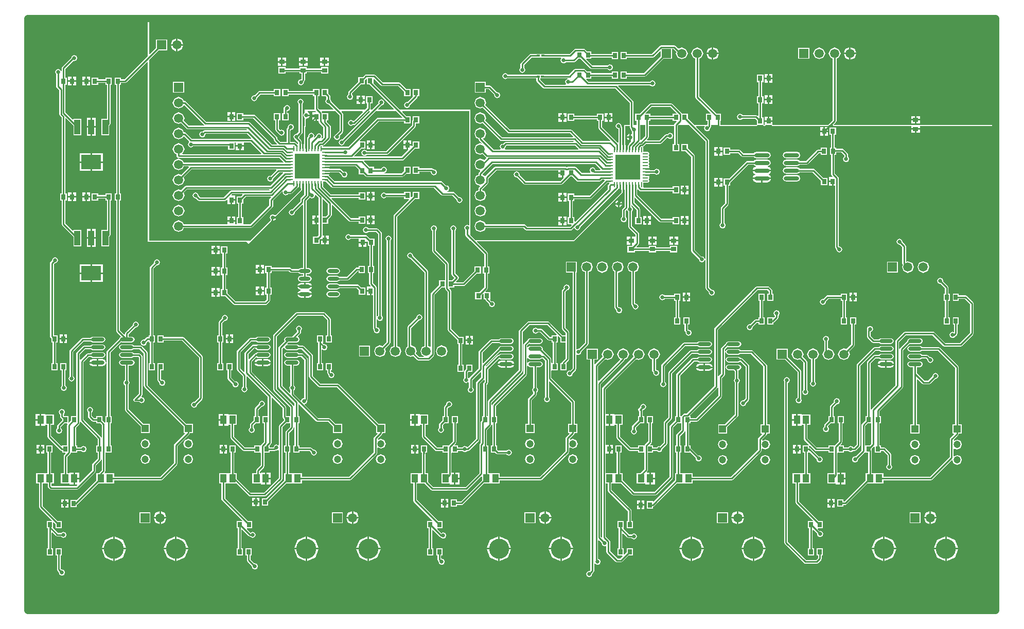
<source format=gtl>
G04 Layer_Physical_Order=1*
G04 Layer_Color=255*
%FSLAX25Y25*%
%MOIN*%
G70*
G01*
G75*
%ADD10R,0.04331X0.05512*%
%ADD11R,0.02756X0.03543*%
%ADD12O,0.09843X0.02756*%
%ADD13O,0.08661X0.02362*%
%ADD14R,0.03543X0.02756*%
%ADD15R,0.03150X0.03543*%
%ADD16R,0.03543X0.03150*%
%ADD17R,0.01969X0.01181*%
%ADD18R,0.03937X0.09449*%
%ADD19R,0.12992X0.09449*%
%ADD20O,0.07480X0.02362*%
%ADD21R,0.16142X0.16142*%
%ADD22O,0.03740X0.00984*%
%ADD23O,0.00984X0.03740*%
%ADD24C,0.01000*%
%ADD25C,0.04724*%
%ADD26C,0.04724*%
%ADD27R,0.04724X0.04724*%
%ADD28R,0.05906X0.05906*%
%ADD29C,0.05906*%
%ADD30R,0.05906X0.05906*%
%ADD31C,0.12992*%
%ADD32C,0.02500*%
G36*
X286521Y423272D02*
X286282Y422772D01*
X284169D01*
Y420500D01*
X286744D01*
Y420000D01*
X287244D01*
Y417228D01*
X288228D01*
Y416819D01*
X288577Y415977D01*
X291309Y413244D01*
Y406685D01*
X290562Y405938D01*
X290139Y406221D01*
X290502Y407100D01*
X289916Y408516D01*
X288500Y409102D01*
X287084Y408516D01*
X286680Y407540D01*
X285622Y406483D01*
X285198Y406766D01*
X285502Y407500D01*
X284916Y408916D01*
X283500Y409502D01*
X282084Y408916D01*
X281498Y407500D01*
X281591Y407275D01*
X281142Y406826D01*
X280794Y405984D01*
Y402440D01*
X280516Y402254D01*
Y399319D01*
X279516D01*
Y402594D01*
X279475Y402629D01*
Y404528D01*
X279545Y413312D01*
X279725Y413746D01*
X279759Y413781D01*
X279949Y414240D01*
Y418297D01*
X280200Y418465D01*
X281922Y419178D01*
X282428Y420400D01*
X280200D01*
Y421400D01*
X282428D01*
X281922Y422622D01*
X281010Y423000D01*
X281109Y423500D01*
X286342D01*
X286521Y423272D01*
D02*
G37*
G36*
X433256Y444809D02*
X449435D01*
X449534Y444309D01*
X448584Y443916D01*
X447998Y442500D01*
X448540Y441191D01*
X448324Y440691D01*
X434993D01*
X431691Y443993D01*
Y444809D01*
X433256D01*
X433256Y444809D01*
D02*
G37*
G36*
X489809Y413200D02*
X490158Y412358D01*
X490591Y411925D01*
X490498Y411700D01*
X491084Y410284D01*
X491309Y410191D01*
Y408984D01*
X490894Y408707D01*
X490600Y408828D01*
Y406600D01*
Y403951D01*
X490663Y403857D01*
X488692Y401886D01*
X488388Y401152D01*
X488065Y401286D01*
Y398500D01*
X487065D01*
Y401669D01*
X486949Y401779D01*
X486949Y413851D01*
X489809D01*
Y413200D01*
D02*
G37*
G36*
X456600Y399191D02*
X456393Y398691D01*
X409176D01*
X408960Y399191D01*
X409502Y400500D01*
X409409Y400725D01*
X409993Y401309D01*
X454481D01*
X456600Y399191D01*
D02*
G37*
G36*
X499761Y407444D02*
X497130Y404814D01*
X496630Y405021D01*
Y414500D01*
X499761D01*
Y407444D01*
D02*
G37*
G36*
X342408Y419653D02*
X342216Y419191D01*
X326652D01*
X325810Y418842D01*
X307478Y400510D01*
X306548D01*
X306473Y400541D01*
X291040D01*
Y400697D01*
X290872Y401103D01*
X291702Y401447D01*
X295592Y405337D01*
X295658Y405498D01*
X295842Y405682D01*
X296191Y406523D01*
Y413500D01*
X295842Y414342D01*
X293447Y416737D01*
Y417628D01*
X294431D01*
Y422372D01*
X290550D01*
X290289Y423000D01*
X290483Y423500D01*
X299316D01*
X301809Y421007D01*
Y411093D01*
X299037Y408321D01*
X298784Y408216D01*
X298679Y407963D01*
X298358Y407642D01*
X298009Y406800D01*
X298358Y405958D01*
X298585Y405864D01*
X298784Y405384D01*
X300200Y404798D01*
X301616Y405384D01*
X302202Y406800D01*
X301816Y407732D01*
X303842Y409758D01*
X304191Y410600D01*
Y421500D01*
X303842Y422342D01*
X303146Y423038D01*
X303337Y423500D01*
X316563D01*
X316754Y423038D01*
X311121Y417404D01*
X310616Y417316D01*
X309200Y417902D01*
X307784Y417316D01*
X307198Y415900D01*
X307784Y414484D01*
X309200Y413898D01*
X310616Y414484D01*
X310709Y414709D01*
X311300D01*
X312142Y415058D01*
X320584Y423500D01*
X321163D01*
X321354Y423038D01*
X303425Y405109D01*
X303200Y405202D01*
X301784Y404616D01*
X301198Y403200D01*
X301784Y401784D01*
X303200Y401198D01*
X304616Y401784D01*
X305202Y403200D01*
X305109Y403425D01*
X325184Y423500D01*
X338560Y423500D01*
X342408Y419653D01*
D02*
G37*
G36*
X520129Y422334D02*
X519937Y421872D01*
X517569D01*
Y420691D01*
X503126D01*
Y421872D01*
X500148D01*
X499957Y422334D01*
X503933Y426309D01*
X516153D01*
X520129Y422334D01*
D02*
G37*
G36*
X476579Y376972D02*
X476648Y376632D01*
X475858Y375842D01*
X475509Y375000D01*
Y373035D01*
X454392Y351918D01*
X453931Y352110D01*
Y354872D01*
X452947D01*
Y365378D01*
X453931D01*
Y366559D01*
X464250D01*
X465092Y366908D01*
X475316Y377132D01*
X476495D01*
X476579Y376972D01*
D02*
G37*
G36*
X257526Y367709D02*
X256658Y366842D01*
X256309Y366000D01*
Y362493D01*
X244007Y350191D01*
X239431D01*
Y354872D01*
X238435D01*
Y363628D01*
X239419D01*
Y366491D01*
X241137Y368209D01*
X257318D01*
X257526Y367709D01*
D02*
G37*
G36*
X294309Y363534D02*
Y356737D01*
X292944Y355372D01*
X290691D01*
Y366499D01*
X291153Y366691D01*
X294309Y363534D01*
D02*
G37*
G36*
X727000Y418500D02*
Y414500D01*
X723000Y414500D01*
X622081D01*
X621890Y414962D01*
X623342Y416414D01*
X623691Y417256D01*
Y457648D01*
X625219Y458281D01*
X626345Y461000D01*
X625219Y463719D01*
X622500Y464846D01*
X619781Y463719D01*
X618654Y461000D01*
X619781Y458281D01*
X621309Y457648D01*
Y417749D01*
X618060Y414500D01*
X582331Y414500D01*
Y416700D01*
X579756D01*
X577181D01*
Y414738D01*
X576840Y414638D01*
X576419Y414973D01*
Y419572D01*
X575434D01*
Y428628D01*
X576419D01*
Y433372D01*
X575435D01*
Y442428D01*
X576419D01*
Y447172D01*
X572069D01*
Y442428D01*
X573053D01*
Y433372D01*
X572069D01*
Y428628D01*
X573053D01*
Y420728D01*
X572591Y420536D01*
X572486Y420642D01*
X571644Y420991D01*
X562809D01*
X562716Y421216D01*
X561300Y421802D01*
X559884Y421216D01*
X559298Y419800D01*
X559884Y418384D01*
X561300Y417798D01*
X562716Y418384D01*
X562809Y418609D01*
X571151D01*
X572069Y417691D01*
Y415000D01*
X571705Y414500D01*
X548435D01*
Y417128D01*
X548931D01*
Y421872D01*
X546068D01*
X534691Y433249D01*
Y457648D01*
X536219Y458281D01*
X537346Y461000D01*
X536219Y463719D01*
X533500Y464846D01*
X530781Y463719D01*
X529655Y461000D01*
X530781Y458281D01*
X532309Y457648D01*
Y432756D01*
X532658Y431914D01*
X542239Y422334D01*
X542047Y421872D01*
X539070D01*
Y417128D01*
X540054D01*
Y414975D01*
X539554Y414500D01*
X531684D01*
X527431Y418753D01*
Y421872D01*
X523550D01*
X523261Y422569D01*
X517488Y428342D01*
X516646Y428691D01*
X503439D01*
X502598Y428342D01*
X496127Y421872D01*
X493265D01*
Y417128D01*
X494249D01*
Y414500D01*
X492191D01*
Y429500D01*
X491842Y430342D01*
X482336Y439847D01*
X482528Y440309D01*
X502991D01*
X503084Y440084D01*
X504500Y439498D01*
X505916Y440084D01*
X506502Y441500D01*
X505916Y442916D01*
X504500Y443502D01*
X503084Y442916D01*
X502991Y442691D01*
X463040D01*
X461565Y444166D01*
X461756Y444628D01*
X464931D01*
Y445809D01*
X478069D01*
Y444628D01*
X482025D01*
Y449372D01*
X478069D01*
Y448191D01*
X464931D01*
Y449372D01*
X462265D01*
X460923Y450714D01*
X460081Y451062D01*
X454569D01*
X453727Y450714D01*
X450204Y447191D01*
X433256D01*
X433256Y447191D01*
X430500D01*
X430500Y447191D01*
X410792D01*
X410616Y447616D01*
X409200Y448202D01*
X407784Y447616D01*
X407198Y446200D01*
X407784Y444784D01*
X409200Y444198D01*
X410616Y444784D01*
X410626Y444809D01*
X429309D01*
Y443500D01*
X429658Y442658D01*
X433658Y438658D01*
X434500Y438309D01*
X480507D01*
X489809Y429007D01*
Y414500D01*
X486300D01*
X486300Y401652D01*
X486097Y401516D01*
Y398500D01*
X485097D01*
Y401435D01*
X484819Y401621D01*
Y412872D01*
X484470Y413714D01*
X484409Y413775D01*
X484502Y414000D01*
X483916Y415416D01*
X482500Y416002D01*
X481084Y415416D01*
X480498Y414000D01*
X481084Y412584D01*
X482438Y412023D01*
Y403399D01*
X481976Y403208D01*
X471768Y413416D01*
Y417128D01*
X472752D01*
Y421872D01*
X468402D01*
Y420690D01*
X453931D01*
Y421872D01*
X449581D01*
Y417128D01*
X453931D01*
Y418309D01*
X468402D01*
Y417128D01*
X469387D01*
Y412923D01*
X469735Y412081D01*
X477164Y404653D01*
X477079Y404414D01*
X476919Y404191D01*
X459493D01*
X452342Y411342D01*
X451500Y411691D01*
X411993D01*
X396212Y427471D01*
X396846Y429000D01*
X395719Y431719D01*
X393000Y432845D01*
X390281Y431719D01*
X389155Y429000D01*
X390281Y426281D01*
X393000Y425154D01*
X394529Y425788D01*
X410658Y409658D01*
X411500Y409309D01*
X451007D01*
X453164Y407153D01*
X452972Y406691D01*
X406993D01*
X396212Y417472D01*
X396846Y419000D01*
X395719Y421719D01*
X393000Y422846D01*
X390281Y421719D01*
X389155Y419000D01*
X390281Y416281D01*
X393000Y415155D01*
X394529Y415788D01*
X405658Y404658D01*
X406500Y404309D01*
X453425D01*
X453506Y404191D01*
X453242Y403691D01*
X409500D01*
X408658Y403342D01*
X407725Y402409D01*
X407500Y402502D01*
X406084Y401916D01*
X405498Y400500D01*
X406040Y399191D01*
X405824Y398691D01*
X401493D01*
X394753Y405431D01*
X394851Y405921D01*
X395719Y406281D01*
X396846Y409000D01*
X395719Y411719D01*
X393000Y412846D01*
X390281Y411719D01*
X389155Y409000D01*
X390281Y406281D01*
X391809Y405648D01*
Y405500D01*
X392158Y404658D01*
X393751Y403065D01*
X393473Y402649D01*
X393000Y402845D01*
X390281Y401719D01*
X389155Y399000D01*
X390281Y396281D01*
X393000Y395155D01*
X394529Y395788D01*
X396427Y393890D01*
X396831Y393722D01*
X396948Y393132D01*
X395589Y391773D01*
X393000Y392846D01*
X390281Y391719D01*
X389155Y389000D01*
X390281Y386281D01*
X392833Y385224D01*
X393009Y384693D01*
X392158Y383842D01*
X391809Y383000D01*
Y382352D01*
X390281Y381719D01*
X389155Y379000D01*
X390281Y376281D01*
X392643Y375302D01*
X392760Y374713D01*
X392158Y374110D01*
X391809Y373269D01*
Y372352D01*
X390281Y371719D01*
X389155Y369000D01*
X390281Y366281D01*
X393000Y365155D01*
X395719Y366281D01*
X396846Y369000D01*
X395719Y371719D01*
X394284Y372314D01*
X394230Y372814D01*
X397895Y376479D01*
X398243Y377321D01*
Y380060D01*
X403365Y385181D01*
X443669D01*
Y384000D01*
X446244D01*
Y383500D01*
X446744D01*
Y380494D01*
X446839Y380266D01*
X444763Y378191D01*
X422493D01*
X418409Y382275D01*
X418502Y382500D01*
X417916Y383916D01*
X416500Y384502D01*
X415084Y383916D01*
X414498Y382500D01*
X415084Y381084D01*
X416500Y380498D01*
X416725Y380591D01*
X421158Y376158D01*
X422000Y375809D01*
X445256D01*
X446098Y376158D01*
X451068Y381128D01*
X452444D01*
X455314Y378258D01*
X456156Y377909D01*
X470037D01*
X470879Y378258D01*
X471722Y379101D01*
X473264D01*
X473455Y378639D01*
X463757Y368941D01*
X453931D01*
Y370122D01*
X449581D01*
Y365378D01*
X450565D01*
Y354872D01*
X449581D01*
Y350128D01*
X451949D01*
X452141Y349666D01*
X451165Y348691D01*
X423493D01*
X422342Y349842D01*
X421500Y350191D01*
X396352D01*
X395719Y351719D01*
X393000Y352846D01*
X390281Y351719D01*
X389155Y349000D01*
X390281Y346281D01*
X393000Y345155D01*
X395719Y346281D01*
X396352Y347809D01*
X421007D01*
X422158Y346658D01*
X423000Y346309D01*
X451658D01*
X452500Y346658D01*
X453651Y347809D01*
X454141Y347712D01*
X454484Y346884D01*
X455900Y346298D01*
X457316Y346884D01*
X457902Y348300D01*
X457751Y348667D01*
X481093Y372009D01*
X481193Y372050D01*
X482485Y373342D01*
X482486Y373342D01*
X483128Y373076D01*
Y375862D01*
X484128D01*
Y372920D01*
X484400Y372739D01*
Y370900D01*
X453500Y340000D01*
X389684D01*
X386500Y343184D01*
Y347994D01*
X386502Y348000D01*
X386500Y348006D01*
Y405500D01*
Y424600D01*
X340828D01*
X323775Y441653D01*
Y444214D01*
X324275Y444421D01*
X328538Y440158D01*
X329380Y439809D01*
X339751D01*
X343569Y435991D01*
Y433128D01*
X347919D01*
Y437872D01*
X345056D01*
X341086Y441842D01*
X340244Y442191D01*
X329873D01*
X325117Y446947D01*
X324275Y447296D01*
X318960D01*
X318118Y446947D01*
X316776Y445605D01*
X313914D01*
Y442742D01*
X307758Y436587D01*
X307409Y435745D01*
Y434309D01*
X307184Y434216D01*
X306598Y432800D01*
X307184Y431384D01*
X308600Y430798D01*
X310016Y431384D01*
X310602Y432800D01*
X310016Y434216D01*
X309791Y434309D01*
Y435252D01*
X315401Y440862D01*
X318263D01*
Y443724D01*
X318964Y444425D01*
X319425Y444233D01*
Y440862D01*
X321199D01*
X336998Y425062D01*
X336807Y424600D01*
X326937D01*
X326746Y425062D01*
X328816Y427132D01*
X328900Y427098D01*
X330316Y427684D01*
X330902Y429100D01*
X330316Y430516D01*
X328900Y431102D01*
X327484Y430516D01*
X326898Y429100D01*
X327049Y428733D01*
X322916Y424600D01*
X322051D01*
X321773Y425016D01*
X321891Y425300D01*
Y428528D01*
X323231D01*
Y433272D01*
X318881D01*
Y428528D01*
X319509D01*
Y425793D01*
X318316Y424600D01*
X301584D01*
X296409Y429775D01*
X296502Y430000D01*
X295916Y431416D01*
X295691Y431509D01*
Y433256D01*
X295342Y434098D01*
X294431Y435009D01*
Y437872D01*
X290081D01*
Y433128D01*
X292944D01*
X293309Y432763D01*
Y431509D01*
X293084Y431416D01*
X292498Y430000D01*
X293084Y428584D01*
X294500Y427998D01*
X294725Y428091D01*
X297754Y425062D01*
X297563Y424600D01*
X288730D01*
X287935Y425395D01*
Y433128D01*
X288919D01*
Y437872D01*
X284569D01*
Y436691D01*
X268931D01*
Y437872D01*
X264581D01*
Y433128D01*
X268931D01*
Y434309D01*
X284569D01*
Y433128D01*
X285554D01*
Y424902D01*
X285352Y424600D01*
X279300D01*
Y422530D01*
X278784Y422316D01*
X278198Y420900D01*
X278784Y419484D01*
X279300Y419270D01*
Y414240D01*
X279174Y414114D01*
X278825Y413272D01*
Y402440D01*
X278547Y402254D01*
Y399319D01*
X277547D01*
Y402254D01*
X277269Y402440D01*
Y403921D01*
X276921Y404763D01*
X275475Y406209D01*
X275802Y407000D01*
X275709Y407225D01*
X277342Y408858D01*
X277691Y409700D01*
Y428091D01*
X277916Y428184D01*
X278502Y429600D01*
X277916Y431016D01*
X276500Y431602D01*
X275084Y431016D01*
X274498Y429600D01*
X275084Y428184D01*
X275309Y428091D01*
Y410193D01*
X274025Y408909D01*
X273800Y409002D01*
X272384Y408416D01*
X271798Y407000D01*
X272384Y405584D01*
X272978Y405338D01*
X274888Y403428D01*
Y402539D01*
X274426Y402348D01*
X273492Y403282D01*
X273450Y403300D01*
X273432Y403342D01*
X272590Y403691D01*
X269991D01*
Y410885D01*
X270300Y411298D01*
X271716Y411884D01*
X272302Y413300D01*
X271716Y414716D01*
X270300Y415302D01*
X268884Y414716D01*
X268298Y413300D01*
X268391Y413075D01*
X267958Y412642D01*
X267609Y411800D01*
Y403691D01*
X263470D01*
X261441Y405720D01*
Y406250D01*
X261092Y407092D01*
X247342Y420842D01*
X246500Y421191D01*
X239431D01*
Y422372D01*
X235081D01*
Y417628D01*
X239431D01*
Y418809D01*
X246007D01*
X259059Y405757D01*
Y405227D01*
X259408Y404385D01*
X261240Y402553D01*
X261049Y402091D01*
X258093D01*
X243842Y416342D01*
X243000Y416691D01*
X215493D01*
X202342Y429842D01*
X201500Y430191D01*
X200852D01*
X200219Y431719D01*
X197500Y432845D01*
X194781Y431719D01*
X193655Y429000D01*
X194781Y426281D01*
X197500Y425154D01*
X200219Y426281D01*
X200691Y427419D01*
X201280Y427536D01*
X214126Y414691D01*
X214111Y414535D01*
X213980Y414191D01*
X203993D01*
X200712Y417472D01*
X201345Y419000D01*
X200219Y421719D01*
X197500Y422846D01*
X194781Y421719D01*
X193655Y419000D01*
X194781Y416281D01*
X197500Y415155D01*
X199029Y415788D01*
X202658Y412158D01*
X203500Y411809D01*
X241634D01*
X241713Y411691D01*
X241446Y411191D01*
X214500D01*
X213658Y410842D01*
X213225Y410409D01*
X213000Y410502D01*
X211584Y409916D01*
X210998Y408500D01*
X211584Y407084D01*
X213000Y406498D01*
X214416Y407084D01*
X215002Y408500D01*
X215416Y408809D01*
X242007D01*
X244664Y406153D01*
X244579Y405914D01*
X244419Y405691D01*
X205993D01*
X202192Y409492D01*
X201350Y409841D01*
X200997D01*
X200219Y411719D01*
X197500Y412846D01*
X194781Y411719D01*
X193655Y409000D01*
X194781Y406281D01*
X197500Y405155D01*
X200219Y406281D01*
X200544Y407065D01*
X201134Y407182D01*
X204278Y404038D01*
X204161Y403448D01*
X204084Y403416D01*
X203498Y402000D01*
X204084Y400584D01*
X205500Y399998D01*
X206916Y400584D01*
X207009Y400809D01*
X229558D01*
Y398628D01*
X233907D01*
Y403309D01*
X234669D01*
Y401500D01*
X237244D01*
X239819D01*
Y403309D01*
X244007D01*
X251164Y396153D01*
X250972Y395691D01*
X200076D01*
X199978Y396181D01*
X200219Y396281D01*
X201345Y399000D01*
X200219Y401719D01*
X197500Y402845D01*
X194781Y401719D01*
X193655Y399000D01*
X194781Y396281D01*
X196309Y395648D01*
Y394500D01*
X196658Y393658D01*
X197500Y393309D01*
X262753D01*
X265410Y390653D01*
X265218Y390191D01*
X200852D01*
X200219Y391719D01*
X197500Y392846D01*
X194781Y391719D01*
X193655Y389000D01*
X194781Y386281D01*
X197500Y385155D01*
X200219Y386281D01*
X200852Y387809D01*
X203972D01*
X204164Y387347D01*
X199029Y382212D01*
X197500Y382845D01*
X194781Y381719D01*
X193655Y379000D01*
X194781Y376281D01*
X197500Y375154D01*
X200219Y376281D01*
X201345Y379000D01*
X200712Y380528D01*
X206009Y385825D01*
X260688D01*
X260879Y385363D01*
X257225Y381709D01*
X257000Y381802D01*
X255584Y381216D01*
X254998Y379800D01*
X255584Y378384D01*
X257000Y377798D01*
X258416Y378384D01*
X259002Y379800D01*
X258909Y380025D01*
X262740Y383857D01*
X265019D01*
X265211Y383395D01*
X257007Y375191D01*
X202500D01*
X201658Y374842D01*
X199029Y372212D01*
X197500Y372846D01*
X194781Y371719D01*
X193655Y369000D01*
X194781Y366281D01*
X197500Y365155D01*
X200219Y366281D01*
X201345Y369000D01*
X200712Y370529D01*
X202993Y372809D01*
X256182D01*
X256445Y372309D01*
X256364Y372191D01*
X231830D01*
X230988Y371842D01*
X226837Y367691D01*
X211493D01*
X210409Y368775D01*
X210502Y369000D01*
X209916Y370416D01*
X208500Y371002D01*
X207084Y370416D01*
X206498Y369000D01*
X207084Y367584D01*
X208500Y366998D01*
X208725Y367091D01*
X210158Y365658D01*
X211000Y365309D01*
X227330D01*
X228172Y365658D01*
X228696Y366182D01*
X229157Y365990D01*
Y363228D01*
X231232D01*
Y366000D01*
X231732D01*
Y366500D01*
X234307D01*
Y368772D01*
X231939D01*
X231748Y369234D01*
X232323Y369809D01*
X238716D01*
X238908Y369347D01*
X237932Y368372D01*
X235069D01*
Y363628D01*
X236053D01*
Y354872D01*
X235081D01*
Y350191D01*
X234319D01*
Y352000D01*
X231744D01*
X229169D01*
Y350191D01*
X200852D01*
X200219Y351719D01*
X197500Y352846D01*
X194781Y351719D01*
X193655Y349000D01*
X194781Y346281D01*
X197500Y345155D01*
X200219Y346281D01*
X200852Y347809D01*
X244500D01*
X245342Y348158D01*
X258342Y361158D01*
X258691Y362000D01*
Y365507D01*
X264667Y371483D01*
X265083Y371205D01*
X264998Y371000D01*
X265584Y369584D01*
X267000Y368998D01*
X268416Y369584D01*
X268509Y369809D01*
X270090D01*
X270932Y370158D01*
X274935Y374161D01*
X274937Y374161D01*
X275579Y373895D01*
Y376681D01*
X276579D01*
Y373746D01*
X276857Y373560D01*
Y372557D01*
X260445Y356145D01*
X259916Y356116D01*
X258500Y356702D01*
X257084Y356116D01*
X256498Y354700D01*
X257084Y353284D01*
X257167Y352867D01*
X243800Y339500D01*
X178500Y339500D01*
Y456816D01*
X184631Y462947D01*
X190053D01*
Y470053D01*
X182947D01*
Y464631D01*
X178962Y460646D01*
X178500Y460837D01*
Y483500D01*
X727000D01*
Y418500D01*
D02*
G37*
G36*
X517569Y417128D02*
X519937D01*
X520129Y416666D01*
X518902Y415440D01*
X518554Y414598D01*
Y414500D01*
X502142D01*
Y417128D01*
X503126D01*
Y418309D01*
X517569D01*
Y417128D01*
D02*
G37*
G36*
X470829Y385881D02*
X470638Y385419D01*
X467653D01*
X467116Y386716D01*
X465700Y387302D01*
X464284Y386716D01*
X463698Y385300D01*
X464257Y383950D01*
X464064Y383450D01*
X458733D01*
X454970Y387214D01*
X454128Y387562D01*
X449725D01*
X449000Y387262D01*
X448275Y387562D01*
X402872D01*
X402030Y387214D01*
X396341Y381525D01*
X395782Y381567D01*
X395719Y381719D01*
X394581Y382190D01*
X394464Y382780D01*
X400993Y389309D01*
X467400D01*
X470829Y385881D01*
D02*
G37*
G36*
X101000Y483500D02*
X177500D01*
Y459184D01*
X162507Y444191D01*
X160193D01*
Y445372D01*
X156237D01*
Y440628D01*
X157024D01*
Y370372D01*
X156237D01*
Y365628D01*
X157024D01*
Y281234D01*
X157373Y280392D01*
X160154Y277611D01*
X160057Y277120D01*
X159436Y276863D01*
X159123Y276106D01*
X151311Y268295D01*
X150962Y267453D01*
Y260840D01*
X150462Y260740D01*
X149870Y262169D01*
X148201Y262861D01*
X145551D01*
Y260500D01*
Y258139D01*
X148201D01*
X149870Y258831D01*
X150462Y260260D01*
X150962Y260160D01*
Y225872D01*
X150175D01*
Y221963D01*
X149675Y221756D01*
X148225Y223206D01*
Y225872D01*
X144269D01*
Y224691D01*
X142693D01*
X141291Y226093D01*
Y228291D01*
X141516Y228384D01*
X142102Y229800D01*
X141516Y231216D01*
X140100Y231802D01*
X138684Y231216D01*
X138098Y229800D01*
X138684Y228384D01*
X138909Y228291D01*
Y225600D01*
X139258Y224758D01*
X141358Y222658D01*
X142200Y222309D01*
X144269D01*
Y221128D01*
X146935D01*
X147809Y220254D01*
Y212162D01*
X147309Y212063D01*
X147089Y212595D01*
X135891Y223793D01*
Y260907D01*
X139293Y264309D01*
X140467D01*
X140538Y264137D01*
X141902Y263572D01*
X148201D01*
X149564Y264137D01*
X150129Y265500D01*
X149564Y266863D01*
X148201Y267428D01*
X141902D01*
X140538Y266863D01*
X140467Y266691D01*
X138800D01*
X137958Y266342D01*
X134121Y262505D01*
X133621Y262712D01*
Y266007D01*
X136924Y269309D01*
X140467D01*
X140538Y269137D01*
X141902Y268572D01*
X148201D01*
X149564Y269137D01*
X150129Y270500D01*
X149564Y271863D01*
X148201Y272428D01*
X141902D01*
X140538Y271863D01*
X140467Y271691D01*
X136431D01*
X135589Y271342D01*
X131589Y267342D01*
X131240Y266500D01*
Y225872D01*
X127975D01*
Y223206D01*
X126487Y221718D01*
X126025Y221909D01*
Y225872D01*
X123359D01*
X123191Y226040D01*
Y226991D01*
X123416Y227084D01*
X124002Y228500D01*
X123416Y229916D01*
X122000Y230502D01*
X120584Y229916D01*
X119998Y228500D01*
X120584Y227084D01*
X120809Y226991D01*
Y225547D01*
X121158Y224705D01*
X122069Y223794D01*
Y223206D01*
X119205Y220342D01*
X118857Y219500D01*
Y217962D01*
X118631Y217869D01*
X118045Y216453D01*
X118631Y215037D01*
X120047Y214450D01*
X121463Y215037D01*
X122050Y216453D01*
X121463Y217869D01*
X121238Y217962D01*
Y219007D01*
X123359Y221128D01*
X125244D01*
X125565Y220628D01*
X125335Y220072D01*
Y206872D01*
X122069D01*
Y206768D01*
X121607Y206576D01*
X114946Y213237D01*
Y220144D01*
X116718D01*
Y226856D01*
X111213D01*
Y227256D01*
X108547D01*
Y223500D01*
Y219744D01*
X111213D01*
Y220144D01*
X112565D01*
Y212744D01*
X112914Y211902D01*
X121158Y203658D01*
X122000Y203309D01*
X122069D01*
Y202128D01*
X124044D01*
X124235Y201666D01*
X123402Y200834D01*
X123053Y199992D01*
Y188856D01*
X121282D01*
Y182144D01*
X126787D01*
Y181744D01*
X129453D01*
Y185500D01*
Y189256D01*
X126787D01*
Y188856D01*
X125435D01*
Y199498D01*
X127367Y201431D01*
X127565Y201910D01*
X127975Y202128D01*
X131931D01*
Y203309D01*
X134491D01*
X134584Y203084D01*
X136000Y202498D01*
X137416Y203084D01*
X138002Y204500D01*
X137416Y205916D01*
X136000Y206502D01*
X134584Y205916D01*
X134491Y205691D01*
X131931D01*
Y206872D01*
X131143D01*
Y218302D01*
X133273Y220431D01*
X133621Y221273D01*
Y221988D01*
X134121Y222195D01*
X145057Y211260D01*
Y206872D01*
X144269D01*
Y202128D01*
X145057D01*
Y198340D01*
X141858Y195142D01*
X141509Y194300D01*
Y190793D01*
X133580Y182864D01*
X133118Y183055D01*
Y185000D01*
X130453D01*
Y181744D01*
X131807D01*
X131998Y181282D01*
X131207Y180491D01*
X115393D01*
X115143Y180740D01*
Y182144D01*
X116718D01*
Y188856D01*
X114947D01*
Y202128D01*
X115931D01*
Y206872D01*
X111975D01*
Y202128D01*
X112565D01*
Y188856D01*
X111313D01*
X111187Y188856D01*
X110813D01*
X110687Y188856D01*
X105282D01*
Y182144D01*
X107054D01*
Y167209D01*
X107402Y166367D01*
X115435Y158334D01*
X115244Y157872D01*
X112069D01*
Y153128D01*
X112857D01*
Y140372D01*
X112069D01*
Y135628D01*
X116025D01*
Y140372D01*
X115238D01*
Y150425D01*
X115700Y150616D01*
X118158Y148158D01*
X119000Y147809D01*
X121491D01*
X121584Y147584D01*
X123000Y146998D01*
X124416Y147584D01*
X125002Y149000D01*
X124416Y150416D01*
X123000Y151002D01*
X121584Y150416D01*
X121491Y150191D01*
X119493D01*
X116025Y153659D01*
Y157091D01*
X116487Y157282D01*
X117975Y155794D01*
Y153128D01*
X121931D01*
Y157872D01*
X119265D01*
X109435Y167702D01*
Y182144D01*
X110687D01*
X110813Y182144D01*
X111187D01*
X111313Y182144D01*
X112762D01*
Y180247D01*
X113111Y179405D01*
X114058Y178458D01*
X114900Y178109D01*
X131700D01*
X132542Y178458D01*
X143542Y189458D01*
X143891Y190300D01*
Y193807D01*
X147089Y197005D01*
X147309Y197537D01*
X147809Y197438D01*
Y190993D01*
X146193Y189377D01*
X145977Y188856D01*
X144269D01*
Y184418D01*
X131523Y171672D01*
X127675D01*
Y166928D01*
X131631D01*
Y168439D01*
X131677Y168458D01*
X145363Y182144D01*
X149675D01*
X149800Y182144D01*
X150175D01*
X150300Y182144D01*
X155705D01*
Y184309D01*
X186146D01*
X186988Y184658D01*
X196642Y194312D01*
X196991Y195154D01*
Y206481D01*
X204592Y214083D01*
X204941Y214924D01*
Y215038D01*
X206712D01*
Y220962D01*
X202472D01*
X177391Y246043D01*
Y267000D01*
X177042Y267842D01*
X173542Y271342D01*
X172700Y271691D01*
X168533D01*
X168462Y271863D01*
X167098Y272428D01*
X160799D01*
X159436Y271863D01*
X158871Y270500D01*
X159436Y269137D01*
X160799Y268572D01*
X167098D01*
X168462Y269137D01*
X168533Y269309D01*
X172207D01*
X175009Y266507D01*
Y245550D01*
X175358Y244708D01*
X200788Y219278D01*
Y215038D01*
X201526D01*
X201718Y214576D01*
X194958Y207816D01*
X194609Y206974D01*
Y195647D01*
X185653Y186691D01*
X155705D01*
Y188856D01*
X150300D01*
X150175Y188856D01*
X149693Y188856D01*
X149502Y189318D01*
X149842Y189658D01*
X150191Y190500D01*
Y202128D01*
X154131D01*
Y206872D01*
X153343D01*
Y221128D01*
X154131D01*
Y225872D01*
X153343D01*
Y266960D01*
X160203Y273819D01*
X160799Y273572D01*
X167098D01*
X168462Y274137D01*
X169026Y275500D01*
X168462Y276863D01*
X167098Y277428D01*
X165139D01*
Y278956D01*
X169575Y283391D01*
X169800Y283298D01*
X171216Y283884D01*
X171802Y285300D01*
X171216Y286716D01*
X169800Y287302D01*
X168384Y286716D01*
X167798Y285300D01*
X167891Y285075D01*
X163107Y280291D01*
X162758Y279449D01*
Y279028D01*
X162296Y278836D01*
X159405Y281727D01*
Y365628D01*
X160193D01*
Y370372D01*
X159405D01*
Y440628D01*
X160193D01*
Y441809D01*
X163000D01*
X163842Y442158D01*
X177038Y455354D01*
X177500Y455163D01*
Y339000D01*
X178139D01*
X178500Y338851D01*
X241649Y338851D01*
X242850Y337650D01*
X244228Y339028D01*
X244259Y339041D01*
X257626Y352408D01*
X257639Y352439D01*
X257705Y352505D01*
X257707Y352506D01*
X258000Y352438D01*
Y354700D01*
X258500D01*
Y355200D01*
X260728D01*
X260632Y355432D01*
X260873Y355673D01*
X260904Y355686D01*
X277316Y372097D01*
X277329Y372129D01*
X277500Y372300D01*
Y372542D01*
X277506Y372557D01*
Y373371D01*
X277547Y373406D01*
Y376681D01*
X278547D01*
Y373746D01*
X278825Y373560D01*
Y369509D01*
X276806Y367490D01*
X276457Y366648D01*
Y365141D01*
X271225Y359909D01*
X271000Y360002D01*
X269584Y359416D01*
X268998Y358000D01*
X269584Y356584D01*
X271000Y355998D01*
X272416Y356584D01*
X273002Y358000D01*
X272909Y358225D01*
X277595Y362912D01*
X278057Y362720D01*
Y321928D01*
X276689D01*
X275326Y321363D01*
X275254Y321191D01*
X270993D01*
X270342Y321842D01*
X269500Y322191D01*
X257931D01*
Y323372D01*
X253581D01*
Y318628D01*
X254565D01*
Y309372D01*
X253581D01*
Y304628D01*
X254565D01*
Y301549D01*
X253407Y300391D01*
X234349D01*
X229231Y305509D01*
Y308372D01*
X228247D01*
Y317428D01*
X229231D01*
Y322172D01*
X228247D01*
Y331228D01*
X229231D01*
Y335972D01*
X224881D01*
Y331228D01*
X225865D01*
Y322172D01*
X224881D01*
Y317428D01*
X225865D01*
Y308372D01*
X224881D01*
Y303628D01*
X227744D01*
X233014Y298358D01*
X233856Y298009D01*
X253900D01*
X254742Y298358D01*
X256598Y300214D01*
X256947Y301056D01*
Y304628D01*
X257931D01*
Y309372D01*
X256947D01*
Y318628D01*
X257931D01*
Y319809D01*
X269007D01*
X269658Y319158D01*
X270500Y318809D01*
X275254D01*
X275326Y318637D01*
X276689Y318072D01*
X278057D01*
Y316928D01*
X276689D01*
X275326Y316363D01*
X274761Y315000D01*
X275326Y313637D01*
X276689Y313072D01*
X281807D01*
X283170Y313637D01*
X283735Y315000D01*
X283170Y316363D01*
X281807Y316928D01*
X280439D01*
Y318072D01*
X281807D01*
X283170Y318637D01*
X283735Y320000D01*
X283170Y321363D01*
X281807Y321928D01*
X280439D01*
Y365492D01*
X282540Y367593D01*
X282584Y367584D01*
X284000Y366998D01*
X285416Y367584D01*
X285965Y368909D01*
X286464Y369116D01*
X288309Y367271D01*
Y355772D01*
X287244D01*
Y353000D01*
Y350228D01*
X288309D01*
Y343249D01*
X287432Y342372D01*
X284569D01*
Y337628D01*
X288919D01*
Y340438D01*
X289212Y340674D01*
X289610Y340500D01*
X291756D01*
Y342772D01*
X290691D01*
Y350628D01*
X294431D01*
Y353491D01*
X296342Y355402D01*
X296691Y356244D01*
Y362762D01*
X297153Y362954D01*
X307948Y352158D01*
X308790Y351809D01*
X314313D01*
Y350628D01*
X318663D01*
Y355372D01*
X314313D01*
Y354191D01*
X309283D01*
X296626Y366847D01*
X296818Y367309D01*
X314313D01*
Y366128D01*
X318663D01*
Y370872D01*
X314313D01*
Y369691D01*
X296046D01*
X291049Y374688D01*
Y376681D01*
X291040Y376702D01*
Y377960D01*
X292299D01*
X292319Y377951D01*
X292865D01*
X296658Y374158D01*
X297500Y373809D01*
X363007D01*
X367658Y369158D01*
X368500Y368809D01*
X375007D01*
X377591Y366225D01*
X377498Y366000D01*
X378084Y364584D01*
X379500Y363998D01*
X380916Y364584D01*
X381502Y366000D01*
X380916Y367416D01*
X379500Y368002D01*
X379275Y367909D01*
X376342Y370842D01*
X375500Y371191D01*
X371566D01*
X371466Y371691D01*
X372416Y372084D01*
X373002Y373500D01*
X372416Y374916D01*
X371000Y375502D01*
X370775Y375409D01*
X368342Y377842D01*
X367500Y378191D01*
X298584D01*
X294839Y381936D01*
X294839Y381937D01*
X295105Y382579D01*
X292319D01*
Y383579D01*
X295254D01*
X295440Y383857D01*
X301460D01*
X303126Y382190D01*
X303584Y381084D01*
X305000Y380498D01*
X306416Y381084D01*
X307002Y382500D01*
X306416Y383916D01*
X305000Y384502D01*
X304421Y384263D01*
X302795Y385889D01*
X301953Y386238D01*
X295440D01*
X295254Y386516D01*
X292319D01*
Y387516D01*
X295254D01*
X295440Y387794D01*
X312094D01*
X314313Y385574D01*
Y382712D01*
X317176D01*
X318730Y381158D01*
X319571Y380809D01*
X342411D01*
X343253Y381158D01*
X345056Y382962D01*
X347919D01*
Y387705D01*
X343569D01*
Y384842D01*
X341917Y383191D01*
X331066D01*
X330966Y383691D01*
X331916Y384084D01*
X332502Y385500D01*
X331916Y386916D01*
X330500Y387502D01*
X329084Y386916D01*
X328818Y386274D01*
X324175D01*
Y387455D01*
X321312D01*
X317498Y391269D01*
X317690Y391731D01*
X342511D01*
X343352Y392079D01*
X350568Y399295D01*
X353431D01*
Y404038D01*
X349081D01*
Y401228D01*
X348788Y400992D01*
X348390Y401167D01*
X346244D01*
Y398661D01*
X346339Y398433D01*
X342017Y394112D01*
X318375D01*
X318276Y394612D01*
X319416Y395084D01*
X319509Y395309D01*
X332500D01*
X333342Y395658D01*
X350842Y413158D01*
X351191Y414000D01*
Y415628D01*
X353431D01*
Y420372D01*
X349081D01*
Y418010D01*
X348809Y417354D01*
Y414493D01*
X332007Y397691D01*
X319509D01*
X319416Y397916D01*
X318000Y398502D01*
X316584Y397916D01*
X315998Y396500D01*
X316584Y395084D01*
X317724Y394612D01*
X317625Y394112D01*
X311270D01*
X311079Y394574D01*
X315800Y399295D01*
X318663D01*
Y404038D01*
X315028D01*
X314836Y404500D01*
X327145Y416809D01*
X343569D01*
Y415628D01*
X347919D01*
Y420372D01*
X345056D01*
X342390Y423038D01*
X342581Y423500D01*
X383100D01*
X385851D01*
Y405500D01*
Y349893D01*
X385435Y349615D01*
X384500Y350002D01*
X383084Y349416D01*
X382498Y348000D01*
X383084Y346584D01*
X383309Y346491D01*
Y343500D01*
X383658Y342658D01*
X386000Y340316D01*
Y339500D01*
X386816D01*
X395565Y330751D01*
Y322872D01*
X394581D01*
Y318128D01*
X395565D01*
Y309505D01*
X392432Y306372D01*
X389569D01*
Y301628D01*
X393919D01*
Y304491D01*
X394619Y305191D01*
X395081Y305000D01*
Y301628D01*
X396113D01*
X396414Y300902D01*
X398591Y298725D01*
X398498Y298500D01*
X399084Y297084D01*
X400500Y296498D01*
X401916Y297084D01*
X402502Y298500D01*
X401916Y299916D01*
X400500Y300502D01*
X400275Y300409D01*
X399321Y301363D01*
X399431Y301628D01*
X399431D01*
Y306372D01*
X396453D01*
X396261Y306834D01*
X397598Y308170D01*
X397947Y309012D01*
Y318128D01*
X398931D01*
Y322872D01*
X397947D01*
Y331244D01*
X397598Y332086D01*
X390795Y338889D01*
X390986Y339351D01*
X453149D01*
X453500Y339000D01*
X459862Y345443D01*
X484859Y370441D01*
X485049Y370900D01*
Y372555D01*
X485097Y372595D01*
Y375862D01*
X486097D01*
Y372927D01*
X486375Y372741D01*
Y361559D01*
X485158Y360342D01*
X484809Y359500D01*
Y355009D01*
X484584Y354916D01*
X483998Y353500D01*
X484584Y352084D01*
X486000Y351498D01*
X487416Y352084D01*
X488002Y353500D01*
X487416Y354916D01*
X487191Y355009D01*
Y359007D01*
X487734Y359550D01*
X488224Y359453D01*
X488584Y358584D01*
X488809Y358491D01*
Y348700D01*
X489158Y347858D01*
X493409Y343607D01*
Y342231D01*
X491200D01*
Y339656D01*
Y337010D01*
X491374Y336612D01*
X491138Y336319D01*
X488328D01*
Y331969D01*
X493072D01*
Y332953D01*
X502128D01*
Y331969D01*
X506872D01*
Y332953D01*
X515928D01*
Y331969D01*
X520672D01*
Y336319D01*
X515928D01*
Y335334D01*
X506872D01*
Y336319D01*
X502128D01*
Y335335D01*
X494228D01*
X494036Y335797D01*
X495442Y337202D01*
X495791Y338044D01*
Y344100D01*
X495442Y344942D01*
X491191Y349193D01*
Y358491D01*
X491416Y358584D01*
X492002Y360000D01*
X491416Y361416D01*
X490725Y361702D01*
Y362438D01*
X491186Y362630D01*
X494249Y359567D01*
Y355062D01*
X493265D01*
Y350319D01*
X497614D01*
Y355062D01*
X496630D01*
Y360061D01*
X496281Y360903D01*
X492693Y364491D01*
Y367470D01*
X493155Y367661D01*
X508967Y351849D01*
X509809Y351500D01*
X517569D01*
Y350319D01*
X521919D01*
Y355062D01*
X517569D01*
Y353881D01*
X510303D01*
X494662Y369522D01*
Y372642D01*
X495123Y372833D01*
X495906Y372050D01*
X496748Y371702D01*
X517569D01*
Y370128D01*
X521919D01*
Y374872D01*
X517569D01*
Y374083D01*
X498858D01*
X498590Y374484D01*
Y377141D01*
X501247D01*
X502082Y377487D01*
X502429Y378323D01*
X502169Y378950D01*
X502108Y379307D01*
X502169Y379664D01*
X502429Y380291D01*
X502131Y381011D01*
X502388Y381118D01*
X502655Y381760D01*
X499868D01*
Y382760D01*
X502804D01*
X502989Y383038D01*
X505763D01*
X505856Y382812D01*
X507272Y382226D01*
X508688Y382812D01*
X509274Y384228D01*
X508688Y385644D01*
X507272Y386231D01*
X505856Y385644D01*
X505763Y385419D01*
X502989D01*
X502804Y385697D01*
X499868D01*
Y386697D01*
X502654D01*
X502388Y387339D01*
X502131Y387446D01*
X502429Y388165D01*
X502169Y388792D01*
X502108Y389149D01*
X502169Y389507D01*
X502429Y390134D01*
X502082Y390970D01*
X502082Y391266D01*
X502429Y392102D01*
X502169Y392729D01*
X502108Y393087D01*
X502169Y393443D01*
X502429Y394071D01*
X502082Y394907D01*
X502082Y395203D01*
X502429Y396039D01*
X502082Y396875D01*
X501247Y397221D01*
X498590D01*
Y399878D01*
X498322Y400524D01*
X498575Y400628D01*
X500256Y402309D01*
X509500D01*
X510342Y402658D01*
X513993Y406309D01*
X514491D01*
X514584Y406084D01*
X516000Y405498D01*
X517416Y406084D01*
X518002Y407500D01*
X517416Y408916D01*
X516000Y409502D01*
X514584Y408916D01*
X514491Y408691D01*
X513500D01*
X512658Y408342D01*
X509007Y404691D01*
X501028D01*
X500836Y405153D01*
X501793Y406109D01*
X502142Y406951D01*
Y413851D01*
X518554D01*
Y402372D01*
X517569D01*
Y397628D01*
X521919D01*
Y402372D01*
X520935D01*
Y414105D01*
X521330Y414500D01*
X528316D01*
X538809Y404007D01*
Y328065D01*
X538309Y327966D01*
X537916Y328916D01*
X536500Y329502D01*
X536275Y329409D01*
X531947Y333737D01*
Y394500D01*
X531598Y395342D01*
X527431Y399509D01*
Y402372D01*
X523081D01*
Y397628D01*
X525944D01*
X529565Y394007D01*
Y333244D01*
X529914Y332402D01*
X534591Y327725D01*
X534498Y327500D01*
X535084Y326084D01*
X536500Y325498D01*
X537916Y326084D01*
X538309Y327034D01*
X538809Y326935D01*
Y309000D01*
X539158Y308158D01*
X541091Y306225D01*
X540998Y306000D01*
X541584Y304584D01*
X543000Y303998D01*
X544416Y304584D01*
X545002Y306000D01*
X544416Y307416D01*
X543000Y308002D01*
X542775Y307909D01*
X541191Y309493D01*
Y404500D01*
X540842Y405342D01*
X532795Y413389D01*
X532986Y413851D01*
X538107D01*
X538385Y413435D01*
X537998Y412500D01*
X538584Y411084D01*
X540000Y410498D01*
X541416Y411084D01*
X542002Y412500D01*
X541909Y412725D01*
X542086Y412902D01*
X542435Y413744D01*
Y414500D01*
X547285D01*
X547785Y414500D01*
X547975Y414041D01*
X548435Y413851D01*
X571705D01*
X571754Y413871D01*
X571806Y413858D01*
X571978Y413964D01*
X572164Y414041D01*
X572185Y414090D01*
X572230Y414118D01*
X572508Y414500D01*
X575994D01*
X575995Y414499D01*
X576014Y414465D01*
X576435Y414130D01*
X576491Y414114D01*
X576528Y414069D01*
X576724Y414047D01*
X576913Y413993D01*
X576964Y414021D01*
X577022Y414015D01*
X577363Y414115D01*
X577490Y414216D01*
X577640Y414279D01*
X577677Y414366D01*
X577751Y414426D01*
X577759Y414500D01*
X581181D01*
X581681Y414500D01*
X581871Y414041D01*
X582331Y413851D01*
X618060Y413850D01*
X618520Y414041D01*
X618979Y414500D01*
X621378D01*
X621481Y414252D01*
X621573Y414160D01*
X621622Y414041D01*
X621741Y413991D01*
X621833Y413900D01*
X621962D01*
X622081Y413850D01*
X672228D01*
Y412547D01*
X677772D01*
Y413850D01*
X723000D01*
X727000Y413851D01*
Y410000D01*
Y101000D01*
X727038Y100962D01*
X726847Y100500D01*
X100500D01*
Y483000D01*
X100269Y483231D01*
X100532Y483656D01*
X101000Y483500D01*
D02*
G37*
%LPC*%
G36*
X286244Y419500D02*
X284169D01*
Y417228D01*
X286244D01*
Y419500D01*
D02*
G37*
G36*
X489600Y408828D02*
X488378Y408322D01*
X487872Y407100D01*
X489600D01*
Y408828D01*
D02*
G37*
G36*
Y406100D02*
X487872D01*
X488378Y404878D01*
X489600Y404372D01*
Y406100D01*
D02*
G37*
G36*
X674500Y417453D02*
X672228D01*
Y415575D01*
X674500D01*
Y417453D01*
D02*
G37*
G36*
X263419Y422372D02*
X259069D01*
Y417628D01*
X260053D01*
Y411644D01*
X260402Y410802D01*
X262446Y408758D01*
X262688Y408658D01*
X262884Y408184D01*
X264300Y407598D01*
X265716Y408184D01*
X266302Y409600D01*
X265716Y411016D01*
X264300Y411602D01*
X263359Y411213D01*
X262435Y412137D01*
Y417628D01*
X263419D01*
Y422372D01*
D02*
G37*
G36*
X677772Y417453D02*
X675500D01*
Y415575D01*
X677772D01*
Y417453D01*
D02*
G37*
G36*
X582331Y419972D02*
X580256D01*
Y417700D01*
X582331D01*
Y419972D01*
D02*
G37*
G36*
X579256D02*
X577181D01*
Y417700D01*
X579256D01*
Y419972D01*
D02*
G37*
G36*
X267800Y427502D02*
X266384Y426916D01*
X266222Y426526D01*
X265914Y426398D01*
X265565Y425556D01*
Y422372D01*
X264581D01*
Y417628D01*
X268931D01*
Y422372D01*
X267947D01*
Y423558D01*
X269216Y424084D01*
X269802Y425500D01*
X269216Y426916D01*
X267800Y427502D01*
D02*
G37*
G36*
X674500Y420331D02*
X672228D01*
Y418453D01*
X674500D01*
Y420331D01*
D02*
G37*
G36*
X448819Y422271D02*
X446744D01*
Y420000D01*
X448819D01*
Y422271D01*
D02*
G37*
G36*
X445744D02*
X443669D01*
Y420000D01*
X445744D01*
Y422271D01*
D02*
G37*
G36*
X677772Y420331D02*
X675500D01*
Y418453D01*
X677772D01*
Y420331D01*
D02*
G37*
G36*
X475589Y419000D02*
X473514D01*
Y416728D01*
X475589D01*
Y419000D01*
D02*
G37*
G36*
X448819Y419000D02*
X446744D01*
Y416728D01*
X448819D01*
Y419000D01*
D02*
G37*
G36*
X445744D02*
X443669D01*
Y416728D01*
X445744D01*
Y419000D01*
D02*
G37*
G36*
X478664Y419000D02*
X476589D01*
Y416728D01*
X478664D01*
Y419000D01*
D02*
G37*
G36*
X234319Y419500D02*
X232244D01*
Y417228D01*
X234319D01*
Y419500D01*
D02*
G37*
G36*
X231244D02*
X229169D01*
Y417228D01*
X231244D01*
Y419500D01*
D02*
G37*
G36*
X445744Y383000D02*
X443669D01*
Y380728D01*
X445744D01*
Y383000D01*
D02*
G37*
G36*
X239819Y400500D02*
X237744D01*
Y398228D01*
X239819D01*
Y400500D01*
D02*
G37*
G36*
X236744D02*
X234669D01*
Y398228D01*
X236744D01*
Y400500D01*
D02*
G37*
G36*
X475589Y422272D02*
X473514D01*
Y420000D01*
X475589D01*
Y422272D01*
D02*
G37*
G36*
X264000Y458131D02*
X261728D01*
Y456056D01*
X264000D01*
Y458131D01*
D02*
G37*
G36*
X277800D02*
X275528D01*
Y456056D01*
X277800D01*
Y458131D01*
D02*
G37*
G36*
X291600D02*
X289328D01*
Y456056D01*
X291600D01*
Y458131D01*
D02*
G37*
G36*
X294872D02*
X292600D01*
Y456056D01*
X294872D01*
Y458131D01*
D02*
G37*
G36*
X543000Y460500D02*
X539429D01*
X540475Y457975D01*
X543000Y456929D01*
Y460500D01*
D02*
G37*
G36*
X267272Y458131D02*
X265000D01*
Y456056D01*
X267272D01*
Y458131D01*
D02*
G37*
G36*
X281072D02*
X278800D01*
Y456056D01*
X281072D01*
Y458131D01*
D02*
G37*
G36*
X277800Y455056D02*
X275528D01*
Y452981D01*
X277800D01*
Y455056D01*
D02*
G37*
G36*
X267272D02*
X265000D01*
Y452981D01*
X267272D01*
Y455056D01*
D02*
G37*
G36*
X264000D02*
X261728D01*
Y452981D01*
X264000D01*
Y455056D01*
D02*
G37*
G36*
X281072D02*
X278800D01*
Y452981D01*
X281072D01*
Y455056D01*
D02*
G37*
G36*
X294872D02*
X292600D01*
Y452981D01*
X294872D01*
Y455056D01*
D02*
G37*
G36*
X291600D02*
X289328D01*
Y452981D01*
X291600D01*
Y455056D01*
D02*
G37*
G36*
X547571Y460500D02*
X544000D01*
Y456929D01*
X546525Y457975D01*
X547571Y460500D01*
D02*
G37*
G36*
X633000Y465071D02*
Y461500D01*
X636571D01*
X635525Y464025D01*
X633000Y465071D01*
D02*
G37*
G36*
X632000D02*
X629475Y464025D01*
X628429Y461500D01*
X632000D01*
Y465071D01*
D02*
G37*
G36*
X544000D02*
Y461500D01*
X547571D01*
X546525Y464025D01*
X544000Y465071D01*
D02*
G37*
G36*
X196000Y466000D02*
X192429D01*
X193475Y463475D01*
X196000Y462429D01*
Y466000D01*
D02*
G37*
G36*
X197000Y470571D02*
Y467000D01*
X200571D01*
X199525Y469525D01*
X197000Y470571D01*
D02*
G37*
G36*
X196000D02*
X193475Y469525D01*
X192429Y467000D01*
X196000D01*
Y470571D01*
D02*
G37*
G36*
X200571Y466000D02*
X197000D01*
Y462429D01*
X199525Y463475D01*
X200571Y466000D01*
D02*
G37*
G36*
X518553Y466243D02*
X510092D01*
X509250Y465895D01*
X504046Y460691D01*
X487931D01*
Y461872D01*
X483975D01*
Y457128D01*
X487931D01*
Y458309D01*
X504539D01*
X505381Y458658D01*
X509485Y462763D01*
X509947Y462571D01*
Y459131D01*
X499007Y448191D01*
X487931D01*
Y449372D01*
X483975D01*
Y444628D01*
X487931D01*
Y445809D01*
X499500D01*
X500342Y446158D01*
X511631Y457447D01*
X517053D01*
Y463862D01*
X518060D01*
X520026Y461896D01*
X519655Y461000D01*
X520781Y458281D01*
X523500Y457155D01*
X526219Y458281D01*
X527346Y461000D01*
X526219Y463719D01*
X523500Y464846D01*
X521339Y463950D01*
X519395Y465895D01*
X518553Y466243D01*
D02*
G37*
G36*
X636571Y460500D02*
X633000D01*
Y456929D01*
X635525Y457975D01*
X636571Y460500D01*
D02*
G37*
G36*
X632000D02*
X628429D01*
X629475Y457975D01*
X632000Y456929D01*
Y460500D01*
D02*
G37*
G36*
X612500Y464846D02*
X609781Y463719D01*
X608654Y461000D01*
X609781Y458281D01*
X612500Y457155D01*
X615219Y458281D01*
X616346Y461000D01*
X615219Y463719D01*
X612500Y464846D01*
D02*
G37*
G36*
X543000Y465071D02*
X540475Y464025D01*
X539429Y461500D01*
X543000D01*
Y465071D01*
D02*
G37*
G36*
X460081Y464062D02*
X454569D01*
X453727Y463714D01*
X450704Y460691D01*
X433378D01*
X433378Y460690D01*
X430622D01*
X430622Y460691D01*
X425600D01*
X424758Y460342D01*
X419358Y454942D01*
X419009Y454100D01*
Y451809D01*
X418784Y451716D01*
X418198Y450300D01*
X418784Y448884D01*
X420200Y448298D01*
X421616Y448884D01*
X422202Y450300D01*
X421616Y451716D01*
X421391Y451809D01*
Y453607D01*
X426093Y458309D01*
X430622D01*
X430622Y458309D01*
X433378D01*
X433378Y458309D01*
X445324D01*
X445540Y457809D01*
X444998Y456500D01*
X445584Y455084D01*
X447000Y454498D01*
X448416Y455084D01*
X448509Y455309D01*
X453547D01*
X454389Y455658D01*
X456359Y457628D01*
X457735D01*
X464205Y451158D01*
X465047Y450809D01*
X475491D01*
X475584Y450584D01*
X477000Y449998D01*
X478416Y450584D01*
X479002Y452000D01*
X478416Y453416D01*
X477000Y454002D01*
X475584Y453416D01*
X475491Y453191D01*
X465540D01*
X461565Y457166D01*
X461756Y457628D01*
X464931D01*
Y458309D01*
X478069D01*
Y457128D01*
X482025D01*
Y461872D01*
X478069D01*
Y460691D01*
X464931D01*
Y462372D01*
X462265D01*
X460923Y463714D01*
X460081Y464062D01*
D02*
G37*
G36*
X606053Y464553D02*
X598947D01*
Y457447D01*
X606053D01*
Y464553D01*
D02*
G37*
G36*
X579256Y433772D02*
X577181D01*
Y431500D01*
X579256D01*
Y433772D01*
D02*
G37*
G36*
X318119Y433672D02*
X316044D01*
Y431400D01*
X318119D01*
Y433672D01*
D02*
G37*
G36*
X315044D02*
X312969D01*
Y431400D01*
X315044D01*
Y433672D01*
D02*
G37*
G36*
X582331Y433772D02*
X580256D01*
Y431500D01*
X582331D01*
Y433772D01*
D02*
G37*
G36*
X353431Y437872D02*
X349081D01*
Y433128D01*
X349081D01*
X349188Y432871D01*
X345725Y429409D01*
X345500Y429502D01*
X344084Y428916D01*
X343498Y427500D01*
X344084Y426084D01*
X345500Y425498D01*
X346916Y426084D01*
X347502Y427500D01*
X347409Y427725D01*
X352098Y432414D01*
X352394Y433128D01*
X353431D01*
Y437872D01*
D02*
G37*
G36*
X263419D02*
X259069D01*
Y436691D01*
X250000D01*
X249158Y436342D01*
X246725Y433909D01*
X246500Y434002D01*
X245084Y433416D01*
X244498Y432000D01*
X245084Y430584D01*
X246500Y429998D01*
X247916Y430584D01*
X248502Y432000D01*
X248409Y432225D01*
X250493Y434309D01*
X259069D01*
Y433128D01*
X263419D01*
Y437872D01*
D02*
G37*
G36*
X396553Y442553D02*
X389447D01*
Y435447D01*
X396553D01*
Y437809D01*
X398507D01*
X402091Y434225D01*
X401998Y434000D01*
X402584Y432584D01*
X404000Y431998D01*
X405416Y432584D01*
X406002Y434000D01*
X405416Y435416D01*
X404000Y436002D01*
X403775Y435909D01*
X399842Y439842D01*
X399000Y440191D01*
X396553D01*
Y442553D01*
D02*
G37*
G36*
X234319Y422772D02*
X232244D01*
Y420500D01*
X234319D01*
Y422772D01*
D02*
G37*
G36*
X231244D02*
X229169D01*
Y420500D01*
X231244D01*
Y422772D01*
D02*
G37*
G36*
X478664Y422272D02*
X476589D01*
Y420000D01*
X478664D01*
Y422272D01*
D02*
G37*
G36*
X315044Y430400D02*
X312969D01*
Y428128D01*
X315044D01*
Y430400D01*
D02*
G37*
G36*
X582331Y430500D02*
X580256D01*
Y428228D01*
X582331D01*
Y430500D01*
D02*
G37*
G36*
X579256D02*
X577181D01*
Y428228D01*
X579256D01*
Y430500D01*
D02*
G37*
G36*
X318119Y430400D02*
X316044D01*
Y428128D01*
X318119D01*
Y430400D01*
D02*
G37*
G36*
X201053Y442553D02*
X193947D01*
Y435447D01*
X201053D01*
Y442553D01*
D02*
G37*
G36*
X294472Y452219D02*
X289728D01*
Y451235D01*
X280672D01*
Y452219D01*
X275928D01*
Y451235D01*
X266872D01*
Y452219D01*
X262128D01*
Y447869D01*
X266872D01*
Y448854D01*
X275928D01*
Y447869D01*
X277109D01*
Y444674D01*
X276700Y444302D01*
X275284Y443716D01*
X274698Y442300D01*
X275284Y440884D01*
X276700Y440298D01*
X278116Y440884D01*
X278702Y442300D01*
X278609Y442525D01*
X279142Y443058D01*
X279491Y443900D01*
Y447869D01*
X280672D01*
Y448854D01*
X289728D01*
Y447869D01*
X294472D01*
Y452219D01*
D02*
G37*
G36*
X582331Y447572D02*
X580256D01*
Y445300D01*
X582331D01*
Y447572D01*
D02*
G37*
G36*
X579256D02*
X577181D01*
Y445300D01*
X579256D01*
Y447572D01*
D02*
G37*
G36*
X582331Y444300D02*
X580256D01*
Y442028D01*
X582331D01*
Y444300D01*
D02*
G37*
G36*
X579256D02*
X577181D01*
Y442028D01*
X579256D01*
Y444300D01*
D02*
G37*
G36*
X445744Y352000D02*
X443669D01*
Y349728D01*
X445744D01*
Y352000D01*
D02*
G37*
G36*
X448819D02*
X446744D01*
Y349728D01*
X448819D01*
Y352000D01*
D02*
G37*
G36*
X448819Y370522D02*
X446744D01*
Y368250D01*
X448819D01*
Y370522D01*
D02*
G37*
G36*
X445744D02*
X443669D01*
Y368250D01*
X445744D01*
Y370522D01*
D02*
G37*
G36*
X234319Y355272D02*
X232244D01*
Y353000D01*
X234319D01*
Y355272D01*
D02*
G37*
G36*
X448819D02*
X446744D01*
Y353000D01*
X448819D01*
Y355272D01*
D02*
G37*
G36*
X445744D02*
X443669D01*
Y353000D01*
X445744D01*
Y355272D01*
D02*
G37*
G36*
X231244D02*
X229169D01*
Y353000D01*
X231244D01*
Y355272D01*
D02*
G37*
G36*
X234307Y365500D02*
X232232D01*
Y363228D01*
X234307D01*
Y365500D01*
D02*
G37*
G36*
X393000Y362845D02*
X390281Y361719D01*
X389155Y359000D01*
X390281Y356281D01*
X393000Y355154D01*
X395719Y356281D01*
X396846Y359000D01*
X395719Y361719D01*
X393000Y362845D01*
D02*
G37*
G36*
X445744Y367250D02*
X443669D01*
Y364978D01*
X445744D01*
Y367250D01*
D02*
G37*
G36*
X448819D02*
X446744D01*
Y364978D01*
X448819D01*
Y367250D01*
D02*
G37*
G36*
X197500Y362845D02*
X194781Y361719D01*
X193655Y359000D01*
X194781Y356281D01*
X197500Y355154D01*
X200219Y356281D01*
X201345Y359000D01*
X200219Y361719D01*
X197500Y362845D01*
D02*
G37*
G36*
X296931Y260372D02*
X292975D01*
Y255628D01*
X293762D01*
Y254047D01*
X294111Y253205D01*
X294591Y252725D01*
X294498Y252500D01*
X295084Y251084D01*
X296500Y250498D01*
X297916Y251084D01*
X298502Y252500D01*
X297916Y253916D01*
X296500Y254502D01*
X296143Y254896D01*
Y255628D01*
X296931D01*
Y260372D01*
D02*
G37*
G36*
X677728Y261428D02*
X671429D01*
X670066Y260863D01*
X669501Y259500D01*
X670066Y258137D01*
X671429Y257572D01*
X673309D01*
Y220462D01*
X671538D01*
Y214538D01*
X677462D01*
Y220462D01*
X675691D01*
Y249851D01*
X676153Y250042D01*
X679337Y246858D01*
X680179Y246509D01*
X683600D01*
X684442Y246858D01*
X687675Y250091D01*
X687900Y249998D01*
X689316Y250584D01*
X689902Y252000D01*
X689316Y253416D01*
X687900Y254002D01*
X686484Y253416D01*
X685898Y252000D01*
X685991Y251775D01*
X683107Y248891D01*
X680672D01*
X675769Y253793D01*
Y257572D01*
X677728D01*
X679092Y258137D01*
X679656Y259500D01*
X679092Y260863D01*
X677728Y261428D01*
D02*
G37*
G36*
X176000Y211206D02*
X173733Y210267D01*
X172794Y208000D01*
X173733Y205733D01*
X176000Y204794D01*
X178267Y205733D01*
X179206Y208000D01*
X178267Y210267D01*
X176000Y211206D01*
D02*
G37*
G36*
X203750D02*
X201483Y210267D01*
X200544Y208000D01*
X201483Y205733D01*
X203750Y204794D01*
X206017Y205733D01*
X206956Y208000D01*
X206017Y210267D01*
X203750Y211206D01*
D02*
G37*
G36*
X505500Y269846D02*
X502781Y268719D01*
X501654Y266000D01*
X502781Y263281D01*
X504309Y262648D01*
Y255500D01*
X504658Y254658D01*
X505091Y254225D01*
X504998Y254000D01*
X505584Y252584D01*
X507000Y251998D01*
X508416Y252584D01*
X509002Y254000D01*
X508416Y255416D01*
X507000Y256002D01*
X506691Y256416D01*
Y262648D01*
X508219Y263281D01*
X509345Y266000D01*
X508219Y268719D01*
X505500Y269846D01*
D02*
G37*
G36*
X187931Y260372D02*
X183975D01*
Y257447D01*
X183809Y257047D01*
Y249406D01*
X184158Y248564D01*
X185063Y247659D01*
X184998Y247500D01*
X185584Y246084D01*
X187000Y245498D01*
X188416Y246084D01*
X189002Y247500D01*
X188416Y248916D01*
X187000Y249502D01*
X186708Y249381D01*
X186191Y249899D01*
Y255628D01*
X187931D01*
Y260372D01*
D02*
G37*
G36*
X232431D02*
X228475D01*
Y255628D01*
X229262D01*
Y250453D01*
X229611Y249611D01*
X232497Y246725D01*
X232403Y246500D01*
X232990Y245084D01*
X234406Y244498D01*
X235822Y245084D01*
X236408Y246500D01*
X235822Y247916D01*
X234406Y248502D01*
X234180Y248409D01*
X231643Y250946D01*
Y255628D01*
X232431D01*
Y260372D01*
D02*
G37*
G36*
X350047Y207272D02*
X348169D01*
Y205000D01*
X350047D01*
Y207272D01*
D02*
G37*
G36*
X226047D02*
X224169D01*
Y205000D01*
X226047D01*
Y207272D01*
D02*
G37*
G36*
X608500Y269846D02*
X605781Y268719D01*
X604655Y266000D01*
X605781Y263281D01*
X607309Y262648D01*
Y248509D01*
X607084Y248416D01*
X606498Y247000D01*
X607084Y245584D01*
X608500Y244998D01*
X609916Y245584D01*
X610502Y247000D01*
X609916Y248416D01*
X609691Y248509D01*
Y262648D01*
X611219Y263281D01*
X612346Y266000D01*
X611219Y268719D01*
X608500Y269846D01*
D02*
G37*
G36*
X107547Y207272D02*
X105669D01*
Y205000D01*
X107547D01*
Y207272D01*
D02*
G37*
G36*
X537551Y257000D02*
X532748D01*
X533232Y255831D01*
X534902Y255139D01*
X537551D01*
Y257000D01*
D02*
G37*
G36*
X144551Y260000D02*
X139748D01*
X140232Y258831D01*
X141902Y258139D01*
X144551D01*
Y260000D01*
D02*
G37*
G36*
X541201Y259861D02*
X538551D01*
Y258000D01*
X543355D01*
X542870Y259169D01*
X541201Y259861D01*
D02*
G37*
G36*
X537551D02*
X534902D01*
X533232Y259169D01*
X532748Y258000D01*
X537551D01*
Y259861D01*
D02*
G37*
G36*
X257318Y260000D02*
X252515D01*
Y258139D01*
X255165D01*
X256834Y258831D01*
X257318Y260000D01*
D02*
G37*
G36*
X251515D02*
X246712D01*
X247196Y258831D01*
X248866Y258139D01*
X251515D01*
Y260000D01*
D02*
G37*
G36*
X550000Y210706D02*
X547733Y209767D01*
X546794Y207500D01*
X547733Y205233D01*
X550000Y204294D01*
X552267Y205233D01*
X553206Y207500D01*
X552267Y209767D01*
X550000Y210706D01*
D02*
G37*
G36*
X414854Y259000D02*
X410051D01*
Y257139D01*
X412701D01*
X414370Y257831D01*
X414854Y259000D01*
D02*
G37*
G36*
X409051D02*
X404248D01*
X404732Y257831D01*
X406402Y257139D01*
X409051D01*
Y259000D01*
D02*
G37*
G36*
X543355Y257000D02*
X538551D01*
Y255139D01*
X541201D01*
X542870Y255831D01*
X543355Y257000D01*
D02*
G37*
G36*
X674500Y210706D02*
X672233Y209767D01*
X671294Y207500D01*
X672233Y205233D01*
X674500Y204294D01*
X676767Y205233D01*
X677706Y207500D01*
X676767Y209767D01*
X674500Y210706D01*
D02*
G37*
G36*
X660985Y259000D02*
X656181D01*
Y257139D01*
X658831D01*
X660500Y257831D01*
X660985Y259000D01*
D02*
G37*
G36*
X655181D02*
X650378D01*
X650862Y257831D01*
X652532Y257139D01*
X655181D01*
Y259000D01*
D02*
G37*
G36*
X124931Y260372D02*
X120975D01*
Y255628D01*
X121762D01*
Y245548D01*
X121684Y245516D01*
X121098Y244100D01*
X121684Y242684D01*
X123100Y242098D01*
X124516Y242684D01*
X125102Y244100D01*
X124516Y245516D01*
X124143Y245670D01*
Y255628D01*
X124931D01*
Y260372D01*
D02*
G37*
G36*
X350047Y223000D02*
X347382D01*
Y219744D01*
X350047D01*
Y223000D01*
D02*
G37*
G36*
X226047D02*
X223382D01*
Y219744D01*
X226047D01*
Y223000D01*
D02*
G37*
G36*
X107547Y223000D02*
X104882D01*
Y219744D01*
X107547D01*
Y223000D01*
D02*
G37*
G36*
Y227256D02*
X104882D01*
Y224000D01*
X107547D01*
Y227256D01*
D02*
G37*
G36*
X228925Y207272D02*
X227047D01*
Y205000D01*
X228925D01*
Y207272D01*
D02*
G37*
G36*
X597547Y223000D02*
X594882D01*
Y219744D01*
X597547D01*
Y223000D01*
D02*
G37*
G36*
X600425Y207272D02*
X598547D01*
Y205000D01*
X600425D01*
Y207272D01*
D02*
G37*
G36*
X478925D02*
X477047D01*
Y205000D01*
X478925D01*
Y207272D01*
D02*
G37*
G36*
X352925D02*
X351047D01*
Y205000D01*
X352925D01*
Y207272D01*
D02*
G37*
G36*
X167098Y262428D02*
X160799D01*
X159436Y261863D01*
X158871Y260500D01*
X159436Y259137D01*
X160799Y258572D01*
X162758D01*
Y249112D01*
X162284Y248916D01*
X161698Y247500D01*
X162284Y246084D01*
X162758Y245888D01*
Y230051D01*
X163107Y229209D01*
X173038Y219278D01*
Y215038D01*
X178962D01*
Y220962D01*
X174722D01*
X165139Y230544D01*
Y246141D01*
X165702Y247500D01*
X165139Y248859D01*
Y258572D01*
X167098D01*
X168462Y259137D01*
X169026Y260500D01*
X168462Y261863D01*
X167098Y262428D01*
D02*
G37*
G36*
X560098Y259428D02*
X553799D01*
X552436Y258863D01*
X551871Y257500D01*
X552436Y256137D01*
X553799Y255572D01*
X557193D01*
X557709Y255056D01*
Y250136D01*
X557198Y248900D01*
X557709Y247664D01*
Y226893D01*
X551278Y220462D01*
X547038D01*
Y214538D01*
X552962D01*
Y218778D01*
X559742Y225558D01*
X560091Y226400D01*
Y247267D01*
X560616Y247484D01*
X561202Y248900D01*
X560616Y250316D01*
X560091Y250534D01*
Y255549D01*
X560545Y255757D01*
X561462Y256137D01*
X562026Y257500D01*
X561462Y258863D01*
X560098Y259428D01*
D02*
G37*
G36*
X498500Y234002D02*
X497084Y233416D01*
X496498Y232000D01*
X496591Y231775D01*
X495658Y230842D01*
X495309Y230000D01*
X495658Y229158D01*
X495857Y229076D01*
Y225872D01*
X495069D01*
Y223206D01*
X491658Y219795D01*
X491309Y218953D01*
Y217509D01*
X491084Y217416D01*
X490498Y216000D01*
X491084Y214584D01*
X492500Y213998D01*
X493916Y214584D01*
X494502Y216000D01*
X493916Y217416D01*
X493691Y217509D01*
Y218460D01*
X496359Y221128D01*
X499025D01*
Y225872D01*
X498238D01*
Y229565D01*
X498500Y229998D01*
X498700Y230080D01*
X499916Y230584D01*
X500502Y232000D01*
X499916Y233416D01*
X498500Y234002D01*
D02*
G37*
G36*
X597547Y227256D02*
X594882D01*
Y224000D01*
X597547D01*
Y227256D01*
D02*
G37*
G36*
X167098Y267428D02*
X160799D01*
X159436Y266863D01*
X158871Y265500D01*
X159436Y264137D01*
X160799Y263572D01*
X167098D01*
X168462Y264137D01*
X168533Y264309D01*
X171507D01*
X171809Y264007D01*
Y240493D01*
X168458Y237142D01*
X168109Y236300D01*
X168458Y235458D01*
X169300Y235109D01*
X172091D01*
X172184Y234884D01*
X173600Y234298D01*
X175016Y234884D01*
X175602Y236300D01*
X175016Y237716D01*
X173666Y238275D01*
X173448Y238764D01*
X173842Y239158D01*
X174191Y240000D01*
Y264500D01*
X173842Y265342D01*
X172842Y266342D01*
X172000Y266691D01*
X168533D01*
X168462Y266863D01*
X167098Y267428D01*
D02*
G37*
G36*
X597547Y207272D02*
X595669D01*
Y205000D01*
X597547D01*
Y207272D01*
D02*
G37*
G36*
X110425D02*
X108547D01*
Y205000D01*
X110425D01*
Y207272D01*
D02*
G37*
G36*
X598500Y269846D02*
X595781Y268719D01*
X594655Y266000D01*
X595781Y263281D01*
X598500Y262155D01*
X600029Y262788D01*
X602309Y260507D01*
Y243009D01*
X602084Y242916D01*
X601498Y241500D01*
X602084Y240084D01*
X603500Y239498D01*
X604916Y240084D01*
X605502Y241500D01*
X604916Y242916D01*
X604691Y243009D01*
Y261000D01*
X604342Y261842D01*
X601712Y264472D01*
X602346Y266000D01*
X601219Y268719D01*
X598500Y269846D01*
D02*
G37*
G36*
X560098Y264428D02*
X553799D01*
X552436Y263863D01*
X551871Y262500D01*
X552436Y261137D01*
X553799Y260572D01*
X560098D01*
X561462Y261137D01*
X561643Y261173D01*
X564809Y258007D01*
Y237393D01*
X563525Y236109D01*
X563300Y236202D01*
X561884Y235616D01*
X561298Y234200D01*
X561884Y232784D01*
X563300Y232198D01*
X564716Y232784D01*
X565302Y234200D01*
X565209Y234425D01*
X566842Y236058D01*
X567191Y236900D01*
Y258500D01*
X566842Y259342D01*
X562842Y263342D01*
X562000Y263691D01*
X561533D01*
X561462Y263863D01*
X560098Y264428D01*
D02*
G37*
G36*
X187931Y278372D02*
X183975D01*
Y273628D01*
X187931D01*
Y274809D01*
X199707D01*
X210709Y263807D01*
Y237993D01*
X207825Y235109D01*
X207600Y235202D01*
X206184Y234616D01*
X205598Y233200D01*
X206184Y231784D01*
X207600Y231198D01*
X209016Y231784D01*
X209602Y233200D01*
X209509Y233425D01*
X212742Y236658D01*
X213091Y237500D01*
Y264300D01*
X212742Y265142D01*
X201042Y276842D01*
X200200Y277191D01*
X187931D01*
Y278372D01*
D02*
G37*
G36*
X372700Y235602D02*
X371284Y235016D01*
X370698Y233600D01*
X370762Y233445D01*
X369705Y232389D01*
X369357Y231547D01*
Y225872D01*
X368569D01*
Y223206D01*
X366658Y221295D01*
X366309Y220453D01*
Y218509D01*
X366084Y218416D01*
X365498Y217000D01*
X366084Y215584D01*
X367500Y214998D01*
X368916Y215584D01*
X369502Y217000D01*
X368916Y218416D01*
X368691Y218509D01*
Y219960D01*
X369859Y221128D01*
X372525D01*
Y225872D01*
X371738D01*
Y231054D01*
X372404Y231720D01*
X372700Y231598D01*
X374116Y232184D01*
X374702Y233600D01*
X374116Y235016D01*
X372700Y235602D01*
D02*
G37*
G36*
X350047Y227256D02*
X347382D01*
Y224000D01*
X350047D01*
Y227256D01*
D02*
G37*
G36*
X226047D02*
X223382D01*
Y224000D01*
X226047D01*
Y227256D01*
D02*
G37*
G36*
X592053Y269553D02*
X584947D01*
Y262447D01*
X590369D01*
X598409Y254407D01*
Y237734D01*
X597884Y237516D01*
X597298Y236100D01*
X597884Y234684D01*
X599300Y234098D01*
X600716Y234684D01*
X601302Y236100D01*
X600791Y237336D01*
Y254900D01*
X600442Y255742D01*
X592053Y264131D01*
Y269553D01*
D02*
G37*
G36*
X624000Y237502D02*
X622584Y236916D01*
X621998Y235500D01*
X622091Y235275D01*
X619705Y232889D01*
X619357Y232047D01*
Y225872D01*
X618569D01*
Y223206D01*
X616158Y220795D01*
X615809Y219953D01*
Y219009D01*
X615584Y218916D01*
X614998Y217500D01*
X615584Y216084D01*
X617000Y215498D01*
X618416Y216084D01*
X619002Y217500D01*
X618416Y218916D01*
X618251Y218984D01*
X618202Y219471D01*
X619859Y221128D01*
X622525D01*
Y225872D01*
X621738D01*
Y231554D01*
X623775Y233591D01*
X624000Y233498D01*
X625416Y234084D01*
X626002Y235500D01*
X625416Y236916D01*
X624000Y237502D01*
D02*
G37*
G36*
X251500Y236002D02*
X250084Y235416D01*
X249498Y234000D01*
X249591Y233775D01*
X247205Y231389D01*
X246857Y230547D01*
Y225872D01*
X246069D01*
Y223206D01*
X244158Y221295D01*
X243809Y220453D01*
Y218509D01*
X243584Y218416D01*
X242998Y217000D01*
X243584Y215584D01*
X245000Y214998D01*
X246416Y215584D01*
X247002Y217000D01*
X246416Y218416D01*
X246191Y218509D01*
Y219960D01*
X247359Y221128D01*
X250025D01*
Y225872D01*
X249238D01*
Y230054D01*
X251275Y232091D01*
X251500Y231998D01*
X252916Y232584D01*
X253502Y234000D01*
X252916Y235416D01*
X251500Y236002D01*
D02*
G37*
G36*
X409051Y261861D02*
X406402D01*
X404732Y261169D01*
X404248Y260000D01*
X409051D01*
Y261861D01*
D02*
G37*
G36*
X482000Y326345D02*
X479281Y325219D01*
X478155Y322500D01*
X479281Y319781D01*
X479809Y319562D01*
Y296500D01*
X480158Y295658D01*
X481091Y294725D01*
X480998Y294500D01*
X481584Y293084D01*
X483000Y292498D01*
X484416Y293084D01*
X485002Y294500D01*
X484416Y295916D01*
X483000Y296502D01*
X482775Y296409D01*
X482191Y296993D01*
Y318734D01*
X484719Y319781D01*
X485846Y322500D01*
X484719Y325219D01*
X482000Y326345D01*
D02*
G37*
G36*
X319000Y348502D02*
X317584Y347916D01*
X316998Y346500D01*
X317584Y345084D01*
X319000Y344498D01*
X320416Y345084D01*
X320509Y345309D01*
X325507D01*
X326809Y344007D01*
Y291009D01*
X326584Y290916D01*
X326365Y290388D01*
X325865Y290488D01*
Y309227D01*
X325517Y310069D01*
X323388Y312198D01*
Y318628D01*
X324175D01*
Y323372D01*
X323446D01*
Y336128D01*
X324431D01*
Y340872D01*
X321568D01*
X319598Y342842D01*
X318756Y343191D01*
X309009D01*
X308916Y343416D01*
X307500Y344002D01*
X306084Y343416D01*
X305498Y342000D01*
X306084Y340584D01*
X307500Y339998D01*
X308916Y340584D01*
X309009Y340809D01*
X314169D01*
Y339000D01*
X316744D01*
X319390D01*
X319788Y339174D01*
X320081Y338938D01*
Y336128D01*
X321065D01*
Y323372D01*
X320219D01*
Y318628D01*
X321006D01*
Y311705D01*
X321355Y310863D01*
X321985Y310234D01*
X321793Y309772D01*
X319425D01*
Y307500D01*
X322000D01*
Y307000D01*
X322500D01*
Y304228D01*
X323484D01*
Y282825D01*
X323833Y281983D01*
X324091Y281725D01*
X323998Y281500D01*
X324584Y280084D01*
X326000Y279498D01*
X327416Y280084D01*
X328002Y281500D01*
X327416Y282916D01*
X326000Y283502D01*
X325865Y283592D01*
Y288512D01*
X326365Y288612D01*
X326584Y288084D01*
X328000Y287498D01*
X329416Y288084D01*
X330002Y289500D01*
X329416Y290916D01*
X329191Y291009D01*
Y344500D01*
X328842Y345342D01*
X326842Y347342D01*
X326000Y347691D01*
X320509D01*
X320416Y347916D01*
X319000Y348502D01*
D02*
G37*
G36*
X227500Y291502D02*
X226084Y290916D01*
X225498Y289500D01*
X225591Y289275D01*
X223705Y287389D01*
X223357Y286547D01*
Y278372D01*
X222569D01*
Y273628D01*
X223357D01*
Y260372D01*
X222569D01*
Y255628D01*
X226525D01*
Y260372D01*
X225738D01*
Y273628D01*
X226525D01*
Y278372D01*
X225738D01*
Y286054D01*
X227275Y287591D01*
X227500Y287498D01*
X228916Y288084D01*
X229502Y289500D01*
X228916Y290916D01*
X227500Y291502D01*
D02*
G37*
G36*
X492000Y326345D02*
X489281Y325219D01*
X488155Y322500D01*
X489281Y319781D01*
X490809Y319148D01*
Y298500D01*
X491158Y297658D01*
X491591Y297225D01*
X491498Y297000D01*
X492084Y295584D01*
X493500Y294998D01*
X494916Y295584D01*
X495502Y297000D01*
X494916Y298416D01*
X493500Y299002D01*
X493191Y299415D01*
Y319148D01*
X494719Y319781D01*
X495846Y322500D01*
X494719Y325219D01*
X492000Y326345D01*
D02*
G37*
G36*
X633953Y302500D02*
X632075D01*
Y300228D01*
X633953D01*
Y302500D01*
D02*
G37*
G36*
X528831D02*
X526953D01*
Y300228D01*
X528831D01*
Y302500D01*
D02*
G37*
G36*
X525953D02*
X524075D01*
Y300228D01*
X525953D01*
Y302500D01*
D02*
G37*
G36*
X691000Y315502D02*
X689584Y314916D01*
X688998Y313500D01*
X689584Y312084D01*
X691000Y311498D01*
X691225Y311591D01*
X693904Y308912D01*
Y305372D01*
X693116D01*
Y300628D01*
X693904D01*
Y289872D01*
X693116D01*
Y285128D01*
X697072D01*
Y289872D01*
X696285D01*
Y300628D01*
X697072D01*
Y305372D01*
X696285D01*
Y309406D01*
X695936Y310247D01*
X692909Y313275D01*
X693002Y313500D01*
X692416Y314916D01*
X691000Y315502D01*
D02*
G37*
G36*
X232831Y278772D02*
X230953D01*
Y276500D01*
X232831D01*
Y278772D01*
D02*
G37*
G36*
X125331D02*
X123453D01*
Y276500D01*
X125331D01*
Y278772D01*
D02*
G37*
G36*
X229953D02*
X228075D01*
Y276500D01*
X229953D01*
Y278772D01*
D02*
G37*
G36*
X528431Y289872D02*
X524475D01*
Y285128D01*
X525262D01*
Y281547D01*
X525611Y280705D01*
X526091Y280225D01*
X525998Y280000D01*
X526584Y278584D01*
X528000Y277998D01*
X529416Y278584D01*
X530002Y280000D01*
X529416Y281416D01*
X528000Y282002D01*
X527643Y282396D01*
Y285128D01*
X528431D01*
Y289872D01*
D02*
G37*
G36*
X585000Y294502D02*
X583584Y293916D01*
X582998Y292500D01*
X583584Y291084D01*
X583809Y290991D01*
Y290493D01*
X583367Y290051D01*
X582931Y289872D01*
Y289872D01*
X582931Y289872D01*
X578975D01*
Y285128D01*
X582931D01*
Y286488D01*
X583342Y286658D01*
X585842Y289158D01*
X586191Y290000D01*
Y290991D01*
X586416Y291084D01*
X587002Y292500D01*
X586416Y293916D01*
X585000Y294502D01*
D02*
G37*
G36*
X577025Y305372D02*
X573069D01*
Y300628D01*
X573857D01*
Y289872D01*
X573069D01*
Y288691D01*
X571500D01*
X570658Y288342D01*
X567725Y285409D01*
X567500Y285502D01*
X566084Y284916D01*
X565498Y283500D01*
X566084Y282084D01*
X567500Y281498D01*
X568916Y282084D01*
X569502Y283500D01*
X569409Y283725D01*
X571993Y286309D01*
X573069D01*
Y285128D01*
X577025D01*
Y289872D01*
X576238D01*
Y300628D01*
X577025D01*
Y305372D01*
D02*
G37*
G36*
X702978Y289872D02*
X699022D01*
Y285128D01*
X699809D01*
Y280617D01*
X699394Y280339D01*
X699000Y280502D01*
X697584Y279916D01*
X696998Y278500D01*
X697584Y277084D01*
X699000Y276498D01*
X700416Y277084D01*
X700615Y277564D01*
X700842Y277658D01*
X701842Y278658D01*
X702191Y279500D01*
Y285128D01*
X702978D01*
Y289872D01*
D02*
G37*
G36*
X528831Y305772D02*
X526953D01*
Y303500D01*
X528831D01*
Y305772D01*
D02*
G37*
G36*
X633953D02*
X632075D01*
Y303500D01*
X633953D01*
Y305772D01*
D02*
G37*
G36*
X525953D02*
X524075D01*
Y303500D01*
X525953D01*
Y305772D01*
D02*
G37*
G36*
X636831D02*
X634953D01*
Y303500D01*
X636831D01*
Y305772D01*
D02*
G37*
G36*
X252819Y306500D02*
X250744D01*
Y304228D01*
X252819D01*
Y306500D01*
D02*
G37*
G36*
X249744D02*
X247669D01*
Y304228D01*
X249744D01*
Y306500D01*
D02*
G37*
G36*
X522525Y305372D02*
X518569D01*
Y304191D01*
X512509D01*
X512416Y304416D01*
X511000Y305002D01*
X509584Y304416D01*
X508998Y303000D01*
X509584Y301584D01*
X511000Y300998D01*
X512416Y301584D01*
X512509Y301809D01*
X518569D01*
Y300628D01*
X519357D01*
Y289872D01*
X518569D01*
Y285128D01*
X522525D01*
Y289872D01*
X521738D01*
Y300628D01*
X522525D01*
Y305372D01*
D02*
G37*
G36*
X224119Y305500D02*
X222044D01*
Y303228D01*
X224119D01*
Y305500D01*
D02*
G37*
G36*
X630525Y305372D02*
X626569D01*
Y304191D01*
X618000D01*
X617158Y303842D01*
X615225Y301909D01*
X615000Y302002D01*
X613584Y301416D01*
X612998Y300000D01*
X613584Y298584D01*
X615000Y297998D01*
X616416Y298584D01*
X617002Y300000D01*
X616909Y300225D01*
X618493Y301809D01*
X626569D01*
Y300628D01*
X627357D01*
Y289872D01*
X626569D01*
Y285128D01*
X630525D01*
Y289872D01*
X629738D01*
Y300628D01*
X630525D01*
Y305372D01*
D02*
G37*
G36*
X579400Y309991D02*
X572200D01*
X571358Y309642D01*
X544958Y283242D01*
X544609Y282400D01*
Y245493D01*
X526678Y227562D01*
X525232D01*
X524390Y227214D01*
X523458Y226282D01*
X523442Y226243D01*
X523138Y225872D01*
Y225872D01*
X523138Y225872D01*
X522351D01*
Y252267D01*
X531393Y261309D01*
X533467D01*
X533538Y261137D01*
X534902Y260572D01*
X541201D01*
X542564Y261137D01*
X543129Y262500D01*
X542564Y263863D01*
X541201Y264428D01*
X534902D01*
X533538Y263863D01*
X533467Y263691D01*
X530900D01*
X530058Y263342D01*
X520318Y253602D01*
X519969Y252760D01*
Y225872D01*
X519182D01*
Y223206D01*
X515858Y219882D01*
X515509Y219040D01*
Y186593D01*
X505807Y176891D01*
X492746D01*
X485218Y184418D01*
Y188856D01*
X483643D01*
Y202128D01*
X484431D01*
Y206872D01*
X480475D01*
Y202128D01*
X481262D01*
Y188856D01*
X479813D01*
X479687Y188856D01*
X479313D01*
X479187Y188856D01*
X474291D01*
Y201728D01*
X476047D01*
Y204500D01*
Y207272D01*
X474291D01*
Y219744D01*
X476047D01*
Y223500D01*
Y227256D01*
X474291D01*
Y243107D01*
X493971Y262788D01*
X495500Y262155D01*
X498219Y263281D01*
X499345Y266000D01*
X498219Y268719D01*
X495500Y269846D01*
X492781Y268719D01*
X491654Y266000D01*
X492288Y264472D01*
X472258Y244442D01*
X471909Y243600D01*
Y147482D01*
X471409Y147274D01*
X470891Y147793D01*
Y246568D01*
X486342Y262020D01*
X486584Y262603D01*
X488219Y263281D01*
X489346Y266000D01*
X488219Y268719D01*
X485500Y269846D01*
X482781Y268719D01*
X481655Y266000D01*
X482781Y263281D01*
X483394Y263027D01*
X483491Y262537D01*
X469753Y248798D01*
X469291Y248989D01*
Y258107D01*
X473972Y262788D01*
X475500Y262155D01*
X478219Y263281D01*
X479346Y266000D01*
X478219Y268719D01*
X475500Y269846D01*
X472781Y268719D01*
X471655Y266000D01*
X472288Y264472D01*
X467258Y259442D01*
X467191Y259279D01*
X466691Y259379D01*
Y262447D01*
X469053D01*
Y269553D01*
X461947D01*
Y262447D01*
X464309D01*
Y125993D01*
X463725Y125409D01*
X463500Y125502D01*
X462084Y124916D01*
X461498Y123500D01*
X462084Y122084D01*
X463500Y121498D01*
X464916Y122084D01*
X465502Y123500D01*
X465409Y123725D01*
X466342Y124658D01*
X466691Y125500D01*
Y130934D01*
X467191Y131034D01*
X467584Y130084D01*
X469000Y129498D01*
X470416Y130084D01*
X471002Y131500D01*
X470416Y132916D01*
X469291Y133382D01*
Y145372D01*
X469753Y145564D01*
X471591Y143725D01*
X471498Y143500D01*
X472084Y142084D01*
X473500Y141498D01*
X474244Y141806D01*
X474659Y141528D01*
Y137950D01*
X475008Y137108D01*
X480558Y131558D01*
X481400Y131209D01*
X484103D01*
X484945Y131558D01*
X489015Y135628D01*
X491681D01*
Y140372D01*
X487725D01*
Y137706D01*
X486237Y136218D01*
X485775Y136409D01*
Y140372D01*
X484988D01*
Y149675D01*
X485450Y149866D01*
X488158Y147158D01*
X489000Y146809D01*
X490991D01*
X491084Y146584D01*
X492500Y145998D01*
X493916Y146584D01*
X494502Y148000D01*
X493916Y149416D01*
X492500Y150002D01*
X491084Y149416D01*
X490991Y149191D01*
X489493D01*
X485977Y152707D01*
X485775Y153128D01*
X485775D01*
X485775Y153128D01*
Y157872D01*
X481819D01*
Y153128D01*
X482607D01*
Y140372D01*
X481819D01*
Y135628D01*
X484994D01*
X485185Y135166D01*
X483610Y133591D01*
X481893D01*
X477041Y138443D01*
Y144473D01*
X476692Y145315D01*
X474291Y147717D01*
Y182144D01*
X475554D01*
Y177756D01*
X475902Y176914D01*
X488512Y164304D01*
Y157872D01*
X487725D01*
Y153128D01*
X491681D01*
Y157872D01*
X490893D01*
Y164797D01*
X490545Y165639D01*
X477935Y178249D01*
Y182144D01*
X479187D01*
X479313Y182144D01*
X479687D01*
X479813Y182144D01*
X484125D01*
X491411Y174858D01*
X492253Y174509D01*
X506300D01*
X507142Y174858D01*
X517542Y185258D01*
X517891Y186100D01*
Y218547D01*
X520472Y221128D01*
X523109D01*
Y217093D01*
X520318Y214302D01*
X519969Y213460D01*
Y206872D01*
X519182D01*
Y202128D01*
X519969D01*
Y188856D01*
X519182D01*
Y184418D01*
X505293Y170529D01*
X504831Y170721D01*
Y170772D01*
X500875D01*
Y166028D01*
X504831D01*
Y167209D01*
X504847D01*
X505689Y167558D01*
X520275Y182144D01*
X524587D01*
X524713Y182144D01*
X525087D01*
X525213Y182144D01*
X530618D01*
Y184309D01*
X555800D01*
X556642Y184658D01*
X574880Y202896D01*
X575228Y203738D01*
Y204694D01*
X575728Y205028D01*
X577500Y204294D01*
X579767Y205233D01*
X580706Y207500D01*
X579767Y209767D01*
X577500Y210706D01*
X576024Y210095D01*
X575513Y210410D01*
X575486Y210726D01*
X578342Y213582D01*
X578691Y214424D01*
Y214538D01*
X580462D01*
Y220462D01*
X578691D01*
Y258700D01*
X578342Y259542D01*
X569542Y268342D01*
X568700Y268691D01*
X561533D01*
X561462Y268863D01*
X560098Y269428D01*
X553799D01*
X552436Y268863D01*
X551871Y267500D01*
X552436Y266137D01*
X553799Y265572D01*
X560098D01*
X561462Y266137D01*
X561533Y266309D01*
X568207D01*
X576309Y258207D01*
Y220462D01*
X574538D01*
Y214538D01*
X575276D01*
X575468Y214076D01*
X573196Y211804D01*
X572847Y210962D01*
Y204231D01*
X555307Y186691D01*
X530618D01*
Y188856D01*
X525213D01*
X525087Y188856D01*
X524713D01*
X524587Y188856D01*
X522351D01*
Y202128D01*
X523138D01*
Y206872D01*
X522351D01*
Y212967D01*
X525142Y215758D01*
X525375Y216320D01*
X525875Y216221D01*
Y206872D01*
X525087D01*
Y202128D01*
X529043D01*
X529043Y202128D01*
Y202128D01*
X529396Y201820D01*
X532491Y198725D01*
X532398Y198500D01*
X532984Y197084D01*
X534400Y196498D01*
X535816Y197084D01*
X536402Y198500D01*
X535816Y199916D01*
X534400Y200502D01*
X534175Y200409D01*
X529242Y205342D01*
X529043Y205424D01*
Y206872D01*
X528256D01*
Y221128D01*
X529043D01*
Y222309D01*
X533100D01*
X533942Y222658D01*
X549242Y237958D01*
X549591Y238800D01*
Y250721D01*
X551042Y252172D01*
X551391Y253014D01*
Y269207D01*
X553061Y270878D01*
X553799Y270572D01*
X560098D01*
X561462Y271137D01*
X562026Y272500D01*
X561462Y273863D01*
X560098Y274428D01*
X553799D01*
X552436Y273863D01*
X552233Y273373D01*
X552158Y273342D01*
X549358Y270542D01*
X549009Y269700D01*
Y253507D01*
X547558Y252056D01*
X547491Y251893D01*
X546991Y251992D01*
Y281907D01*
X572693Y307609D01*
X578907D01*
X579762Y306754D01*
Y305372D01*
X578975D01*
Y300628D01*
X582931D01*
Y305372D01*
X582143D01*
Y307247D01*
X581795Y308089D01*
X580242Y309642D01*
X579400Y309991D01*
D02*
G37*
G36*
X636831Y302500D02*
X634953D01*
Y300228D01*
X636831D01*
Y302500D01*
D02*
G37*
G36*
X278748Y304500D02*
X274535D01*
X275020Y303331D01*
X276689Y302639D01*
X278748D01*
Y304500D01*
D02*
G37*
G36*
X221044Y305500D02*
X218969D01*
Y303228D01*
X221044D01*
Y305500D01*
D02*
G37*
G36*
X300311Y306928D02*
X295193D01*
X293830Y306363D01*
X293265Y305000D01*
X293830Y303637D01*
X295193Y303072D01*
X300311D01*
X301674Y303637D01*
X302239Y305000D01*
X301674Y306363D01*
X300311Y306928D01*
D02*
G37*
G36*
X283961Y304500D02*
X279748D01*
Y302639D01*
X281807D01*
X283476Y303331D01*
X283961Y304500D01*
D02*
G37*
G36*
X541201Y269428D02*
X534902D01*
X533538Y268863D01*
X533467Y268691D01*
X529500D01*
X528658Y268342D01*
X515058Y254742D01*
X514709Y253900D01*
Y225093D01*
X512058Y222442D01*
X511709Y221600D01*
Y208893D01*
X509225Y206409D01*
X509000Y206502D01*
X507584Y205916D01*
X507491Y205691D01*
X504931D01*
Y206872D01*
X502956D01*
X502765Y207334D01*
X503795Y208363D01*
X504143Y209205D01*
Y221128D01*
X504931D01*
Y225872D01*
X500975D01*
Y221128D01*
X501762D01*
Y209698D01*
X499633Y207569D01*
X499435Y207090D01*
X499025Y206872D01*
X498844Y206872D01*
X495069D01*
Y205691D01*
X490493D01*
X483447Y212737D01*
Y220144D01*
X485218D01*
Y226856D01*
X479713D01*
Y227256D01*
X477047D01*
Y223500D01*
Y219744D01*
X479713D01*
Y220144D01*
X481065D01*
Y212244D01*
X481414Y211402D01*
X489158Y203658D01*
X490000Y203309D01*
X495069D01*
Y202128D01*
X498784D01*
X499025Y202128D01*
X499284Y201736D01*
Y191493D01*
X496647Y188856D01*
X494282D01*
Y182144D01*
X499787D01*
Y181744D01*
X502453D01*
Y185500D01*
Y189256D01*
X501068D01*
X500876Y189718D01*
X501317Y190158D01*
X501665Y191000D01*
Y202128D01*
X504931D01*
Y203309D01*
X507491D01*
X507584Y203084D01*
X509000Y202498D01*
X510416Y203084D01*
X511002Y204500D01*
X510909Y204725D01*
X513742Y207558D01*
X514091Y208400D01*
Y221107D01*
X516742Y223758D01*
X517091Y224600D01*
Y253407D01*
X529993Y266309D01*
X533467D01*
X533538Y266137D01*
X534902Y265572D01*
X541201D01*
X542564Y266137D01*
X543129Y267500D01*
X542564Y268863D01*
X541201Y269428D01*
D02*
G37*
G36*
X321553Y271553D02*
X314447D01*
Y264447D01*
X321553D01*
Y271553D01*
D02*
G37*
G36*
X368000Y271846D02*
X365281Y270719D01*
X364155Y268000D01*
X365281Y265281D01*
X368000Y264155D01*
X370719Y265281D01*
X371846Y268000D01*
X370719Y270719D01*
X368000Y271846D01*
D02*
G37*
G36*
X658831Y271428D02*
X652532D01*
X651168Y270863D01*
X651097Y270691D01*
X648500D01*
X647658Y270342D01*
X637158Y259842D01*
X636809Y259000D01*
Y207493D01*
X635007Y205691D01*
X634509D01*
X634416Y205916D01*
X633000Y206502D01*
X631584Y205916D01*
X631491Y205691D01*
X628431D01*
Y206872D01*
X626456D01*
X626265Y207334D01*
X627295Y208363D01*
X627643Y209205D01*
Y221128D01*
X628431D01*
Y225872D01*
X624475D01*
Y221128D01*
X625262D01*
Y209698D01*
X622436Y206872D01*
X618569D01*
Y205691D01*
X610993D01*
X604947Y211737D01*
Y220144D01*
X606718D01*
Y226856D01*
X601213D01*
Y227256D01*
X598547D01*
Y223500D01*
Y219744D01*
X601213D01*
Y220144D01*
X602565D01*
Y211244D01*
X602914Y210402D01*
X605954Y207362D01*
X605737Y206872D01*
X605511Y206872D01*
X601975D01*
Y202128D01*
X602762D01*
Y188856D01*
X601313D01*
X601187Y188856D01*
X600813D01*
X600687Y188856D01*
X595282D01*
Y182144D01*
X597054D01*
Y170209D01*
X597402Y169367D01*
X608435Y158334D01*
X608244Y157872D01*
X605069D01*
Y153128D01*
X605857D01*
Y140372D01*
X605069D01*
Y135628D01*
X609025D01*
Y140372D01*
X608238D01*
Y151972D01*
X608700Y152164D01*
X611138Y149725D01*
X611045Y149500D01*
X611631Y148084D01*
X613047Y147498D01*
X614463Y148084D01*
X615050Y149500D01*
X614463Y150916D01*
X613047Y151502D01*
X612822Y151409D01*
X611565Y152666D01*
X611756Y153128D01*
X614931D01*
Y157872D01*
X612265D01*
X599435Y170702D01*
Y182144D01*
X600687D01*
X600813Y182144D01*
X601187D01*
X601313Y182144D01*
X606718D01*
Y188856D01*
X605143D01*
Y202128D01*
X605931D01*
Y202232D01*
X606393Y202424D01*
X610791Y198025D01*
X610698Y197800D01*
X611284Y196384D01*
X612700Y195798D01*
X614116Y196384D01*
X614702Y197800D01*
X614116Y199216D01*
X612700Y199802D01*
X612475Y199709D01*
X606842Y205342D01*
X606000Y205691D01*
X605931D01*
Y206418D01*
X605931Y206678D01*
X606421Y206895D01*
X609658Y203658D01*
X610500Y203309D01*
X618569D01*
Y202128D01*
X621835D01*
Y188856D01*
X617782D01*
Y182144D01*
X623287D01*
Y181744D01*
X625953D01*
Y185500D01*
Y189256D01*
X624216D01*
Y201736D01*
X624475Y202128D01*
X628431D01*
Y203309D01*
X631491D01*
X631584Y203084D01*
X633000Y202498D01*
X634416Y203084D01*
X634509Y203309D01*
X635500D01*
X636342Y203658D01*
X638842Y206158D01*
X639191Y207000D01*
Y258507D01*
X648993Y268309D01*
X651097D01*
X651168Y268137D01*
X652532Y267572D01*
X658831D01*
X660194Y268137D01*
X660759Y269500D01*
X660194Y270863D01*
X658831Y271428D01*
D02*
G37*
G36*
X462000Y326345D02*
X459281Y325219D01*
X458154Y322500D01*
X459281Y319781D01*
X460809Y319148D01*
Y273493D01*
X456725Y269409D01*
X456500Y269502D01*
X455606Y269132D01*
X455191Y269410D01*
Y318947D01*
X455553D01*
Y326053D01*
X448447D01*
Y318947D01*
X452809D01*
Y256993D01*
X451225Y255409D01*
X451000Y255502D01*
X449584Y254916D01*
X448998Y253500D01*
X449584Y252084D01*
X451000Y251498D01*
X452416Y252084D01*
X453002Y253500D01*
X452909Y253725D01*
X454842Y255658D01*
X455191Y256500D01*
Y265590D01*
X455606Y265868D01*
X456500Y265498D01*
X457916Y266084D01*
X458502Y267500D01*
X458409Y267725D01*
X462842Y272158D01*
X463191Y273000D01*
Y319148D01*
X464719Y319781D01*
X465845Y322500D01*
X464719Y325219D01*
X462000Y326345D01*
D02*
G37*
G36*
X636431Y289872D02*
X632475D01*
Y285128D01*
X633262D01*
Y272446D01*
X630028Y269212D01*
X628500Y269846D01*
X625781Y268719D01*
X624654Y266000D01*
X625781Y263281D01*
X628500Y262155D01*
X631219Y263281D01*
X632345Y266000D01*
X631712Y267529D01*
X635295Y271111D01*
X635643Y271953D01*
Y285128D01*
X636431D01*
Y289872D01*
D02*
G37*
G36*
X291025Y278372D02*
X287069D01*
Y273628D01*
X287857D01*
Y260372D01*
X287069D01*
Y255628D01*
X291025D01*
Y260372D01*
X290238D01*
Y268777D01*
X290738Y269020D01*
X292000Y268498D01*
X293416Y269084D01*
X294002Y270500D01*
X293416Y271916D01*
X292000Y272502D01*
X291775Y272409D01*
X290888Y273296D01*
X291025Y273628D01*
X291025D01*
Y278372D01*
D02*
G37*
G36*
X617000Y278002D02*
X615584Y277416D01*
X614998Y276000D01*
X615584Y274584D01*
X615809Y274491D01*
Y268731D01*
X615781Y268719D01*
X614654Y266000D01*
X615781Y263281D01*
X618500Y262155D01*
X621219Y263281D01*
X622345Y266000D01*
X621219Y268719D01*
X618500Y269846D01*
X618191Y270052D01*
Y274491D01*
X618416Y274584D01*
X619002Y276000D01*
X618416Y277416D01*
X617000Y278002D01*
D02*
G37*
G36*
X658831Y261861D02*
X656181D01*
Y260000D01*
X660985D01*
X660500Y261169D01*
X658831Y261861D01*
D02*
G37*
G36*
X412701D02*
X410051D01*
Y260000D01*
X414854D01*
X414370Y261169D01*
X412701Y261861D01*
D02*
G37*
G36*
X655181D02*
X652532D01*
X650862Y261169D01*
X650378Y260000D01*
X655181D01*
Y261861D01*
D02*
G37*
G36*
X677728Y266428D02*
X671429D01*
X670066Y265863D01*
X669501Y264500D01*
X670066Y263137D01*
X671429Y262572D01*
X677728D01*
X679092Y263137D01*
X679163Y263309D01*
X681707D01*
X682591Y262425D01*
X682498Y262200D01*
X683084Y260784D01*
X684500Y260198D01*
X685916Y260784D01*
X686502Y262200D01*
X685916Y263616D01*
X684500Y264202D01*
X684275Y264109D01*
X683042Y265342D01*
X682200Y265691D01*
X679163D01*
X679092Y265863D01*
X677728Y266428D01*
D02*
G37*
G36*
X255165Y262861D02*
X252515D01*
Y261000D01*
X257318D01*
X256834Y262169D01*
X255165Y262861D01*
D02*
G37*
G36*
X251515D02*
X248866D01*
X247196Y262169D01*
X246712Y261000D01*
X251515D01*
Y262861D01*
D02*
G37*
G36*
X144551D02*
X141902D01*
X140232Y262169D01*
X139748Y261000D01*
X144551D01*
Y262861D01*
D02*
G37*
G36*
X148201Y277428D02*
X141902D01*
X140538Y276863D01*
X140467Y276691D01*
X135600D01*
X134758Y276342D01*
X127258Y268842D01*
X126909Y268000D01*
Y251809D01*
X126684Y251716D01*
X126098Y250300D01*
X126684Y248884D01*
X128100Y248298D01*
X129516Y248884D01*
X130102Y250300D01*
X129516Y251716D01*
X129291Y251809D01*
Y267507D01*
X136093Y274309D01*
X140467D01*
X140538Y274137D01*
X141902Y273572D01*
X148201D01*
X149564Y274137D01*
X150129Y275500D01*
X149564Y276863D01*
X148201Y277428D01*
D02*
G37*
G36*
X702978Y305372D02*
X699022D01*
Y300628D01*
X702978D01*
Y301809D01*
X706707D01*
X710209Y298307D01*
Y279993D01*
X703626Y273410D01*
X694237D01*
X687304Y280342D01*
X686462Y280691D01*
X668100D01*
X667258Y280342D01*
X662258Y275342D01*
X661909Y274500D01*
Y245993D01*
X646658Y230742D01*
X646309Y229900D01*
Y225872D01*
X645751D01*
Y260167D01*
X648893Y263309D01*
X651097D01*
X651168Y263137D01*
X652532Y262572D01*
X658831D01*
X660194Y263137D01*
X660759Y264500D01*
X660194Y265863D01*
X658831Y266428D01*
X652532D01*
X651168Y265863D01*
X651097Y265691D01*
X648400D01*
X647558Y265342D01*
X643718Y261502D01*
X643369Y260660D01*
Y225872D01*
X642582D01*
Y223206D01*
X640258Y220882D01*
X639909Y220040D01*
Y203693D01*
X635925Y199709D01*
X635700Y199802D01*
X634284Y199216D01*
X633698Y197800D01*
X634284Y196384D01*
X635700Y195798D01*
X637116Y196384D01*
X637702Y197800D01*
X637609Y198025D01*
X641942Y202358D01*
X642082Y202696D01*
X642582Y202597D01*
Y202128D01*
X644157D01*
Y188856D01*
X642582D01*
Y184418D01*
X628854Y170691D01*
X628131D01*
Y171872D01*
X624175D01*
Y167128D01*
X628131D01*
Y168309D01*
X629347D01*
X630189Y168658D01*
X643675Y182144D01*
X647987D01*
X648113Y182144D01*
X648487D01*
X648613Y182144D01*
X654018D01*
Y184309D01*
X684700D01*
X685542Y184658D01*
X698114Y197230D01*
X698704Y197113D01*
X699483Y195233D01*
X701750Y194294D01*
X704017Y195233D01*
X704956Y197500D01*
X704017Y199767D01*
X701750Y200706D01*
X699978Y199972D01*
X699478Y200307D01*
Y204694D01*
X699978Y205028D01*
X701750Y204294D01*
X704017Y205233D01*
X704956Y207500D01*
X704017Y209767D01*
X701750Y210706D01*
X700274Y210095D01*
X699763Y210410D01*
X699736Y210726D01*
X702592Y213582D01*
X702941Y214424D01*
Y214538D01*
X704712D01*
Y220462D01*
X702941D01*
Y257650D01*
X702592Y258492D01*
X690742Y270342D01*
X689900Y270691D01*
X679163D01*
X679092Y270863D01*
X677728Y271428D01*
X671429D01*
X670066Y270863D01*
X669501Y269500D01*
X670066Y268137D01*
X671429Y267572D01*
X677728D01*
X679092Y268137D01*
X679163Y268309D01*
X689407D01*
X700559Y257157D01*
Y220462D01*
X698788D01*
Y214538D01*
X699526D01*
X699718Y214076D01*
X697446Y211804D01*
X697097Y210962D01*
Y199581D01*
X684207Y186691D01*
X654018D01*
Y188856D01*
X648613D01*
X648487Y188856D01*
X648113D01*
X647987Y188856D01*
X646538D01*
Y203713D01*
X646538Y203713D01*
Y204794D01*
X647987Y206244D01*
X648487Y206037D01*
Y202128D01*
X652443D01*
Y203309D01*
X653907D01*
X656709Y200507D01*
Y194509D01*
X656484Y194416D01*
X655898Y193000D01*
X656484Y191584D01*
X657900Y190998D01*
X659316Y191584D01*
X659902Y193000D01*
X659316Y194416D01*
X659091Y194509D01*
Y201000D01*
X658742Y201842D01*
X655242Y205342D01*
X654400Y205691D01*
X652443D01*
Y206872D01*
X651656D01*
Y221128D01*
X652443D01*
Y225872D01*
X651656D01*
Y229172D01*
X666642Y244158D01*
X666991Y245000D01*
Y268707D01*
X671024Y272740D01*
X671429Y272572D01*
X677728D01*
X679092Y273137D01*
X679656Y274500D01*
X679092Y275863D01*
X677728Y276428D01*
X671429D01*
X670066Y275863D01*
X669561Y274645D01*
X664958Y270042D01*
X664791Y269638D01*
X664291Y269737D01*
Y274007D01*
X668593Y278309D01*
X685969D01*
X692901Y271377D01*
X693743Y271028D01*
X704119D01*
X704961Y271377D01*
X712242Y278658D01*
X712591Y279500D01*
Y298800D01*
X712242Y299642D01*
X708042Y303842D01*
X707200Y304191D01*
X702978D01*
Y305372D01*
D02*
G37*
G36*
X232831Y275500D02*
X230953D01*
Y273228D01*
X232831D01*
Y275500D01*
D02*
G37*
G36*
X291500Y293391D02*
X274200D01*
X273358Y293042D01*
X259158Y278842D01*
X258809Y278000D01*
Y243200D01*
X259158Y242358D01*
X269809Y231707D01*
Y225872D01*
X267291D01*
Y231700D01*
X266942Y232542D01*
X244891Y254593D01*
Y261107D01*
X247798Y264014D01*
X248866Y263572D01*
X255165D01*
X256528Y264137D01*
X257093Y265500D01*
X256528Y266863D01*
X255165Y267428D01*
X248866D01*
X247502Y266863D01*
X247396Y266606D01*
X246758Y266342D01*
X243191Y262774D01*
X242691Y262982D01*
Y266007D01*
X246493Y269809D01*
X247224D01*
X247502Y269137D01*
X248866Y268572D01*
X255165D01*
X256528Y269137D01*
X257093Y270500D01*
X256528Y271863D01*
X255165Y272428D01*
X248866D01*
X248293Y272191D01*
X246000D01*
X245158Y271842D01*
X240658Y267342D01*
X240309Y266500D01*
Y254728D01*
X239847Y254536D01*
X237591Y256793D01*
Y267107D01*
X244793Y274309D01*
X247431D01*
X247502Y274137D01*
X248866Y273572D01*
X255165D01*
X256528Y274137D01*
X257093Y275500D01*
X256528Y276863D01*
X255165Y277428D01*
X248866D01*
X247502Y276863D01*
X247431Y276691D01*
X244300D01*
X243458Y276342D01*
X235558Y268442D01*
X235209Y267600D01*
Y256300D01*
X235558Y255458D01*
X239109Y251907D01*
Y244992D01*
X238684Y244816D01*
X238098Y243400D01*
X238684Y241984D01*
X240100Y241398D01*
X241516Y241984D01*
X242102Y243400D01*
X241516Y244816D01*
X241491Y244826D01*
Y251672D01*
X241953Y251864D01*
X255309Y238507D01*
Y225872D01*
X251975D01*
Y221128D01*
X252762D01*
Y209198D01*
X251133Y207569D01*
X250935Y207090D01*
X250525Y206872D01*
X250344Y206872D01*
X246569D01*
Y205691D01*
X240493D01*
X233447Y212737D01*
Y220144D01*
X235218D01*
Y226856D01*
X229713D01*
Y227256D01*
X227047D01*
Y223500D01*
Y219744D01*
X229713D01*
Y220144D01*
X231065D01*
Y212244D01*
X231414Y211402D01*
X239158Y203658D01*
X240000Y203309D01*
X246569D01*
Y202128D01*
X250284D01*
X250525Y202128D01*
X250784Y201736D01*
Y194098D01*
X248058Y191372D01*
X247709Y190530D01*
Y188856D01*
X245282D01*
Y182144D01*
X250787D01*
Y181744D01*
X253453D01*
Y185500D01*
Y189256D01*
X250787D01*
Y188856D01*
X250091D01*
Y190037D01*
X252817Y192763D01*
X253165Y193605D01*
Y202128D01*
X256431D01*
Y203309D01*
X259547D01*
X260389Y203658D01*
X260455Y203724D01*
X261000Y203498D01*
X261994Y203909D01*
X262409Y203631D01*
Y185893D01*
X252807Y176291D01*
X244293D01*
X235218Y185366D01*
Y188856D01*
X233643D01*
Y202128D01*
X234431D01*
Y206872D01*
X230475D01*
Y202128D01*
X231262D01*
Y188856D01*
X229813D01*
X229687Y188856D01*
X229313D01*
X229187Y188856D01*
X223782D01*
Y182144D01*
X225309D01*
Y172203D01*
X225658Y171361D01*
X238685Y158334D01*
X238494Y157872D01*
X235319D01*
Y153128D01*
X235857D01*
Y140372D01*
X235069D01*
Y135628D01*
X239025D01*
Y140372D01*
X238238D01*
Y152222D01*
X238700Y152414D01*
X242955Y148158D01*
X243797Y147809D01*
X243991D01*
X244084Y147584D01*
X245500Y146998D01*
X246916Y147584D01*
X247502Y149000D01*
X246916Y150416D01*
X245500Y151002D01*
X244084Y150416D01*
X244068Y150413D01*
X241815Y152666D01*
X242006Y153128D01*
X245181D01*
Y157872D01*
X242515D01*
X227691Y172696D01*
Y182144D01*
X229187D01*
X229313Y182144D01*
X229687D01*
X229813Y182144D01*
X235072D01*
X242958Y174258D01*
X243800Y173909D01*
X253300D01*
X254142Y174258D01*
X264442Y184558D01*
X264791Y185400D01*
Y218659D01*
X267259Y221128D01*
X269809D01*
Y219093D01*
X267105Y216389D01*
X266757Y215547D01*
Y206872D01*
X265969D01*
Y202128D01*
X266757D01*
Y188856D01*
X265969D01*
Y184418D01*
X254222Y172672D01*
X251475D01*
Y167928D01*
X255431D01*
Y170512D01*
X267063Y182144D01*
X271500D01*
Y182144D01*
X271875D01*
Y182144D01*
X277406D01*
Y184309D01*
X308500D01*
X309342Y184658D01*
X325880Y201196D01*
X326228Y202038D01*
Y205193D01*
X326728Y205528D01*
X328500Y204794D01*
X330767Y205733D01*
X331706Y208000D01*
X330767Y210267D01*
X328500Y211206D01*
X327024Y210595D01*
X326513Y210911D01*
X326486Y211226D01*
X329342Y214083D01*
X329691Y214924D01*
Y215038D01*
X331462D01*
Y220962D01*
X327222D01*
X301442Y246742D01*
X300600Y247091D01*
X289393D01*
X284391Y252093D01*
Y265100D01*
X284042Y265942D01*
X278642Y271342D01*
X277800Y271691D01*
X275497D01*
X275426Y271863D01*
X274063Y272428D01*
X268119D01*
X267912Y272928D01*
X268556Y273572D01*
X274063D01*
X275426Y274137D01*
X275991Y275500D01*
X275426Y276863D01*
X274805Y277120D01*
X274708Y277611D01*
X276342Y279245D01*
X276691Y280087D01*
Y281091D01*
X276916Y281184D01*
X277502Y282600D01*
X276916Y284016D01*
X275500Y284602D01*
X274084Y284016D01*
X273498Y282600D01*
X274084Y281184D01*
X274309Y281091D01*
Y280580D01*
X271157Y277428D01*
X267763D01*
X266400Y276863D01*
X265835Y275500D01*
X266211Y274594D01*
X262658Y271042D01*
X262309Y270200D01*
Y245137D01*
X262658Y244295D01*
X272662Y234291D01*
Y232269D01*
X272191Y232200D01*
X271842Y233042D01*
X261191Y243693D01*
Y277507D01*
X274693Y291009D01*
X291007D01*
X293762Y288254D01*
Y278372D01*
X292975D01*
Y273628D01*
X296931D01*
Y278372D01*
X296143D01*
Y288747D01*
X295795Y289589D01*
X292342Y293042D01*
X291500Y293391D01*
D02*
G37*
G36*
X122453Y278772D02*
X120575D01*
Y276500D01*
X122453D01*
Y278772D01*
D02*
G37*
G36*
X388331Y277772D02*
X386453D01*
Y275500D01*
X388331D01*
Y277772D01*
D02*
G37*
G36*
X385453D02*
X383575D01*
Y275500D01*
X385453D01*
Y277772D01*
D02*
G37*
G36*
X229953Y275500D02*
X228075D01*
Y273228D01*
X229953D01*
Y275500D01*
D02*
G37*
G36*
X385453Y274500D02*
X383575D01*
Y272228D01*
X385453D01*
Y274500D01*
D02*
G37*
G36*
X333500Y343002D02*
X332084Y342416D01*
X331498Y341000D01*
X332084Y339584D01*
X332309Y339491D01*
Y273993D01*
X329528Y271212D01*
X328000Y271846D01*
X325281Y270719D01*
X324154Y268000D01*
X325281Y265281D01*
X328000Y264155D01*
X330719Y265281D01*
X331845Y268000D01*
X331212Y269529D01*
X334342Y272658D01*
X334691Y273500D01*
Y339491D01*
X334916Y339584D01*
X335502Y341000D01*
X334916Y342416D01*
X333500Y343002D01*
D02*
G37*
G36*
X541201Y274428D02*
X534902D01*
X533538Y273863D01*
X533467Y273691D01*
X525300D01*
X524458Y273342D01*
X510558Y259442D01*
X510209Y258600D01*
Y248109D01*
X509984Y248016D01*
X509398Y246600D01*
X509984Y245184D01*
X511400Y244598D01*
X512816Y245184D01*
X513402Y246600D01*
X512816Y248016D01*
X512591Y248109D01*
Y258107D01*
X525793Y271309D01*
X533467D01*
X533538Y271137D01*
X534902Y270572D01*
X541201D01*
X542564Y271137D01*
X543129Y272500D01*
X542564Y273863D01*
X541201Y274428D01*
D02*
G37*
G36*
X388331Y274500D02*
X386453D01*
Y272228D01*
X388331D01*
Y274500D01*
D02*
G37*
G36*
X125331Y275500D02*
X123453D01*
Y273228D01*
X125331D01*
Y275500D01*
D02*
G37*
G36*
X122453D02*
X120575D01*
Y273228D01*
X122453D01*
Y275500D01*
D02*
G37*
G36*
X645400Y284402D02*
X643984Y283816D01*
X643398Y282400D01*
X643569Y281986D01*
X643409Y281600D01*
Y277500D01*
X643758Y276658D01*
X646758Y273658D01*
X647600Y273309D01*
X651097D01*
X651168Y273137D01*
X652532Y272572D01*
X658831D01*
X660194Y273137D01*
X660759Y274500D01*
X660194Y275863D01*
X658831Y276428D01*
X652532D01*
X651168Y275863D01*
X651097Y275691D01*
X648093D01*
X645791Y277993D01*
Y280559D01*
X646816Y280984D01*
X647402Y282400D01*
X646816Y283816D01*
X645400Y284402D01*
D02*
G37*
G36*
X405556Y147907D02*
Y140500D01*
X412963D01*
X410793Y145737D01*
X405556Y147907D01*
D02*
G37*
G36*
X320992D02*
Y140500D01*
X328398D01*
X326229Y145737D01*
X320992Y147907D01*
D02*
G37*
G36*
X280834D02*
Y140500D01*
X288241D01*
X286071Y145737D01*
X280834Y147907D01*
D02*
G37*
G36*
X445714D02*
Y140500D01*
X453120D01*
X450951Y145737D01*
X445714Y147907D01*
D02*
G37*
G36*
X655000D02*
Y140500D01*
X662407D01*
X660237Y145737D01*
X655000Y147907D01*
D02*
G37*
G36*
X570436D02*
Y140500D01*
X577842D01*
X575673Y145737D01*
X570436Y147907D01*
D02*
G37*
G36*
X530278D02*
Y140500D01*
X537685D01*
X535515Y145737D01*
X530278Y147907D01*
D02*
G37*
G36*
X529278D02*
X524041Y145737D01*
X521871Y140500D01*
X529278D01*
Y147907D01*
D02*
G37*
G36*
X444714D02*
X439476Y145737D01*
X437307Y140500D01*
X444714D01*
Y147907D01*
D02*
G37*
G36*
X404556D02*
X399319Y145737D01*
X397150Y140500D01*
X404556D01*
Y147907D01*
D02*
G37*
G36*
X569436D02*
X564198Y145737D01*
X562029Y140500D01*
X569436D01*
Y147907D01*
D02*
G37*
G36*
X196270D02*
Y140500D01*
X203676D01*
X201507Y145737D01*
X196270Y147907D01*
D02*
G37*
G36*
X155112D02*
X149875Y145737D01*
X147706Y140500D01*
X155112D01*
Y147907D01*
D02*
G37*
G36*
X654000D02*
X648763Y145737D01*
X646593Y140500D01*
X654000D01*
Y147907D01*
D02*
G37*
G36*
X563771Y159579D02*
X560199D01*
Y156008D01*
X562725Y157053D01*
X563771Y159579D01*
D02*
G37*
G36*
X439049D02*
X435477D01*
Y156008D01*
X438003Y157053D01*
X439049Y159579D01*
D02*
G37*
G36*
X314327D02*
X310755D01*
Y156008D01*
X313281Y157053D01*
X314327Y159579D01*
D02*
G37*
G36*
X688492D02*
X684921D01*
Y156008D01*
X687446Y157053D01*
X688492Y159579D01*
D02*
G37*
G36*
X428688Y163631D02*
X421582D01*
Y156526D01*
X428688D01*
Y163631D01*
D02*
G37*
G36*
X303966D02*
X296860D01*
Y156526D01*
X303966D01*
Y163631D01*
D02*
G37*
G36*
X179244D02*
X172138D01*
Y156526D01*
X179244D01*
Y163631D01*
D02*
G37*
G36*
X559199Y159579D02*
X555628D01*
X556674Y157053D01*
X559199Y156008D01*
Y159579D01*
D02*
G37*
G36*
X434477D02*
X430906D01*
X431952Y157053D01*
X434477Y156008D01*
Y159579D01*
D02*
G37*
G36*
X156112Y147907D02*
Y140500D01*
X163519D01*
X161349Y145737D01*
X156112Y147907D01*
D02*
G37*
G36*
X185034Y159579D02*
X181462D01*
X182508Y157053D01*
X185034Y156008D01*
Y159579D01*
D02*
G37*
G36*
X189605D02*
X186034D01*
Y156008D01*
X188559Y157053D01*
X189605Y159579D01*
D02*
G37*
G36*
X683921D02*
X680350D01*
X681396Y157053D01*
X683921Y156008D01*
Y159579D01*
D02*
G37*
G36*
X309755D02*
X306184D01*
X307230Y157053D01*
X309755Y156008D01*
Y159579D01*
D02*
G37*
G36*
X319992Y147907D02*
X314754Y145737D01*
X312585Y140500D01*
X319992D01*
Y147907D01*
D02*
G37*
G36*
Y139500D02*
X312585D01*
X314754Y134263D01*
X319992Y132093D01*
Y139500D01*
D02*
G37*
G36*
X279834D02*
X272428D01*
X274597Y134263D01*
X279834Y132093D01*
Y139500D01*
D02*
G37*
G36*
X195270D02*
X187863D01*
X190033Y134263D01*
X195270Y132093D01*
Y139500D01*
D02*
G37*
G36*
X404556D02*
X397150D01*
X399319Y134263D01*
X404556Y132093D01*
Y139500D01*
D02*
G37*
G36*
X654000D02*
X646593D01*
X648763Y134263D01*
X654000Y132093D01*
Y139500D01*
D02*
G37*
G36*
X529278D02*
X521871D01*
X524041Y134263D01*
X529278Y132093D01*
Y139500D01*
D02*
G37*
G36*
X444714D02*
X437307D01*
X439476Y134263D01*
X444714Y132093D01*
Y139500D01*
D02*
G37*
G36*
X368431Y140372D02*
X364475D01*
Y135628D01*
X365262D01*
Y133047D01*
X365611Y132205D01*
X366091Y131725D01*
X365998Y131500D01*
X366584Y130084D01*
X368000Y129498D01*
X369416Y130084D01*
X370002Y131500D01*
X369416Y132916D01*
X368000Y133502D01*
X367643Y133896D01*
Y135628D01*
X368431D01*
Y140372D01*
D02*
G37*
G36*
X244931D02*
X240975D01*
Y135628D01*
X241762D01*
Y132547D01*
X242111Y131705D01*
X245091Y128725D01*
X244998Y128500D01*
X245584Y127084D01*
X247000Y126498D01*
X248416Y127084D01*
X249002Y128500D01*
X248416Y129916D01*
X247000Y130502D01*
X246775Y130409D01*
X244143Y133040D01*
Y135628D01*
X244931D01*
Y140372D01*
D02*
G37*
G36*
X121931D02*
X117975D01*
Y135628D01*
X118762D01*
Y126547D01*
X119111Y125705D01*
X120091Y124725D01*
X119998Y124500D01*
X120584Y123084D01*
X122000Y122498D01*
X123416Y123084D01*
X124002Y124500D01*
X123416Y125916D01*
X122000Y126502D01*
X121775Y126409D01*
X121143Y127040D01*
Y135628D01*
X121931D01*
Y140372D01*
D02*
G37*
G36*
X591500Y251102D02*
X590084Y250516D01*
X589498Y249100D01*
X589809Y248347D01*
Y144000D01*
X590158Y143158D01*
X602658Y130658D01*
X603500Y130309D01*
X611000D01*
X611842Y130658D01*
X613795Y132611D01*
X614143Y133453D01*
Y135628D01*
X614931D01*
Y140372D01*
X610975D01*
Y135628D01*
X611762D01*
Y133946D01*
X610507Y132691D01*
X603993D01*
X592191Y144493D01*
Y247384D01*
X592916Y247684D01*
X593502Y249100D01*
X592916Y250516D01*
X591500Y251102D01*
D02*
G37*
G36*
X155112Y139500D02*
X147706D01*
X149875Y134263D01*
X155112Y132093D01*
Y139500D01*
D02*
G37*
G36*
X569436D02*
X562029D01*
X564198Y134263D01*
X569436Y132093D01*
Y139500D01*
D02*
G37*
G36*
X694157Y139500D02*
X686751D01*
X688920Y134263D01*
X694157Y132093D01*
Y139500D01*
D02*
G37*
G36*
X702564D02*
X695157D01*
Y132093D01*
X700395Y134263D01*
X702564Y139500D01*
D02*
G37*
G36*
X577842Y139500D02*
X570436D01*
Y132093D01*
X575673Y134263D01*
X577842Y139500D01*
D02*
G37*
G36*
X328398D02*
X320992D01*
Y132093D01*
X326229Y134263D01*
X328398Y139500D01*
D02*
G37*
G36*
X694157Y147907D02*
X688920Y145737D01*
X686751Y140500D01*
X694157D01*
Y147907D01*
D02*
G37*
G36*
X279834Y147907D02*
X274597Y145737D01*
X272428Y140500D01*
X279834D01*
Y147907D01*
D02*
G37*
G36*
X195270D02*
X190033Y145737D01*
X187863Y140500D01*
X195270D01*
Y147907D01*
D02*
G37*
G36*
X695157Y147907D02*
Y140500D01*
X702564D01*
X700395Y145737D01*
X695157Y147907D01*
D02*
G37*
G36*
X412963Y139500D02*
X405556D01*
Y132093D01*
X410793Y134263D01*
X412963Y139500D01*
D02*
G37*
G36*
X203676D02*
X196270D01*
Y132093D01*
X201507Y134263D01*
X203676Y139500D01*
D02*
G37*
G36*
X662407D02*
X655000D01*
Y132093D01*
X660237Y134263D01*
X662407Y139500D01*
D02*
G37*
G36*
X453120D02*
X445714D01*
Y132093D01*
X450951Y134263D01*
X453120Y139500D01*
D02*
G37*
G36*
X288241D02*
X280834D01*
Y132093D01*
X286071Y134263D01*
X288241Y139500D01*
D02*
G37*
G36*
X163519D02*
X156112D01*
Y132093D01*
X161349Y134263D01*
X163519Y139500D01*
D02*
G37*
G36*
X537685D02*
X530278D01*
Y132093D01*
X535515Y134263D01*
X537685Y139500D01*
D02*
G37*
G36*
X133118Y189256D02*
X130453D01*
Y186000D01*
X133118D01*
Y189256D01*
D02*
G37*
G36*
X629618Y189256D02*
X626953D01*
Y186000D01*
X629618D01*
Y189256D01*
D02*
G37*
G36*
X506118D02*
X503453D01*
Y186000D01*
X506118D01*
Y189256D01*
D02*
G37*
G36*
X257118Y189256D02*
X254453D01*
Y186000D01*
X257118D01*
Y189256D01*
D02*
G37*
G36*
X577500Y200706D02*
X575233Y199767D01*
X574294Y197500D01*
X575233Y195233D01*
X577500Y194294D01*
X579767Y195233D01*
X580706Y197500D01*
X579767Y199767D01*
X577500Y200706D01*
D02*
G37*
G36*
X550000D02*
X547733Y199767D01*
X546794Y197500D01*
X547733Y195233D01*
X550000Y194294D01*
X552267Y195233D01*
X553206Y197500D01*
X552267Y199767D01*
X550000Y200706D01*
D02*
G37*
G36*
X379618Y189256D02*
X376953D01*
Y186000D01*
X379618D01*
Y189256D01*
D02*
G37*
G36*
X249925Y173072D02*
X248047D01*
Y170800D01*
X249925D01*
Y173072D01*
D02*
G37*
G36*
X247047D02*
X245169D01*
Y170800D01*
X247047D01*
Y173072D01*
D02*
G37*
G36*
X622625Y172272D02*
X620747D01*
Y170000D01*
X622625D01*
Y172272D01*
D02*
G37*
G36*
X506118Y185000D02*
X503453D01*
Y181744D01*
X506118D01*
Y185000D01*
D02*
G37*
G36*
X379618Y185000D02*
X376953D01*
Y181744D01*
X379618D01*
Y185000D01*
D02*
G37*
G36*
X257118Y185000D02*
X254453D01*
Y181744D01*
X257118D01*
Y185000D01*
D02*
G37*
G36*
X629618Y185000D02*
X626953D01*
Y181744D01*
X629618D01*
Y185000D01*
D02*
G37*
G36*
X350047Y204000D02*
X348169D01*
Y201728D01*
X350047D01*
Y204000D01*
D02*
G37*
G36*
X228925D02*
X227047D01*
Y201728D01*
X228925D01*
Y204000D01*
D02*
G37*
G36*
X226047D02*
X224169D01*
Y201728D01*
X226047D01*
Y204000D01*
D02*
G37*
G36*
X352925D02*
X351047D01*
Y201728D01*
X352925D01*
Y204000D01*
D02*
G37*
G36*
X600425D02*
X598547D01*
Y201728D01*
X600425D01*
Y204000D01*
D02*
G37*
G36*
X597547D02*
X595669D01*
Y201728D01*
X597547D01*
Y204000D01*
D02*
G37*
G36*
X478925D02*
X477047D01*
Y201728D01*
X478925D01*
Y204000D01*
D02*
G37*
G36*
X203750Y201206D02*
X201483Y200267D01*
X200544Y198000D01*
X201483Y195733D01*
X203750Y194794D01*
X206017Y195733D01*
X206956Y198000D01*
X206017Y200267D01*
X203750Y201206D01*
D02*
G37*
G36*
X176000D02*
X173733Y200267D01*
X172794Y198000D01*
X173733Y195733D01*
X176000Y194794D01*
X178267Y195733D01*
X179206Y198000D01*
X178267Y200267D01*
X176000Y201206D01*
D02*
G37*
G36*
X674500Y200706D02*
X672233Y199767D01*
X671294Y197500D01*
X672233Y195233D01*
X674500Y194294D01*
X676767Y195233D01*
X677706Y197500D01*
X676767Y199767D01*
X674500Y200706D01*
D02*
G37*
G36*
X328500Y201206D02*
X326233Y200267D01*
X325294Y198000D01*
X326233Y195733D01*
X328500Y194794D01*
X330767Y195733D01*
X331706Y198000D01*
X330767Y200267D01*
X328500Y201206D01*
D02*
G37*
G36*
X110425Y204000D02*
X108547D01*
Y201728D01*
X110425D01*
Y204000D01*
D02*
G37*
G36*
X107547D02*
X105669D01*
Y201728D01*
X107547D01*
Y204000D01*
D02*
G37*
G36*
X452885Y201206D02*
X450618Y200267D01*
X449679Y198000D01*
X450618Y195733D01*
X452885Y194794D01*
X455152Y195733D01*
X456091Y198000D01*
X455152Y200267D01*
X452885Y201206D01*
D02*
G37*
G36*
X372225Y172272D02*
X370347D01*
Y170000D01*
X372225D01*
Y172272D01*
D02*
G37*
G36*
X684921Y164150D02*
Y160579D01*
X688492D01*
X687446Y163104D01*
X684921Y164150D01*
D02*
G37*
G36*
X560199D02*
Y160579D01*
X563771D01*
X562725Y163104D01*
X560199Y164150D01*
D02*
G37*
G36*
X435477D02*
Y160579D01*
X439049D01*
X438003Y163104D01*
X435477Y164150D01*
D02*
G37*
G36*
X186034D02*
Y160579D01*
X189605D01*
X188559Y163104D01*
X186034Y164150D01*
D02*
G37*
G36*
X499325Y167900D02*
X497447D01*
Y165628D01*
X499325D01*
Y167900D01*
D02*
G37*
G36*
X496447D02*
X494569D01*
Y165628D01*
X496447D01*
Y167900D01*
D02*
G37*
G36*
X310755Y164150D02*
Y160579D01*
X314327D01*
X313281Y163104D01*
X310755Y164150D01*
D02*
G37*
G36*
X434477D02*
X431952Y163104D01*
X430906Y160579D01*
X434477D01*
Y164150D01*
D02*
G37*
G36*
X678131Y163631D02*
X671026D01*
Y156526D01*
X678131D01*
Y163631D01*
D02*
G37*
G36*
X553410D02*
X546304D01*
Y156526D01*
X553410D01*
Y163631D01*
D02*
G37*
G36*
X559199Y164150D02*
X556674Y163104D01*
X555628Y160579D01*
X559199D01*
Y164150D01*
D02*
G37*
G36*
X309755D02*
X307230Y163104D01*
X306184Y160579D01*
X309755D01*
Y164150D01*
D02*
G37*
G36*
X185034D02*
X182508Y163104D01*
X181462Y160579D01*
X185034D01*
Y164150D01*
D02*
G37*
G36*
X683921D02*
X681396Y163104D01*
X680350Y160579D01*
X683921D01*
Y164150D01*
D02*
G37*
G36*
X499325Y171172D02*
X497447D01*
Y168900D01*
X499325D01*
Y171172D01*
D02*
G37*
G36*
X496447D02*
X494569D01*
Y168900D01*
X496447D01*
Y171172D01*
D02*
G37*
G36*
X249925Y169800D02*
X248047D01*
Y167528D01*
X249925D01*
Y169800D01*
D02*
G37*
G36*
X123247Y172072D02*
X121369D01*
Y169800D01*
X123247D01*
Y172072D01*
D02*
G37*
G36*
X619747Y172272D02*
X617869D01*
Y170000D01*
X619747D01*
Y172272D01*
D02*
G37*
G36*
X369347D02*
X367469D01*
Y170000D01*
X369347D01*
Y172272D01*
D02*
G37*
G36*
X126125Y172072D02*
X124247D01*
Y169800D01*
X126125D01*
Y172072D01*
D02*
G37*
G36*
X369347Y169000D02*
X367469D01*
Y166728D01*
X369347D01*
Y169000D01*
D02*
G37*
G36*
X126125Y168800D02*
X124247D01*
Y166528D01*
X126125D01*
Y168800D01*
D02*
G37*
G36*
X123247D02*
X121369D01*
Y166528D01*
X123247D01*
Y168800D01*
D02*
G37*
G36*
X372225Y169000D02*
X370347D01*
Y166728D01*
X372225D01*
Y169000D01*
D02*
G37*
G36*
X247047Y169800D02*
X245169D01*
Y167528D01*
X247047D01*
Y169800D01*
D02*
G37*
G36*
X622625Y169000D02*
X620747D01*
Y166728D01*
X622625D01*
Y169000D01*
D02*
G37*
G36*
X619747D02*
X617869D01*
Y166728D01*
X619747D01*
Y169000D01*
D02*
G37*
G36*
X615244Y413272D02*
X613169D01*
Y411000D01*
X615244D01*
Y413272D01*
D02*
G37*
G36*
X677772Y411547D02*
X675500D01*
Y409669D01*
X677772D01*
Y411547D01*
D02*
G37*
G36*
X674500D02*
X672228D01*
Y409669D01*
X674500D01*
Y411547D01*
D02*
G37*
G36*
X618319Y413272D02*
X616244D01*
Y411000D01*
X618319D01*
Y413272D01*
D02*
G37*
G36*
X143968Y419142D02*
X141500D01*
Y413917D01*
X143968D01*
Y419142D01*
D02*
G37*
G36*
X140500D02*
X138031D01*
Y413917D01*
X140500D01*
Y419142D01*
D02*
G37*
G36*
Y412917D02*
X138031D01*
Y407693D01*
X140500D01*
Y412917D01*
D02*
G37*
G36*
X618319Y410000D02*
X616244D01*
Y407728D01*
X618319D01*
Y410000D01*
D02*
G37*
G36*
X615244D02*
X613169D01*
Y407728D01*
X615244D01*
Y410000D01*
D02*
G37*
G36*
X143968Y412917D02*
X141500D01*
Y407693D01*
X143968D01*
Y412917D01*
D02*
G37*
G36*
X578898Y392141D02*
X571811D01*
X570297Y391514D01*
X570163Y391191D01*
X566000D01*
X565158Y390842D01*
X554188Y379872D01*
X550581D01*
Y375128D01*
X551565D01*
Y363993D01*
X549158Y361586D01*
X548809Y360744D01*
Y351009D01*
X548584Y350916D01*
X547998Y349500D01*
X548584Y348084D01*
X550000Y347498D01*
X551416Y348084D01*
X552002Y349500D01*
X551416Y350916D01*
X551191Y351009D01*
Y360251D01*
X553598Y362658D01*
X553946Y363500D01*
Y375128D01*
X554931D01*
Y377247D01*
X566493Y388809D01*
X570163D01*
X570297Y388486D01*
X571502Y387987D01*
Y387446D01*
X569991Y386820D01*
X569444Y385500D01*
X575354D01*
X581264D01*
X580718Y386820D01*
X579207Y387446D01*
Y387987D01*
X580412Y388486D01*
X581039Y390000D01*
X580412Y391514D01*
X578898Y392141D01*
D02*
G37*
G36*
X148496Y390083D02*
X141500D01*
Y384858D01*
X148496D01*
Y390083D01*
D02*
G37*
G36*
X140500D02*
X133504D01*
Y384858D01*
X140500D01*
Y390083D01*
D02*
G37*
G36*
X623431Y412872D02*
X619081D01*
Y408128D01*
X620065D01*
Y399872D01*
X619475D01*
Y395128D01*
X620262D01*
Y382705D01*
X620611Y381863D01*
X621241Y381234D01*
X621049Y380772D01*
X618681D01*
Y378500D01*
X621256D01*
Y378000D01*
X621756D01*
Y375228D01*
X622740D01*
Y335569D01*
X623089Y334727D01*
X623591Y334225D01*
X623498Y334000D01*
X624084Y332584D01*
X625500Y331998D01*
X626916Y332584D01*
X627502Y334000D01*
X626916Y335416D01*
X625500Y336002D01*
X625121Y336387D01*
Y380227D01*
X624773Y381069D01*
X622643Y383198D01*
Y395128D01*
X623431D01*
Y396809D01*
X627007D01*
X628809Y395007D01*
Y394009D01*
X628584Y393916D01*
X627998Y392500D01*
X628584Y391084D01*
X630000Y390498D01*
X631416Y391084D01*
X632002Y392500D01*
X631416Y393916D01*
X631191Y394009D01*
Y395500D01*
X630842Y396342D01*
X628342Y398842D01*
X627500Y399191D01*
X623431D01*
Y399872D01*
X622447D01*
Y408128D01*
X623431D01*
Y412872D01*
D02*
G37*
G36*
X554931Y399872D02*
X550581D01*
Y395128D01*
X554931D01*
Y396309D01*
X560007D01*
X562158Y394158D01*
X563000Y393809D01*
X570163D01*
X570297Y393486D01*
X571811Y392859D01*
X578898D01*
X580412Y393486D01*
X581039Y395000D01*
X580412Y396514D01*
X578898Y397141D01*
X571811D01*
X570297Y396514D01*
X570163Y396191D01*
X563493D01*
X561342Y398342D01*
X560500Y398691D01*
X554931D01*
Y399872D01*
D02*
G37*
G36*
X148496Y396307D02*
X141500D01*
Y391083D01*
X148496D01*
Y396307D01*
D02*
G37*
G36*
X140500D02*
X133504D01*
Y391083D01*
X140500D01*
Y396307D01*
D02*
G37*
G36*
X546744Y380272D02*
X544669D01*
Y378000D01*
X546744D01*
Y380272D01*
D02*
G37*
G36*
X598189Y382141D02*
X591102D01*
X589588Y381514D01*
X588961Y380000D01*
X589588Y378486D01*
X591102Y377859D01*
X598189D01*
X599703Y378486D01*
X600330Y380000D01*
X599703Y381514D01*
X598189Y382141D01*
D02*
G37*
G36*
X581264Y379500D02*
X575854D01*
Y377426D01*
X578898D01*
X580718Y378180D01*
X581264Y379500D01*
D02*
G37*
G36*
X549819Y380272D02*
X547744D01*
Y378000D01*
X549819D01*
Y380272D01*
D02*
G37*
G36*
X353431Y387705D02*
X349081D01*
Y382962D01*
X353431D01*
Y384143D01*
X360902D01*
X360998Y384000D01*
X361584Y382584D01*
X363000Y381998D01*
X364416Y382584D01*
X365002Y384000D01*
X364416Y385416D01*
X363000Y386002D01*
X362775Y385909D01*
X362509Y386175D01*
X361667Y386524D01*
X353431D01*
Y387705D01*
D02*
G37*
G36*
X581264Y384500D02*
X575354D01*
X569444D01*
X569991Y383180D01*
X571029Y382750D01*
Y382250D01*
X569991Y381820D01*
X569444Y380500D01*
X575354D01*
X581264D01*
X580718Y381820D01*
X579680Y382250D01*
Y382750D01*
X580718Y383180D01*
X581264Y384500D01*
D02*
G37*
G36*
X598189Y397141D02*
X591102D01*
X589588Y396514D01*
X588961Y395000D01*
X589588Y393486D01*
X591102Y392859D01*
X598189D01*
X599703Y393486D01*
X600330Y395000D01*
X599703Y396514D01*
X598189Y397141D01*
D02*
G37*
G36*
X345244Y401167D02*
X343169D01*
Y398895D01*
X345244D01*
Y401167D01*
D02*
G37*
G36*
X324575D02*
X322500D01*
Y398895D01*
X324575D01*
Y401167D01*
D02*
G37*
G36*
X321500D02*
X319425D01*
Y398895D01*
X321500D01*
Y401167D01*
D02*
G37*
G36*
X345244Y404438D02*
X343169D01*
Y402167D01*
X345244D01*
Y404438D01*
D02*
G37*
G36*
X348319D02*
X346244D01*
Y402167D01*
X348319D01*
Y404438D01*
D02*
G37*
G36*
X324575D02*
X322500D01*
Y402167D01*
X324575D01*
Y404438D01*
D02*
G37*
G36*
X321500D02*
X319425D01*
Y402167D01*
X321500D01*
Y404438D01*
D02*
G37*
G36*
X617525Y399872D02*
X613569D01*
Y398691D01*
X612000D01*
X611158Y398342D01*
X604007Y391191D01*
X599837D01*
X599703Y391514D01*
X598189Y392141D01*
X591102D01*
X589588Y391514D01*
X588961Y390000D01*
X589588Y388486D01*
X591102Y387859D01*
X598189D01*
X599703Y388486D01*
X599837Y388809D01*
X604500D01*
X605342Y389158D01*
X612493Y396309D01*
X613569D01*
Y395128D01*
X617525D01*
Y399872D01*
D02*
G37*
G36*
X549819Y397000D02*
X547744D01*
Y394728D01*
X549819D01*
Y397000D01*
D02*
G37*
G36*
X546744D02*
X544669D01*
Y394728D01*
X546744D01*
Y397000D01*
D02*
G37*
G36*
Y400272D02*
X544669D01*
Y398000D01*
X546744D01*
Y400272D01*
D02*
G37*
G36*
X549819D02*
X547744D01*
Y398000D01*
X549819D01*
Y400272D01*
D02*
G37*
G36*
X130000Y460002D02*
X128584Y459416D01*
X128126Y458310D01*
X122164Y452348D01*
X121815Y451506D01*
Y449551D01*
X121315Y449452D01*
X120916Y450416D01*
X119500Y451002D01*
X118084Y450416D01*
X117498Y449000D01*
X118084Y447584D01*
X118309Y447491D01*
Y439500D01*
X118658Y438658D01*
X120215Y437101D01*
Y421694D01*
X120564Y420852D01*
X121815Y419600D01*
Y370372D01*
X120831D01*
Y365628D01*
X121815D01*
Y350356D01*
X122164Y349514D01*
X129376Y342302D01*
Y336093D01*
X134513D01*
Y346742D01*
X129376D01*
Y346323D01*
X128914Y346132D01*
X124197Y350849D01*
Y365628D01*
X125181D01*
Y370372D01*
X124197D01*
Y418828D01*
X124659Y419020D01*
X129376Y414302D01*
Y408093D01*
X134513D01*
Y418742D01*
X129376D01*
Y418323D01*
X128914Y418132D01*
X124197Y422849D01*
Y440628D01*
X125181D01*
Y445372D01*
X124197D01*
Y451013D01*
X129421Y456237D01*
X130000Y455998D01*
X131416Y456584D01*
X132002Y458000D01*
X131416Y459416D01*
X130000Y460002D01*
D02*
G37*
G36*
X140331Y445772D02*
X138256D01*
Y443500D01*
X140331D01*
Y445772D01*
D02*
G37*
G36*
X131093D02*
X129018D01*
Y443500D01*
X131093D01*
Y445772D01*
D02*
G37*
G36*
X128018D02*
X125943D01*
Y443500D01*
X128018D01*
Y445772D01*
D02*
G37*
G36*
X154287Y445372D02*
X150331D01*
Y444191D01*
X145443D01*
Y445372D01*
X141093D01*
Y440628D01*
X145443D01*
Y441809D01*
X150331D01*
Y440628D01*
X151118D01*
Y418742D01*
X147487D01*
Y408093D01*
X152624D01*
Y414302D01*
X153151Y414829D01*
X153500Y415671D01*
Y440628D01*
X154287D01*
Y445372D01*
D02*
G37*
G36*
X137256Y442500D02*
X135181D01*
Y440228D01*
X137256D01*
Y442500D01*
D02*
G37*
G36*
X131093D02*
X129018D01*
Y440228D01*
X131093D01*
Y442500D01*
D02*
G37*
G36*
X128018D02*
X125943D01*
Y440228D01*
X128018D01*
Y442500D01*
D02*
G37*
G36*
X140331D02*
X138256D01*
Y440228D01*
X140331D01*
Y442500D01*
D02*
G37*
G36*
X137256Y445772D02*
X135181D01*
Y443500D01*
X137256D01*
Y445772D01*
D02*
G37*
G36*
X517800Y339156D02*
X515528D01*
Y337081D01*
X517800D01*
Y339156D01*
D02*
G37*
G36*
X319319Y338000D02*
X317244D01*
Y335728D01*
X319319D01*
Y338000D01*
D02*
G37*
G36*
X316244D02*
X314169D01*
Y335728D01*
X316244D01*
Y338000D01*
D02*
G37*
G36*
X521072Y339156D02*
X518800D01*
Y337081D01*
X521072D01*
Y339156D01*
D02*
G37*
G36*
X507272Y339156D02*
X505000D01*
Y337081D01*
X507272D01*
Y339156D01*
D02*
G37*
G36*
X504000D02*
X501728D01*
Y337081D01*
X504000D01*
Y339156D01*
D02*
G37*
G36*
X490200D02*
X487928D01*
Y337081D01*
X490200D01*
Y339156D01*
D02*
G37*
G36*
X224119Y333100D02*
X222044D01*
Y330828D01*
X224119D01*
Y333100D01*
D02*
G37*
G36*
X221044D02*
X218969D01*
Y330828D01*
X221044D01*
Y333100D01*
D02*
G37*
G36*
X117500Y329002D02*
X116084Y328416D01*
X115498Y327000D01*
X115591Y326775D01*
X114658Y325842D01*
X114309Y325000D01*
Y277547D01*
X114658Y276705D01*
X115069Y276294D01*
Y273628D01*
X115857D01*
Y260372D01*
X115069D01*
Y255628D01*
X119025D01*
Y260372D01*
X118238D01*
Y273628D01*
X119025D01*
Y278372D01*
X116691D01*
Y324507D01*
X117275Y325091D01*
X117500Y324998D01*
X118916Y325584D01*
X119502Y327000D01*
X118916Y328416D01*
X117500Y329002D01*
D02*
G37*
G36*
X221044Y336372D02*
X218969D01*
Y334100D01*
X221044D01*
Y336372D01*
D02*
G37*
G36*
X143968Y340917D02*
X141500D01*
Y335693D01*
X143968D01*
Y340917D01*
D02*
G37*
G36*
X140500D02*
X138031D01*
Y335693D01*
X140500D01*
Y340917D01*
D02*
G37*
G36*
X224119Y336372D02*
X222044D01*
Y334100D01*
X224119D01*
Y336372D01*
D02*
G37*
G36*
X291756Y339500D02*
X289681D01*
Y337228D01*
X291756D01*
Y339500D01*
D02*
G37*
G36*
X143968Y347142D02*
X141500D01*
Y341917D01*
X143968D01*
Y347142D01*
D02*
G37*
G36*
X140500D02*
X138031D01*
Y341917D01*
X140500D01*
Y347142D01*
D02*
G37*
G36*
X524756Y352191D02*
X522681D01*
Y349919D01*
X524756D01*
Y352191D01*
D02*
G37*
G36*
X503526D02*
X501451D01*
Y349919D01*
X503526D01*
Y352191D01*
D02*
G37*
G36*
X500451D02*
X498376D01*
Y349919D01*
X500451D01*
Y352191D01*
D02*
G37*
G36*
X521072Y342230D02*
X518800D01*
Y340156D01*
X521072D01*
Y342230D01*
D02*
G37*
G36*
X517800D02*
X515528D01*
Y340156D01*
X517800D01*
Y342230D01*
D02*
G37*
G36*
X294831Y339500D02*
X292756D01*
Y337228D01*
X294831D01*
Y339500D01*
D02*
G37*
G36*
X504000Y342231D02*
X501728D01*
Y340156D01*
X504000D01*
Y342231D01*
D02*
G37*
G36*
X294831Y342772D02*
X292756D01*
Y340500D01*
X294831D01*
Y342772D01*
D02*
G37*
G36*
X507272Y342231D02*
X505000D01*
Y340156D01*
X507272D01*
Y342231D01*
D02*
G37*
G36*
X490200D02*
X487928D01*
Y340156D01*
X490200D01*
Y342231D01*
D02*
G37*
G36*
X183500Y327502D02*
X182084Y326916D01*
X181498Y325500D01*
X181591Y325275D01*
X179205Y322889D01*
X178857Y322047D01*
Y278372D01*
X178069D01*
Y277191D01*
X177500D01*
X176658Y276842D01*
X175225Y275409D01*
X175000Y275502D01*
X173584Y274916D01*
X172998Y273500D01*
X173584Y272084D01*
X175000Y271498D01*
X176416Y272084D01*
X177002Y273500D01*
X176909Y273725D01*
X177569Y274385D01*
X178069Y274178D01*
Y273628D01*
X178857D01*
Y260372D01*
X178069D01*
Y255628D01*
X182025D01*
Y260372D01*
X181238D01*
Y273628D01*
X182025D01*
Y278372D01*
X181238D01*
Y321554D01*
X183275Y323591D01*
X183500Y323498D01*
X184916Y324084D01*
X185502Y325500D01*
X184916Y326916D01*
X183500Y327502D01*
D02*
G37*
G36*
X281807Y312361D02*
X279748D01*
Y310500D01*
X283961D01*
X283476Y311669D01*
X281807Y312361D01*
D02*
G37*
G36*
X278748D02*
X276689D01*
X275020Y311669D01*
X274535Y310500D01*
X278748D01*
Y312361D01*
D02*
G37*
G36*
X252819Y309772D02*
X250744D01*
Y307500D01*
X252819D01*
Y309772D01*
D02*
G37*
G36*
X140500Y318083D02*
X133504D01*
Y312858D01*
X140500D01*
Y318083D01*
D02*
G37*
G36*
X221044Y319300D02*
X218969D01*
Y317028D01*
X221044D01*
Y319300D01*
D02*
G37*
G36*
X375500Y349502D02*
X374084Y348916D01*
X373498Y347500D01*
X374084Y346084D01*
X374309Y345991D01*
Y318000D01*
X374658Y317158D01*
X376316Y315500D01*
X374688Y313872D01*
X372516D01*
Y324675D01*
X372167Y325517D01*
X364191Y333493D01*
Y345991D01*
X364416Y346084D01*
X365002Y347500D01*
X364416Y348916D01*
X363000Y349502D01*
X361584Y348916D01*
X360998Y347500D01*
X361584Y346084D01*
X361809Y345991D01*
Y333000D01*
X362158Y332158D01*
X370134Y324182D01*
Y313872D01*
X366313D01*
Y311509D01*
X366309Y311500D01*
X366313Y311491D01*
Y311009D01*
X361211Y305907D01*
X360862Y305065D01*
Y271201D01*
X360362Y270867D01*
X359191Y271352D01*
Y319500D01*
X358842Y320342D01*
X349409Y329775D01*
X349502Y330000D01*
X348916Y331416D01*
X347500Y332002D01*
X346084Y331416D01*
X345498Y330000D01*
X346084Y328584D01*
X347500Y327998D01*
X347725Y328091D01*
X356809Y319007D01*
Y271352D01*
X355281Y270719D01*
X354154Y268000D01*
X355281Y265281D01*
X356386Y264823D01*
X356288Y264333D01*
X353351D01*
X351212Y266472D01*
X351846Y268000D01*
X350719Y270719D01*
X348191Y271766D01*
Y283007D01*
X353275Y288091D01*
X353500Y287998D01*
X354916Y288584D01*
X355502Y290000D01*
X354916Y291416D01*
X353500Y292002D01*
X352084Y291416D01*
X351498Y290000D01*
X351591Y289775D01*
X346158Y284342D01*
X345809Y283500D01*
Y270938D01*
X345281Y270719D01*
X344155Y268000D01*
X345281Y265281D01*
X348000Y264155D01*
X349529Y264788D01*
X352016Y262300D01*
X352858Y261951D01*
X359426D01*
X360268Y262300D01*
X362895Y264927D01*
X363243Y265769D01*
Y304572D01*
X367800Y309128D01*
X370134D01*
Y308628D01*
X370483Y307786D01*
X371809Y306460D01*
Y282047D01*
X372158Y281205D01*
X378069Y275294D01*
Y272628D01*
X378857D01*
Y259372D01*
X378069D01*
Y254628D01*
X382025D01*
Y259372D01*
X381238D01*
Y272628D01*
X382025D01*
Y277372D01*
X379359D01*
X374191Y282540D01*
Y306953D01*
X373842Y307795D01*
X373009Y308628D01*
X373216Y309128D01*
X376175D01*
Y310309D01*
X382244D01*
X383086Y310658D01*
X390556Y318128D01*
X393419D01*
Y322872D01*
X389069D01*
Y320009D01*
X381751Y312691D01*
X377527D01*
X377336Y313153D01*
X378842Y314658D01*
X379191Y315500D01*
X378842Y316342D01*
X376691Y318493D01*
Y345991D01*
X376916Y346084D01*
X377502Y347500D01*
X376916Y348916D01*
X375500Y349502D01*
D02*
G37*
G36*
X148496Y318083D02*
X141500D01*
Y312858D01*
X148496D01*
Y318083D01*
D02*
G37*
G36*
X283961Y309500D02*
X279248D01*
X274535D01*
X275020Y308331D01*
X276372Y307771D01*
Y307229D01*
X275020Y306669D01*
X274535Y305500D01*
X279248D01*
X283961D01*
X283476Y306669D01*
X282124Y307229D01*
Y307771D01*
X283476Y308331D01*
X283961Y309500D01*
D02*
G37*
G36*
X300311Y311928D02*
X295193D01*
X293830Y311363D01*
X293265Y310000D01*
X293830Y308637D01*
X295193Y308072D01*
X300311D01*
X301674Y308637D01*
X301746Y308809D01*
X312995D01*
X314313Y307491D01*
Y304628D01*
X318663D01*
Y309372D01*
X315800D01*
X314330Y310842D01*
X313488Y311191D01*
X301746D01*
X301674Y311363D01*
X300311Y311928D01*
D02*
G37*
G36*
X321500Y306500D02*
X319425D01*
Y304228D01*
X321500D01*
Y306500D01*
D02*
G37*
G36*
X221044Y308772D02*
X218969D01*
Y306500D01*
X221044D01*
Y308772D01*
D02*
G37*
G36*
X249744Y309772D02*
X247669D01*
Y307500D01*
X249744D01*
Y309772D01*
D02*
G37*
G36*
X449000Y311302D02*
X447584Y310716D01*
X446998Y309300D01*
X447179Y308863D01*
X446111Y307795D01*
X445762Y306953D01*
Y282810D01*
X446111Y281968D01*
X448240Y279839D01*
Y278372D01*
X446265D01*
X437595Y287042D01*
X436753Y287391D01*
X424200D01*
X423358Y287042D01*
X418358Y282042D01*
X418009Y281200D01*
Y255793D01*
X398258Y236042D01*
X397909Y235200D01*
Y225872D01*
X397251D01*
Y246367D01*
X397842Y246958D01*
X398191Y247800D01*
Y256107D01*
X405167Y263083D01*
X406402Y262572D01*
X412701D01*
X414064Y263137D01*
X414629Y264500D01*
X414064Y265863D01*
X412701Y266428D01*
X406402D01*
X405038Y265863D01*
X404967Y265691D01*
X404900D01*
X404058Y265342D01*
X396848Y258132D01*
X396305Y258296D01*
X396285Y258401D01*
X405733Y267849D01*
X406402Y267572D01*
X412701D01*
X414064Y268137D01*
X414629Y269500D01*
X414064Y270863D01*
X412701Y271428D01*
X406402D01*
X405038Y270863D01*
X404797Y270281D01*
X394853Y260336D01*
X394391Y260528D01*
Y267107D01*
X400593Y273309D01*
X404967D01*
X405038Y273137D01*
X406402Y272572D01*
X412701D01*
X414064Y273137D01*
X414629Y274500D01*
X414064Y275863D01*
X412701Y276428D01*
X406402D01*
X405038Y275863D01*
X404967Y275691D01*
X400100D01*
X399258Y275342D01*
X392358Y268442D01*
X392009Y267600D01*
Y256893D01*
X385858Y250742D01*
X385782Y250557D01*
X385282D01*
X385216Y250716D01*
X384991Y250809D01*
Y254354D01*
X385265Y254628D01*
X387931D01*
Y259372D01*
X383975D01*
Y256706D01*
X382958Y255689D01*
X382609Y254847D01*
Y250809D01*
X382384Y250716D01*
X381798Y249300D01*
X382384Y247884D01*
X383800Y247298D01*
X385009Y247798D01*
X385509Y247524D01*
Y244409D01*
X385284Y244316D01*
X384698Y242900D01*
X385284Y241484D01*
X386700Y240898D01*
X388116Y241484D01*
X388702Y242900D01*
X388116Y244316D01*
X387891Y244409D01*
Y249407D01*
X393147Y254664D01*
X393609Y254472D01*
Y251193D01*
X390558Y248142D01*
X390209Y247300D01*
Y211393D01*
X384680Y205863D01*
X384416Y205916D01*
X383000Y206502D01*
X381584Y205916D01*
X381491Y205691D01*
X378431D01*
Y206872D01*
X376456D01*
X376265Y207334D01*
X377295Y208363D01*
X377643Y209205D01*
Y221128D01*
X378431D01*
Y225872D01*
X374475D01*
Y221128D01*
X375262D01*
Y209698D01*
X372435Y206872D01*
X368569D01*
Y205691D01*
X364993D01*
X357447Y213237D01*
Y220144D01*
X359218D01*
Y226856D01*
X353713D01*
Y227256D01*
X351047D01*
Y223500D01*
Y219744D01*
X353713D01*
Y220144D01*
X355065D01*
Y212744D01*
X355414Y211902D01*
X363658Y203658D01*
X364500Y203309D01*
X368569D01*
Y202128D01*
X371834D01*
Y188856D01*
X367782D01*
Y182144D01*
X373288D01*
Y181744D01*
X375953D01*
Y185500D01*
Y189256D01*
X374216D01*
Y201736D01*
X374475Y202128D01*
X378431D01*
Y203309D01*
X381491D01*
X381584Y203084D01*
X383000Y202498D01*
X384416Y203084D01*
X384509Y203309D01*
X385000D01*
X385842Y203658D01*
X392242Y210058D01*
X392591Y210900D01*
Y246807D01*
X395309Y249526D01*
X395809Y249318D01*
Y248293D01*
X395218Y247702D01*
X394869Y246860D01*
Y225872D01*
X394082D01*
Y223206D01*
X393558Y222682D01*
X393209Y221840D01*
Y208683D01*
X392740Y208213D01*
X392391Y207372D01*
Y189075D01*
X383407Y180091D01*
X362393D01*
X359218Y183266D01*
Y188856D01*
X357447D01*
Y201272D01*
X357643Y201747D01*
Y202128D01*
X358431D01*
Y206872D01*
X354475D01*
Y202128D01*
X355065D01*
Y188856D01*
X353813D01*
X353687Y188856D01*
X353313D01*
X353187Y188856D01*
X347782D01*
Y182144D01*
X349554D01*
Y171209D01*
X349902Y170367D01*
X361935Y158334D01*
X361744Y157872D01*
X358569D01*
Y153128D01*
X359357D01*
Y140372D01*
X358569D01*
Y135628D01*
X362525D01*
Y140372D01*
X361738D01*
Y151972D01*
X362200Y152164D01*
X366705Y147658D01*
X367479Y147338D01*
X367584Y147084D01*
X369000Y146498D01*
X370416Y147084D01*
X371002Y148500D01*
X370416Y149916D01*
X369000Y150502D01*
X367747Y149984D01*
X365065Y152666D01*
X365256Y153128D01*
X368431D01*
Y157872D01*
X365765D01*
X351935Y171702D01*
Y182144D01*
X353187D01*
X353313Y182144D01*
X353687D01*
X353813Y182144D01*
X356972D01*
X361058Y178058D01*
X361900Y177709D01*
X383900D01*
X384742Y178058D01*
X393620Y186936D01*
X394082Y186745D01*
Y184418D01*
X380354Y170691D01*
X377731D01*
Y171872D01*
X373775D01*
Y167128D01*
X377731D01*
Y168309D01*
X380847D01*
X381689Y168658D01*
X395175Y182144D01*
X399487D01*
X399613Y182144D01*
X399987D01*
X400113Y182144D01*
X405518D01*
Y184309D01*
X432000D01*
X432842Y184658D01*
X450265Y202081D01*
X450613Y202923D01*
Y205193D01*
X451113Y205528D01*
X452885Y204794D01*
X455152Y205733D01*
X456091Y208000D01*
X455152Y210267D01*
X452885Y211206D01*
X451408Y210595D01*
X450898Y210911D01*
X450871Y211226D01*
X453727Y214083D01*
X454075Y214924D01*
Y215038D01*
X455847D01*
Y220962D01*
X454075D01*
Y235215D01*
X453727Y236057D01*
X438991Y250793D01*
Y255161D01*
X439069Y255628D01*
X439491Y255628D01*
X443025D01*
Y260372D01*
X442238D01*
Y273628D01*
X443025D01*
Y277590D01*
X443487Y277782D01*
X444975Y276294D01*
Y273628D01*
X448240D01*
Y263413D01*
X446111Y261284D01*
X446111Y261284D01*
X446111Y261284D01*
X445974Y260953D01*
X445762Y260443D01*
X445300Y260372D01*
X444975D01*
Y255628D01*
X448931D01*
Y260372D01*
X448931D01*
X448824Y260630D01*
X450273Y262078D01*
X450273Y262078D01*
X450273Y262078D01*
X450433Y262465D01*
X450621Y262920D01*
X450621Y262920D01*
X450621Y262920D01*
Y280332D01*
X450273Y281174D01*
X448143Y283303D01*
Y306460D01*
X448987Y307303D01*
X449000Y307298D01*
X450416Y307884D01*
X451002Y309300D01*
X450416Y310716D01*
X449000Y311302D01*
D02*
G37*
G36*
X224119Y308772D02*
X222044D01*
Y306500D01*
X224119D01*
Y308772D01*
D02*
G37*
G36*
Y319300D02*
X222044D01*
Y317028D01*
X224119D01*
Y319300D01*
D02*
G37*
G36*
X148496Y324307D02*
X141500D01*
Y319083D01*
X148496D01*
Y324307D01*
D02*
G37*
G36*
X140500D02*
X133504D01*
Y319083D01*
X140500D01*
Y324307D01*
D02*
G37*
G36*
X663553Y326053D02*
X656447D01*
Y318947D01*
X663553D01*
Y326053D01*
D02*
G37*
G36*
X221044Y322572D02*
X218969D01*
Y320300D01*
X221044D01*
Y322572D01*
D02*
G37*
G36*
X252819Y323772D02*
X250744D01*
Y321500D01*
X252819D01*
Y323772D01*
D02*
G37*
G36*
X249744D02*
X247669D01*
Y321500D01*
X249744D01*
Y323772D01*
D02*
G37*
G36*
X224119Y322572D02*
X222044D01*
Y320300D01*
X224119D01*
Y322572D01*
D02*
G37*
G36*
X252819Y320500D02*
X250744D01*
Y318228D01*
X252819D01*
Y320500D01*
D02*
G37*
G36*
X249744D02*
X247669D01*
Y318228D01*
X249744D01*
Y320500D01*
D02*
G37*
G36*
X300311Y321928D02*
X295193D01*
X293830Y321363D01*
X293265Y320000D01*
X293830Y318637D01*
X295193Y318072D01*
X300311D01*
X301674Y318637D01*
X302239Y320000D01*
X301674Y321363D01*
X300311Y321928D01*
D02*
G37*
G36*
X318269Y323372D02*
X314314D01*
Y322191D01*
X313000D01*
X312158Y321842D01*
X306507Y316191D01*
X301746D01*
X301674Y316363D01*
X300311Y316928D01*
X295193D01*
X293830Y316363D01*
X293265Y315000D01*
X293830Y313637D01*
X295193Y313072D01*
X300311D01*
X301674Y313637D01*
X301746Y313809D01*
X307000D01*
X307842Y314158D01*
X313493Y319809D01*
X314314D01*
Y318628D01*
X318269D01*
Y323372D01*
D02*
G37*
G36*
X680000Y326345D02*
X677281Y325219D01*
X676155Y322500D01*
X677281Y319781D01*
X680000Y318654D01*
X682719Y319781D01*
X683846Y322500D01*
X682719Y325219D01*
X680000Y326345D01*
D02*
G37*
G36*
X664500Y341002D02*
X663084Y340416D01*
X662498Y339000D01*
X663084Y337584D01*
X664500Y336998D01*
X664725Y337091D01*
X666309Y335507D01*
Y325000D01*
X666658Y324158D01*
X666788Y324028D01*
X666154Y322500D01*
X667281Y319781D01*
X670000Y318654D01*
X672719Y319781D01*
X673845Y322500D01*
X672719Y325219D01*
X670000Y326345D01*
X669106Y325975D01*
X668691Y326253D01*
Y336000D01*
X668342Y336842D01*
X666409Y338775D01*
X666502Y339000D01*
X665916Y340416D01*
X664500Y341002D01*
D02*
G37*
G36*
X472000Y326345D02*
X469281Y325219D01*
X468154Y322500D01*
X469281Y319781D01*
X472000Y318654D01*
X474719Y319781D01*
X475845Y322500D01*
X474719Y325219D01*
X472000Y326345D01*
D02*
G37*
G36*
X353431Y371372D02*
X349081D01*
Y368509D01*
X348381Y367809D01*
X347919Y368000D01*
Y371372D01*
X343569D01*
Y370191D01*
X332009D01*
X331916Y370416D01*
X330500Y371002D01*
X329084Y370416D01*
X328498Y369000D01*
X329084Y367584D01*
X330500Y366998D01*
X331916Y367584D01*
X332009Y367809D01*
X343569D01*
Y366628D01*
X346547D01*
X346738Y366166D01*
X337158Y356586D01*
X336809Y355744D01*
Y271352D01*
X335281Y270719D01*
X334155Y268000D01*
X335281Y265281D01*
X338000Y264155D01*
X340719Y265281D01*
X341845Y268000D01*
X340719Y270719D01*
X339191Y271352D01*
Y355251D01*
X350568Y366628D01*
X353431D01*
Y371372D01*
D02*
G37*
G36*
X131093Y370772D02*
X129018D01*
Y368500D01*
X131093D01*
Y370772D01*
D02*
G37*
G36*
X128018D02*
X125943D01*
Y368500D01*
X128018D01*
Y370772D01*
D02*
G37*
G36*
X137256D02*
X135181D01*
Y368500D01*
X137256D01*
Y370772D01*
D02*
G37*
G36*
Y367500D02*
X135181D01*
Y365228D01*
X137256D01*
Y367500D01*
D02*
G37*
G36*
X131093D02*
X129018D01*
Y365228D01*
X131093D01*
Y367500D01*
D02*
G37*
G36*
X128018D02*
X125943D01*
Y365228D01*
X128018D01*
Y367500D01*
D02*
G37*
G36*
X324575Y368000D02*
X322500D01*
Y365728D01*
X324575D01*
Y368000D01*
D02*
G37*
G36*
X321500D02*
X319425D01*
Y365728D01*
X321500D01*
Y368000D01*
D02*
G37*
G36*
X140331Y367500D02*
X138256D01*
Y365228D01*
X140331D01*
Y367500D01*
D02*
G37*
G36*
Y370772D02*
X138256D01*
Y368500D01*
X140331D01*
Y370772D01*
D02*
G37*
G36*
X549819Y377000D02*
X547744D01*
Y374728D01*
X549819D01*
Y377000D01*
D02*
G37*
G36*
X546744D02*
X544669D01*
Y374728D01*
X546744D01*
Y377000D01*
D02*
G37*
G36*
X527831Y375272D02*
X525756D01*
Y373000D01*
X527831D01*
Y375272D01*
D02*
G37*
G36*
X574854Y379500D02*
X569444D01*
X569991Y378180D01*
X571811Y377426D01*
X574854D01*
Y379500D01*
D02*
G37*
G36*
X598189Y387141D02*
X591102D01*
X589588Y386514D01*
X588961Y385000D01*
X589588Y383486D01*
X591102Y382859D01*
X598189D01*
X599703Y383486D01*
X599837Y383809D01*
X608251D01*
X613569Y378491D01*
Y375628D01*
X617919D01*
Y380372D01*
X615056D01*
X609586Y385842D01*
X608744Y386191D01*
X599837D01*
X599703Y386514D01*
X598189Y387141D01*
D02*
G37*
G36*
X620756Y377500D02*
X618681D01*
Y375228D01*
X620756D01*
Y377500D01*
D02*
G37*
G36*
X154287Y370372D02*
X150331D01*
Y369191D01*
X145443D01*
Y370372D01*
X141093D01*
Y365628D01*
X145443D01*
Y366809D01*
X150331D01*
Y365628D01*
X151118D01*
Y346742D01*
X147487D01*
Y336093D01*
X152624D01*
Y342302D01*
X153151Y342829D01*
X153500Y343671D01*
Y365628D01*
X154287D01*
Y370372D01*
D02*
G37*
G36*
X324575Y371272D02*
X322500D01*
Y369000D01*
X324575D01*
Y371272D01*
D02*
G37*
G36*
X321500D02*
X319425D01*
Y369000D01*
X321500D01*
Y371272D01*
D02*
G37*
G36*
X524756Y375272D02*
X522681D01*
Y373000D01*
X524756D01*
Y375272D01*
D02*
G37*
G36*
X527831Y372000D02*
X525756D01*
Y369728D01*
X527831D01*
Y372000D01*
D02*
G37*
G36*
X524756D02*
X522681D01*
Y369728D01*
X524756D01*
Y372000D01*
D02*
G37*
G36*
X524756Y355462D02*
X522681D01*
Y353191D01*
X524756D01*
Y355462D01*
D02*
G37*
G36*
X500451D02*
X498376D01*
Y353191D01*
X500451D01*
Y355462D01*
D02*
G37*
G36*
X286244Y355772D02*
X284169D01*
Y353500D01*
X286244D01*
Y355772D01*
D02*
G37*
G36*
X527831Y355462D02*
X525756D01*
Y353191D01*
X527831D01*
Y355462D01*
D02*
G37*
G36*
X503526D02*
X501451D01*
Y353191D01*
X503526D01*
Y355462D01*
D02*
G37*
G36*
X321500Y352500D02*
X319425D01*
Y350228D01*
X321500D01*
Y352500D01*
D02*
G37*
G36*
X286244D02*
X284169D01*
Y350228D01*
X286244D01*
Y352500D01*
D02*
G37*
G36*
X527831Y352191D02*
X525756D01*
Y349919D01*
X527831D01*
Y352191D01*
D02*
G37*
G36*
X324575Y352500D02*
X322500D01*
Y350228D01*
X324575D01*
Y352500D01*
D02*
G37*
G36*
X260728Y354200D02*
X259000D01*
Y352472D01*
X260222Y352978D01*
X260728Y354200D01*
D02*
G37*
G36*
X484828Y363000D02*
X483100D01*
Y361272D01*
X484322Y361778D01*
X484828Y363000D01*
D02*
G37*
G36*
X482100D02*
X480372D01*
X480878Y361778D01*
X482100Y361272D01*
Y363000D01*
D02*
G37*
G36*
Y365728D02*
X480878Y365222D01*
X480372Y364000D01*
X482100D01*
Y365728D01*
D02*
G37*
G36*
X483100D02*
Y364000D01*
X484828D01*
X484322Y365222D01*
X483100Y365728D01*
D02*
G37*
G36*
X324575Y355772D02*
X322500D01*
Y353500D01*
X324575D01*
Y355772D01*
D02*
G37*
G36*
X321500D02*
X319425D01*
Y353500D01*
X321500D01*
Y355772D01*
D02*
G37*
%LPD*%
G36*
X547209Y244221D02*
Y239293D01*
X532607Y224691D01*
X529043D01*
Y225872D01*
X529009D01*
X528817Y226334D01*
X546642Y244158D01*
X546709Y244321D01*
X547209Y244221D01*
D02*
G37*
G36*
X646309Y207933D02*
X645248Y206872D01*
X642582D01*
X642291Y207251D01*
Y219547D01*
X643872Y221128D01*
X646309D01*
Y207933D01*
D02*
G37*
G36*
X265940Y270249D02*
X266400Y269137D01*
X267763Y268572D01*
X274063D01*
X275426Y269137D01*
X275497Y269309D01*
X277307D01*
X282009Y264607D01*
Y251600D01*
X282358Y250758D01*
X288058Y245058D01*
X288900Y244709D01*
X300107D01*
X325538Y219278D01*
Y215038D01*
X326276D01*
X326468Y214576D01*
X324196Y212304D01*
X323847Y211462D01*
Y202531D01*
X308007Y186691D01*
X277406D01*
Y188856D01*
X271875D01*
Y188856D01*
X271500D01*
Y188856D01*
X269138D01*
Y202128D01*
X269925D01*
Y206872D01*
X269138D01*
Y215054D01*
X271842Y217758D01*
X272191Y218600D01*
X272662Y218531D01*
Y206872D01*
X271875D01*
Y202128D01*
X275831D01*
Y203309D01*
X282407D01*
X283191Y202525D01*
X283098Y202300D01*
X283684Y200884D01*
X285100Y200298D01*
X286516Y200884D01*
X287102Y202300D01*
X286516Y203716D01*
X285100Y204302D01*
X284875Y204209D01*
X283742Y205342D01*
X282900Y205691D01*
X275831D01*
Y206872D01*
X275043D01*
Y221128D01*
X275831D01*
Y225872D01*
X275043D01*
Y233520D01*
X275505Y233711D01*
X286558Y222658D01*
X287400Y222309D01*
X294507D01*
X297538Y219278D01*
Y215038D01*
X303462D01*
Y220962D01*
X299222D01*
X295842Y224342D01*
X295000Y224691D01*
X287893D01*
X279302Y233282D01*
X279420Y233871D01*
X280416Y234284D01*
X281002Y235700D01*
X280909Y235925D01*
X280942Y235958D01*
X281291Y236800D01*
Y262900D01*
X280942Y263742D01*
X278342Y266342D01*
X277500Y266691D01*
X275497D01*
X275426Y266863D01*
X274063Y267428D01*
X267763D01*
X266400Y266863D01*
X265835Y265500D01*
X266400Y264137D01*
X267763Y263572D01*
X274063D01*
X275426Y264137D01*
X275497Y264309D01*
X277007D01*
X278909Y262407D01*
Y237665D01*
X277584Y237116D01*
X277171Y236120D01*
X276582Y236002D01*
X272291Y240293D01*
Y242591D01*
X272516Y242684D01*
X273102Y244100D01*
X272516Y245516D01*
X272291Y245609D01*
Y258572D01*
X274063D01*
X275426Y259137D01*
X275991Y260500D01*
X275426Y261863D01*
X274063Y262428D01*
X267763D01*
X266400Y261863D01*
X265835Y260500D01*
X266400Y259137D01*
X267763Y258572D01*
X269909D01*
Y245609D01*
X269684Y245516D01*
X269098Y244100D01*
X269684Y242684D01*
X269909Y242591D01*
Y241065D01*
X269447Y240874D01*
X264691Y245630D01*
Y269707D01*
X265374Y270390D01*
X265940Y270249D01*
D02*
G37*
G36*
X264909Y231207D02*
Y225347D01*
X265258Y224505D01*
X265969Y223794D01*
Y223206D01*
X262758Y219995D01*
X262409Y219153D01*
Y207369D01*
X261994Y207091D01*
X261000Y207502D01*
X259584Y206916D01*
X259092Y205729D01*
X259054Y205691D01*
X256431D01*
Y206747D01*
X257342Y207658D01*
X257691Y208500D01*
Y237772D01*
X258153Y237964D01*
X264909Y231207D01*
D02*
G37*
%LPC*%
G36*
X300500Y201206D02*
X298233Y200267D01*
X297294Y198000D01*
X298233Y195733D01*
X300500Y194794D01*
X302767Y195733D01*
X303706Y198000D01*
X302767Y200267D01*
X300500Y201206D01*
D02*
G37*
G36*
Y211206D02*
X298233Y210267D01*
X297294Y208000D01*
X298233Y205733D01*
X300500Y204794D01*
X302767Y205733D01*
X303706Y208000D01*
X302767Y210267D01*
X300500Y211206D01*
D02*
G37*
%LPD*%
G36*
X423936Y263137D02*
X425299Y262572D01*
X431598D01*
X432962Y263137D01*
X433033Y263309D01*
X433507D01*
X435009Y261807D01*
Y238309D01*
X434784Y238216D01*
X434198Y236800D01*
X434784Y235384D01*
X436200Y234798D01*
X437616Y235384D01*
X438202Y236800D01*
X437616Y238216D01*
X437391Y238309D01*
Y248372D01*
X437853Y248564D01*
X451694Y234722D01*
Y220962D01*
X449923D01*
Y215038D01*
X450661D01*
X450852Y214576D01*
X448581Y212304D01*
X448232Y211462D01*
Y203416D01*
X431507Y186691D01*
X405518D01*
Y188856D01*
X400113D01*
X399987Y188856D01*
X399613D01*
X399487Y188856D01*
X398038D01*
Y203713D01*
X398038Y203713D01*
Y206872D01*
X397251D01*
Y216767D01*
X399942Y219458D01*
X400291Y220300D01*
X400775Y220262D01*
Y206872D01*
X399987D01*
Y202128D01*
X402653D01*
X403323Y201458D01*
X404165Y201109D01*
X409891D01*
X409984Y200884D01*
X411400Y200298D01*
X412816Y200884D01*
X413402Y202300D01*
X412816Y203716D01*
X411400Y204302D01*
X409984Y203716D01*
X409891Y203491D01*
X404659D01*
X403943Y204206D01*
Y206872D01*
X403156D01*
Y221128D01*
X403943D01*
Y225872D01*
X403156D01*
Y232572D01*
X422942Y252358D01*
X423291Y253200D01*
Y258388D01*
X423791Y258488D01*
X423936Y258137D01*
X425299Y257572D01*
X427258D01*
Y244288D01*
X427084Y244216D01*
X426498Y242800D01*
X427084Y241384D01*
X427258Y241312D01*
Y240442D01*
X424293Y237477D01*
X423944Y236635D01*
Y220962D01*
X422173D01*
Y215038D01*
X428097D01*
Y220962D01*
X426325D01*
Y236142D01*
X429291Y239107D01*
X429639Y239949D01*
Y241269D01*
X429916Y241384D01*
X430502Y242800D01*
X429916Y244216D01*
X429639Y244331D01*
Y257572D01*
X431598D01*
X432962Y258137D01*
X433526Y259500D01*
X432962Y260863D01*
X431598Y261428D01*
X425299D01*
X423936Y260863D01*
X423791Y260512D01*
X423291Y260612D01*
Y263388D01*
X423791Y263488D01*
X423936Y263137D01*
D02*
G37*
G36*
X442435Y278834D02*
X442244Y278372D01*
X439069D01*
Y277191D01*
X438093D01*
X433142Y282142D01*
X432300Y282491D01*
X430209D01*
X430116Y282716D01*
X428700Y283302D01*
X427284Y282716D01*
X426698Y281300D01*
X427284Y279884D01*
X428700Y279298D01*
X430116Y279884D01*
X430209Y280109D01*
X431807D01*
X436758Y275158D01*
X437600Y274809D01*
X439069D01*
Y273628D01*
X439857D01*
Y260725D01*
X439555Y260424D01*
X439050Y260485D01*
X438991Y260839D01*
Y262963D01*
X438642Y263805D01*
X433357Y269090D01*
X433526Y269500D01*
X432962Y270863D01*
X431598Y271428D01*
X425299D01*
X423936Y270863D01*
X423791Y270512D01*
X423291Y270612D01*
Y271507D01*
X424632Y272848D01*
X425299Y272572D01*
X431598D01*
X432962Y273137D01*
X433526Y274500D01*
X432962Y275863D01*
X431598Y276428D01*
X425299D01*
X423936Y275863D01*
X423693Y275277D01*
X421258Y272842D01*
X420909Y272000D01*
Y253693D01*
X401123Y233907D01*
X400775Y233065D01*
X400291Y233104D01*
Y234707D01*
X420042Y254458D01*
X420391Y255300D01*
Y280707D01*
X424693Y285009D01*
X436259D01*
X442435Y278834D01*
D02*
G37*
%LPC*%
G36*
X425135Y201206D02*
X422868Y200267D01*
X421929Y198000D01*
X422868Y195733D01*
X425135Y194794D01*
X427402Y195733D01*
X428341Y198000D01*
X427402Y200267D01*
X425135Y201206D01*
D02*
G37*
G36*
Y211206D02*
X422868Y210267D01*
X421929Y208000D01*
X422868Y205733D01*
X425135Y204794D01*
X427402Y205733D01*
X428341Y208000D01*
X427402Y210267D01*
X425135Y211206D01*
D02*
G37*
%LPD*%
D10*
X502953Y185500D02*
D03*
X497047D02*
D03*
X350547Y223500D02*
D03*
X356453D02*
D03*
X253953Y185500D02*
D03*
X248047D02*
D03*
X108047Y185500D02*
D03*
X113953D02*
D03*
X108047Y223500D02*
D03*
X113953D02*
D03*
X129953Y185500D02*
D03*
X124047D02*
D03*
X226547Y185500D02*
D03*
X232453D02*
D03*
X226547Y223500D02*
D03*
X232453D02*
D03*
X350547Y185500D02*
D03*
X356453D02*
D03*
X376453Y185500D02*
D03*
X370547D02*
D03*
X476547Y185500D02*
D03*
X482453D02*
D03*
X476547Y223500D02*
D03*
X482453D02*
D03*
X598047Y185500D02*
D03*
X603953D02*
D03*
X598047Y223500D02*
D03*
X603953D02*
D03*
X626453Y185500D02*
D03*
X620547D02*
D03*
X527853D02*
D03*
X521947D02*
D03*
X402753Y185500D02*
D03*
X396847D02*
D03*
X274640D02*
D03*
X268735D02*
D03*
X152940D02*
D03*
X147035D02*
D03*
X651253Y185500D02*
D03*
X645347D02*
D03*
D11*
X376453Y223500D02*
D03*
X370547D02*
D03*
X253953D02*
D03*
X248047D02*
D03*
X129953D02*
D03*
X124047D02*
D03*
X226547Y204500D02*
D03*
X232453D02*
D03*
X248547D02*
D03*
X254453D02*
D03*
X124047D02*
D03*
X129953D02*
D03*
X108047D02*
D03*
X113953D02*
D03*
X462953Y447000D02*
D03*
X457047D02*
D03*
X480047D02*
D03*
X485953D02*
D03*
X462953Y460000D02*
D03*
X457047D02*
D03*
X480047Y459500D02*
D03*
X485953D02*
D03*
X230453Y276000D02*
D03*
X224547D02*
D03*
X230453Y258000D02*
D03*
X224547D02*
D03*
X634453Y287500D02*
D03*
X628547D02*
D03*
X634453Y303000D02*
D03*
X628547D02*
D03*
X122953Y276000D02*
D03*
X117047D02*
D03*
X122953Y258000D02*
D03*
X117047D02*
D03*
X385953Y275000D02*
D03*
X380047D02*
D03*
X385953Y257000D02*
D03*
X380047D02*
D03*
X526453Y303000D02*
D03*
X520547D02*
D03*
X526453Y287500D02*
D03*
X520547D02*
D03*
X180047Y276000D02*
D03*
X185953D02*
D03*
Y258000D02*
D03*
X180047D02*
D03*
X119953Y155500D02*
D03*
X114047D02*
D03*
Y138000D02*
D03*
X119953D02*
D03*
X289047Y276000D02*
D03*
X294953D02*
D03*
Y258000D02*
D03*
X289047D02*
D03*
X243203Y155500D02*
D03*
X237297D02*
D03*
X237047Y138000D02*
D03*
X242953D02*
D03*
X612953Y155500D02*
D03*
X607047D02*
D03*
X607047Y138000D02*
D03*
X612953D02*
D03*
X695094Y303000D02*
D03*
X701000D02*
D03*
Y287500D02*
D03*
X695094D02*
D03*
X441047Y276000D02*
D03*
X446953D02*
D03*
X446953Y258000D02*
D03*
X441047D02*
D03*
X366453Y155500D02*
D03*
X360547D02*
D03*
Y138000D02*
D03*
X366453D02*
D03*
X575047Y303000D02*
D03*
X580953D02*
D03*
Y287500D02*
D03*
X575047D02*
D03*
X489703Y155500D02*
D03*
X483797D02*
D03*
X483797Y138000D02*
D03*
X489703D02*
D03*
X322197Y321000D02*
D03*
X316291D02*
D03*
X370547Y204500D02*
D03*
X376453D02*
D03*
X350547D02*
D03*
X356453D02*
D03*
X497047D02*
D03*
X502953D02*
D03*
X476547D02*
D03*
X482453D02*
D03*
X620547D02*
D03*
X626453D02*
D03*
Y223500D02*
D03*
X620547D02*
D03*
X598047Y204500D02*
D03*
X603953D02*
D03*
X158215Y368000D02*
D03*
X152309D02*
D03*
Y443000D02*
D03*
X158215D02*
D03*
X621453Y397500D02*
D03*
X615547D02*
D03*
X502853Y168400D02*
D03*
X496947D02*
D03*
X527065Y223500D02*
D03*
X521160D02*
D03*
X527065Y204500D02*
D03*
X521160D02*
D03*
X375753Y169500D02*
D03*
X369847D02*
D03*
X401965Y223500D02*
D03*
X396060D02*
D03*
X401965Y204500D02*
D03*
X396060D02*
D03*
X273853Y223500D02*
D03*
X267947D02*
D03*
X273853Y204500D02*
D03*
X267947D02*
D03*
X152153D02*
D03*
X146247D02*
D03*
X152153Y223500D02*
D03*
X146247D02*
D03*
X626153Y169500D02*
D03*
X620247D02*
D03*
X650465Y223500D02*
D03*
X644560D02*
D03*
X650465Y204500D02*
D03*
X644560D02*
D03*
X129653Y169300D02*
D03*
X123747D02*
D03*
X253453Y170300D02*
D03*
X247547D02*
D03*
X502953Y223500D02*
D03*
X497047D02*
D03*
D12*
X594646Y380000D02*
D03*
Y385000D02*
D03*
Y390000D02*
D03*
Y395000D02*
D03*
X575354Y380000D02*
D03*
Y385000D02*
D03*
Y390000D02*
D03*
Y395000D02*
D03*
D13*
X270913Y260500D02*
D03*
Y265500D02*
D03*
Y270500D02*
D03*
Y275500D02*
D03*
X252015Y260500D02*
D03*
Y265500D02*
D03*
Y270500D02*
D03*
Y275500D02*
D03*
X428449Y259500D02*
D03*
Y264500D02*
D03*
Y269500D02*
D03*
Y274500D02*
D03*
X409551Y259500D02*
D03*
Y264500D02*
D03*
Y269500D02*
D03*
Y274500D02*
D03*
X556949Y257500D02*
D03*
Y262500D02*
D03*
Y267500D02*
D03*
Y272500D02*
D03*
X538051Y257500D02*
D03*
Y262500D02*
D03*
Y267500D02*
D03*
Y272500D02*
D03*
X163949Y260500D02*
D03*
Y265500D02*
D03*
Y270500D02*
D03*
Y275500D02*
D03*
X145051Y260500D02*
D03*
Y265500D02*
D03*
Y270500D02*
D03*
Y275500D02*
D03*
X674579Y259500D02*
D03*
Y264500D02*
D03*
Y269500D02*
D03*
Y274500D02*
D03*
X655681Y259500D02*
D03*
Y264500D02*
D03*
Y269500D02*
D03*
Y274500D02*
D03*
D14*
X675000Y417953D02*
D03*
Y412047D02*
D03*
D15*
X128518Y368000D02*
D03*
X123006D02*
D03*
X137756D02*
D03*
X143268D02*
D03*
X446244Y367750D02*
D03*
X451756D02*
D03*
X261244Y435500D02*
D03*
X266756D02*
D03*
X292256D02*
D03*
X286744D02*
D03*
X261244Y420000D02*
D03*
X266756D02*
D03*
X574244Y444800D02*
D03*
X579756D02*
D03*
X574244Y431000D02*
D03*
X579756D02*
D03*
X574244Y417200D02*
D03*
X579756D02*
D03*
X351256Y418000D02*
D03*
X345744D02*
D03*
X316088Y443233D02*
D03*
X321600D02*
D03*
X351256Y435500D02*
D03*
X345744D02*
D03*
X316488Y307000D02*
D03*
X322000D02*
D03*
X255756D02*
D03*
X250244D02*
D03*
X255756Y321000D02*
D03*
X250244D02*
D03*
X321056Y430900D02*
D03*
X315544D02*
D03*
X237256Y420000D02*
D03*
X231744D02*
D03*
X351256Y385333D02*
D03*
X345744D02*
D03*
X322000Y385083D02*
D03*
X316488D02*
D03*
X351256Y369000D02*
D03*
X345744D02*
D03*
X292256Y340000D02*
D03*
X286744D02*
D03*
X292256Y353000D02*
D03*
X286744D02*
D03*
X322000D02*
D03*
X316488D02*
D03*
X322256Y338500D02*
D03*
X316744D02*
D03*
X397256Y304000D02*
D03*
X391744D02*
D03*
X391244Y320500D02*
D03*
X396756D02*
D03*
X368488Y311500D02*
D03*
X374000D02*
D03*
X227056Y306000D02*
D03*
X221544D02*
D03*
X227056Y319800D02*
D03*
X221544D02*
D03*
X227056Y333600D02*
D03*
X221544D02*
D03*
X525256Y419500D02*
D03*
X519744D02*
D03*
X495439Y419500D02*
D03*
X500951D02*
D03*
X525256Y400000D02*
D03*
X519744D02*
D03*
X552756Y377500D02*
D03*
X547244D02*
D03*
X615744Y378000D02*
D03*
X621256D02*
D03*
X470577Y419500D02*
D03*
X476089D02*
D03*
X451756Y419500D02*
D03*
X446244D02*
D03*
X500951Y352691D02*
D03*
X495439D02*
D03*
X519744D02*
D03*
X525256D02*
D03*
X525256Y372500D02*
D03*
X519744D02*
D03*
X621256Y410500D02*
D03*
X615744D02*
D03*
X286744Y420000D02*
D03*
X292256D02*
D03*
X546756Y419500D02*
D03*
X541244D02*
D03*
X322000Y401667D02*
D03*
X316488D02*
D03*
X345744D02*
D03*
X351256D02*
D03*
X322000Y368500D02*
D03*
X316488D02*
D03*
X123006Y443000D02*
D03*
X128518D02*
D03*
X143268D02*
D03*
X137756D02*
D03*
X231732Y366000D02*
D03*
X237244D02*
D03*
X237244Y401000D02*
D03*
X231732D02*
D03*
X446244Y352500D02*
D03*
X451756D02*
D03*
X446244Y383500D02*
D03*
X451756D02*
D03*
X552756Y397500D02*
D03*
X547244D02*
D03*
X231744Y352500D02*
D03*
X237256D02*
D03*
D16*
X490700Y334144D02*
D03*
Y339656D02*
D03*
X518300Y334144D02*
D03*
Y339656D02*
D03*
X264500Y450044D02*
D03*
Y455556D02*
D03*
X278300Y450044D02*
D03*
Y455556D02*
D03*
X292100Y450044D02*
D03*
Y455556D02*
D03*
X504500Y334144D02*
D03*
Y339656D02*
D03*
D17*
X433256Y446000D02*
D03*
X430500D02*
D03*
X433378Y459500D02*
D03*
X430622D02*
D03*
D18*
X150055Y341417D02*
D03*
X141000D02*
D03*
X131945D02*
D03*
Y413417D02*
D03*
X141000D02*
D03*
X150055D02*
D03*
D19*
X141000Y318583D02*
D03*
Y390583D02*
D03*
D20*
X297752Y305000D02*
D03*
Y310000D02*
D03*
Y315000D02*
D03*
Y320000D02*
D03*
X279248Y305000D02*
D03*
Y310000D02*
D03*
Y315000D02*
D03*
Y320000D02*
D03*
D21*
X488550Y387181D02*
D03*
X281000Y388000D02*
D03*
D22*
X499868Y396039D02*
D03*
Y394071D02*
D03*
Y392102D02*
D03*
Y390134D02*
D03*
Y388165D02*
D03*
Y386197D02*
D03*
Y384228D02*
D03*
Y382260D02*
D03*
Y380291D02*
D03*
Y378323D02*
D03*
X477231D02*
D03*
Y380291D02*
D03*
Y382260D02*
D03*
Y384228D02*
D03*
Y386197D02*
D03*
Y388165D02*
D03*
Y390134D02*
D03*
Y392102D02*
D03*
Y394071D02*
D03*
Y396039D02*
D03*
X269681Y396858D02*
D03*
Y394890D02*
D03*
Y392921D02*
D03*
Y390953D02*
D03*
Y388984D02*
D03*
Y387016D02*
D03*
Y385047D02*
D03*
Y383079D02*
D03*
Y381110D02*
D03*
Y379142D02*
D03*
X292319D02*
D03*
Y381110D02*
D03*
Y383079D02*
D03*
Y385047D02*
D03*
Y387016D02*
D03*
Y388984D02*
D03*
Y390953D02*
D03*
Y392921D02*
D03*
Y394890D02*
D03*
Y396858D02*
D03*
D23*
X497408Y375862D02*
D03*
X495439D02*
D03*
X493471D02*
D03*
X491502D02*
D03*
X489534D02*
D03*
X487565D02*
D03*
X485597D02*
D03*
X483628D02*
D03*
X481660D02*
D03*
X479691D02*
D03*
Y398500D02*
D03*
X481660D02*
D03*
X483628D02*
D03*
X485597D02*
D03*
X487565D02*
D03*
X489534D02*
D03*
X491502D02*
D03*
X493471D02*
D03*
X495439D02*
D03*
X497408D02*
D03*
X289858Y399319D02*
D03*
X287890D02*
D03*
X285921D02*
D03*
X283953D02*
D03*
X281984D02*
D03*
X280016D02*
D03*
X278047D02*
D03*
X276079D02*
D03*
X274110D02*
D03*
X272142D02*
D03*
Y376681D02*
D03*
X274110D02*
D03*
X276079D02*
D03*
X278047D02*
D03*
X280016D02*
D03*
X281984D02*
D03*
X283953D02*
D03*
X285921D02*
D03*
X287890D02*
D03*
X289858D02*
D03*
D24*
X485597Y367197D02*
Y377523D01*
X285644Y420900D02*
X286644Y419900D01*
X280016Y397658D02*
Y413272D01*
X260000Y278000D02*
X274200Y292200D01*
X260000Y243200D02*
Y278000D01*
Y243200D02*
X271000Y232200D01*
X263500Y270200D02*
X268800Y275500D01*
X263500Y245137D02*
Y270200D01*
Y245137D02*
X273853Y234785D01*
X316130Y390953D02*
X322000Y385083D01*
X292319Y390953D02*
X316130D01*
X268800Y411800D02*
X270300Y413300D01*
X268800Y402669D02*
Y411800D01*
X268969Y402500D02*
X272590D01*
X268800Y402669D02*
X268969Y402500D01*
X466772Y384228D02*
X477231D01*
X465700Y385300D02*
X466772Y384228D01*
X311300Y415900D02*
X320700Y425300D01*
X308600Y432800D02*
Y435745D01*
X283953Y403129D02*
X287923Y407100D01*
X283953Y399319D02*
Y403129D01*
X285921Y401274D02*
X288536Y403889D01*
X285921Y399319D02*
Y401274D01*
X287890Y400980D02*
X289199Y402289D01*
X287890Y399319D02*
Y400980D01*
X281984Y399319D02*
Y405984D01*
X283500Y407500D01*
X299200Y406800D02*
X300200D01*
X294500Y430000D02*
X303000Y421500D01*
Y410600D02*
Y421500D01*
X309200Y415900D02*
X311300D01*
X308600Y435745D02*
X316088Y443233D01*
X287923Y407100D02*
X288500D01*
X295000Y406523D02*
Y413500D01*
X294750Y406273D02*
X295000Y406523D01*
X294750Y406179D02*
Y406273D01*
X290860Y402289D02*
X294750Y406179D01*
X316088Y443233D02*
X318960Y446105D01*
X324275D01*
X329380Y441000D01*
X340244D01*
X321600Y442144D02*
X345744Y418000D01*
X321600Y442144D02*
Y443233D01*
X278047Y370347D02*
Y376681D01*
X262400Y354700D02*
X278047Y370347D01*
X258500Y354700D02*
X262400D01*
X257000Y379800D02*
X262247Y385047D01*
X269681D01*
X202500Y374000D02*
X257500D01*
X266579Y383079D02*
X269681D01*
X257500Y374000D02*
X266579Y383079D01*
X197500Y379000D02*
X205516Y387016D01*
X490100Y405600D02*
Y406600D01*
X488700Y404200D02*
X490100Y405600D01*
X488700Y402473D02*
Y404200D01*
X487934Y401707D02*
X488700Y402473D01*
X487934Y398868D02*
Y401707D01*
X487565Y398500D02*
X487934Y398868D01*
X470037Y379100D02*
X471229Y380291D01*
X477231D01*
X458240Y382260D02*
X477231D01*
X454128Y386372D02*
X458240Y382260D01*
X449725Y386372D02*
X454128D01*
X456156Y379100D02*
X470037D01*
X451756Y383500D02*
X456156Y379100D01*
X472197Y386197D02*
X477231D01*
X467894Y390500D02*
X472197Y386197D01*
X400500Y390500D02*
X467894D01*
X402872Y386372D02*
X448275D01*
X449354Y386000D02*
X449725Y386372D01*
X448646Y386000D02*
X449354D01*
X448275Y386372D02*
X448646Y386000D01*
X489534Y398500D02*
Y401044D01*
X495439Y400161D02*
X496748Y401470D01*
X495439Y398500D02*
Y400161D01*
X493471Y400455D02*
X496086Y403070D01*
X493471Y398500D02*
Y400455D01*
X491503Y398500D02*
Y400750D01*
X451658Y347500D02*
X476700Y372542D01*
Y375000D01*
X477562Y375862D01*
X423000Y347500D02*
X451658D01*
X477562Y375862D02*
X479691D01*
X347500Y330000D02*
X358000Y319500D01*
Y268000D02*
Y319500D01*
X367500Y311500D02*
X368488D01*
X373000Y282047D02*
X380047Y275000D01*
X373000Y282047D02*
Y306953D01*
X371325Y308628D02*
X373000Y306953D01*
X511000Y303000D02*
X520547D01*
X397256Y301744D02*
Y304000D01*
X695094Y303000D02*
Y309406D01*
X691000Y313500D02*
X695094Y309406D01*
X422000Y377000D02*
X445256D01*
X416500Y382500D02*
X422000Y377000D01*
X445256D02*
X451756Y383500D01*
X393000Y369000D02*
Y373269D01*
Y383000D02*
X400500Y390500D01*
X393000Y379000D02*
Y383000D01*
X398632Y393131D02*
X469369D01*
X394500Y389000D02*
X398632Y393131D01*
X393000Y389000D02*
X394500D01*
X474335Y388165D02*
X477231D01*
X469369Y393131D02*
X474335Y388165D01*
X475864Y396039D02*
X477231D01*
X470503Y401400D02*
X475864Y396039D01*
X458337Y401400D02*
X470503D01*
X475276Y392102D02*
X477231D01*
X469878Y397500D02*
X475276Y392102D01*
X393000Y399000D02*
X397269Y394731D01*
X470384D01*
X474973Y390142D01*
X401000Y397500D02*
X469878D01*
X393000Y405500D02*
X401000Y397500D01*
X409500Y402500D02*
X454975D01*
X407500Y400500D02*
X409500Y402500D01*
X454975D02*
X457675Y399800D01*
X469840D02*
X475570Y394071D01*
X457675Y399800D02*
X469840D01*
X454237Y405500D02*
X458337Y401400D01*
X406500Y405500D02*
X454237D01*
X393000Y419000D02*
X406500Y405500D01*
X393000D02*
Y409000D01*
X475570Y394071D02*
X477231D01*
X540000Y309000D02*
Y404500D01*
Y309000D02*
X543000Y306000D01*
X618000Y303000D02*
X628547D01*
X615000Y300000D02*
X618000Y303000D01*
X530756Y333244D02*
X536500Y327500D01*
X530756Y333244D02*
Y394500D01*
X525256Y400000D02*
X530756Y394500D01*
X627500Y398000D02*
X630000Y395500D01*
Y392500D02*
Y395500D01*
X621453Y397500D02*
X621953Y398000D01*
X627500D01*
X499869Y384228D02*
X507272D01*
X495439Y419500D02*
X503439Y427500D01*
X516646D01*
X522419Y421727D01*
Y417273D02*
Y421727D01*
X519744Y414598D02*
X522419Y417273D01*
X519744Y400000D02*
Y414598D01*
X519744Y419500D02*
X519744Y419500D01*
X500951Y419500D02*
X519744D01*
X493471Y369029D02*
Y375862D01*
Y369029D02*
X509809Y352691D01*
X519744D01*
X496748Y372892D02*
X519352D01*
X519744Y372500D01*
X491503Y363998D02*
Y375862D01*
Y363998D02*
X495439Y360061D01*
Y352691D02*
Y360061D01*
X470577Y419500D02*
X470577Y419500D01*
X451756Y419500D02*
X470577D01*
X664500Y339000D02*
X667500Y336000D01*
Y325000D02*
Y336000D01*
Y325000D02*
X670000Y322500D01*
X470577Y412923D02*
Y419500D01*
X451500Y410500D02*
X459000Y403000D01*
X411500Y410500D02*
X451500D01*
X393000Y429000D02*
X411500Y410500D01*
X474823Y378323D02*
X477231D01*
X464250Y367750D02*
X474823Y378323D01*
X451756Y367750D02*
X464250D01*
X459000Y403000D02*
X477000D01*
X399000Y439000D02*
X404000Y434000D01*
X393000Y439000D02*
X399000D01*
X393000Y349000D02*
X421500D01*
X623931Y335569D02*
X625500Y334000D01*
X623931Y335569D02*
Y380227D01*
X621453Y382705D02*
X623931Y380227D01*
X621453Y382705D02*
Y397500D01*
X490700Y334144D02*
X504500D01*
X504500Y334144D01*
X518300D01*
X391744Y304000D02*
X396756Y309012D01*
Y320500D01*
X361667Y385333D02*
X363000Y384000D01*
X351256Y385333D02*
X361667D01*
X115500Y325000D02*
X117500Y327000D01*
X115500Y277547D02*
Y325000D01*
Y277547D02*
X117047Y276000D01*
X250000Y435500D02*
X261244D01*
X332500Y396500D02*
X350000Y414000D01*
X318000Y396500D02*
X332500D01*
X279248Y315000D02*
Y320000D01*
X324675Y282825D02*
X326000Y281500D01*
X324675Y282825D02*
Y309227D01*
X322197Y311705D02*
X324675Y309227D01*
X322197Y311705D02*
Y321000D01*
X338000Y268000D02*
Y355744D01*
X201500Y429000D02*
X215000Y415500D01*
X243000D02*
X257600Y400900D01*
X215000Y415500D02*
X243000D01*
X265897Y400900D02*
X267478Y399319D01*
X257600Y400900D02*
X265897D01*
X265234Y399300D02*
X267676Y396858D01*
X256200Y399300D02*
X265234D01*
X242500Y413000D02*
X256200Y399300D01*
X203500Y413000D02*
X242500D01*
X197500Y419000D02*
X203500Y413000D01*
X242500Y410000D02*
X254800Y397700D01*
X214500Y410000D02*
X242500D01*
X213000Y408500D02*
X214500Y410000D01*
X244500Y404500D02*
X252900Y396100D01*
X205500Y404500D02*
X244500D01*
X201350Y408650D02*
X205500Y404500D01*
X197850Y408650D02*
X201350D01*
X197500Y409000D02*
X197850Y408650D01*
X264571Y397700D02*
X267382Y394890D01*
X254800Y397700D02*
X264571D01*
X237244Y352512D02*
X237256Y352500D01*
X237244Y352512D02*
Y366000D01*
X257500Y362000D02*
Y366000D01*
X268181Y376681D01*
X197500Y349000D02*
X244500D01*
X257500Y362000D01*
X197500Y429000D02*
X201500D01*
X304500Y382500D02*
X305000D01*
X301953Y385047D02*
X304500Y382500D01*
X330500Y369000D02*
X345744D01*
X330083Y385083D02*
X330500Y385500D01*
X322000Y385083D02*
X330083D01*
X350000Y414000D02*
Y417354D01*
X350951Y418305D02*
X351256Y418000D01*
X237244Y366000D02*
X240644Y369400D01*
X257839D01*
X267581Y379142D01*
X289858Y374195D02*
X295553Y368500D01*
X492000Y298500D02*
Y322500D01*
X481000Y321500D02*
X482000Y322500D01*
X481000Y296500D02*
Y321500D01*
X452000Y322500D02*
X454000Y320500D01*
Y256500D02*
Y320500D01*
X114047Y153953D02*
Y155500D01*
X566000Y390000D02*
X575354D01*
X553500Y377500D02*
X566000Y390000D01*
X552756Y377500D02*
X553500D01*
X563000Y395000D02*
X575354D01*
X560500Y397500D02*
X563000Y395000D01*
X552756Y397500D02*
X560500D01*
X608744Y385000D02*
X615744Y378000D01*
X594646Y385000D02*
X608744D01*
X594646Y390000D02*
X604500D01*
X612000Y397500D01*
X615547D01*
X621256Y397697D02*
X621453Y397500D01*
X621256Y397697D02*
Y410500D01*
X322197Y321000D02*
X322256Y321059D01*
Y338500D01*
X481000Y296500D02*
X483000Y294500D01*
X580953Y287500D02*
X582500D01*
X585000Y290000D02*
Y292500D01*
X582500Y287500D02*
X585000Y290000D01*
X492000Y298500D02*
X493500Y297000D01*
X347000Y283500D02*
X353500Y290000D01*
X567500Y283500D02*
X571500Y287500D01*
X575047D01*
X526453Y281547D02*
X528000Y280000D01*
X526453Y281547D02*
Y287500D01*
X617000Y267500D02*
Y276000D01*
X699000Y278500D02*
X700000D01*
X701000Y279500D02*
Y287500D01*
X700000Y278500D02*
X701000Y279500D01*
X617000Y267500D02*
X618500Y266000D01*
X446953Y282810D02*
X449431Y280332D01*
Y262920D02*
Y280332D01*
X446953Y260443D02*
X449431Y262920D01*
X446953Y258000D02*
Y260443D01*
X230453Y250453D02*
X234406Y246500D01*
X294953Y254047D02*
X296500Y252500D01*
X294953Y254047D02*
Y258000D01*
X451000Y253500D02*
X454000Y256500D01*
X313488Y310000D02*
X316488Y307000D01*
X297752Y310000D02*
X313488D01*
X297752Y315000D02*
X307000D01*
X313000Y321000D01*
X316291D01*
X255756Y307000D02*
Y321000D01*
X289047Y273453D02*
X292000Y270500D01*
X289047Y258000D02*
Y273453D01*
Y276000D01*
X628500Y266000D02*
X634453Y271953D01*
Y287500D01*
X608500Y247000D02*
Y266000D01*
X598500D02*
X603500Y261000D01*
Y241500D02*
Y261000D01*
X230453Y250453D02*
Y258000D01*
X496500Y230000D02*
X497047D01*
Y223500D02*
Y230000D01*
X163949Y230051D02*
X176000Y218000D01*
X241500Y254000D02*
X256500Y239000D01*
Y208500D02*
Y239000D01*
X254453Y206453D02*
X256500Y208500D01*
X246000Y271000D02*
X251515D01*
X380047Y257000D02*
Y274500D01*
Y256500D02*
Y257000D01*
X505500Y255500D02*
X507000Y254000D01*
X505500Y255500D02*
Y266000D01*
X603500Y131500D02*
X611000D01*
X612953Y133453D01*
Y138000D01*
X473100Y243600D02*
X495500Y266000D01*
X566000Y236900D02*
Y258500D01*
X562000Y262500D02*
X566000Y258500D01*
X425135Y236635D02*
X428449Y239949D01*
X425135Y218000D02*
Y236635D01*
X295000Y223500D02*
X300500Y218000D01*
X270913Y260500D02*
X271500Y259913D01*
X485500Y262862D02*
Y266000D01*
X366453Y133047D02*
X368000Y131500D01*
X366453Y133047D02*
Y138000D01*
X463500Y123500D02*
X465500Y125500D01*
Y266000D01*
X242953Y132547D02*
X247000Y128500D01*
X242953Y132547D02*
Y138000D01*
X119953Y126547D02*
X122000Y124500D01*
X119953Y126547D02*
Y138000D01*
X483797Y153203D02*
X489000Y148000D01*
X492500D01*
X674500Y259421D02*
X674579Y259500D01*
X674500Y217500D02*
Y259421D01*
X180047Y258000D02*
Y276000D01*
X638000Y259000D02*
X648500Y269500D01*
X638000Y207000D02*
Y259000D01*
X635500Y204500D02*
X638000Y207000D01*
X241500Y254000D02*
Y266500D01*
X246000Y271000D01*
X251515D02*
X252015Y270500D01*
X620547Y232047D02*
X624000Y235500D01*
X620547Y223500D02*
Y232047D01*
X556949Y262500D02*
X562000D01*
X428449Y264500D02*
X434000D01*
X370547Y223500D02*
Y231547D01*
X270913Y265500D02*
X277500D01*
X248047Y230547D02*
X251500Y234000D01*
X248047Y223500D02*
Y230547D01*
X173000Y240000D02*
Y264500D01*
X172000Y265500D02*
X173000Y264500D01*
X163949Y265500D02*
X172000D01*
X122000Y225547D02*
Y228500D01*
Y225547D02*
X124047Y223500D01*
X633000Y204500D02*
X635500D01*
X648500Y269500D02*
X655681D01*
X254453Y204500D02*
Y206453D01*
X695094Y287500D02*
Y303000D01*
X628547Y287500D02*
Y303000D01*
X575047Y287500D02*
X575047Y287500D01*
Y303000D01*
X520547Y287500D02*
Y303000D01*
X441047Y258000D02*
Y276000D01*
X224547Y258000D02*
Y276000D01*
X117047Y258000D02*
Y276000D01*
X136431Y270500D02*
X145051D01*
X132431Y266500D02*
X136431Y270500D01*
X132431Y221273D02*
Y266500D01*
X129953Y218795D02*
X132431Y221273D01*
X129953Y204500D02*
Y218795D01*
X617000Y219953D02*
X620547Y223500D01*
X617000Y217500D02*
Y219953D01*
X607047Y155500D02*
X613047Y149500D01*
X607047Y138000D02*
X607047Y138000D01*
Y155500D01*
X598244Y170209D02*
X612953Y155500D01*
X120047Y216453D02*
Y219500D01*
X124047Y223500D01*
X126525Y220072D02*
X129953Y223500D01*
X126525Y202273D02*
Y220072D01*
X129953Y204500D02*
X136000D01*
X626453D02*
X633000D01*
X626453Y209205D02*
Y223500D01*
X610500Y204500D02*
X620547D01*
X603756Y211244D02*
X610500Y204500D01*
X603756Y211244D02*
Y223500D01*
X483797Y138000D02*
Y153203D01*
Y155500D01*
X483797Y138000D02*
X483797Y138000D01*
X502953Y209205D02*
Y223500D01*
X492500Y216000D02*
Y218953D01*
X497047Y223500D01*
X502953Y204500D02*
X509000D01*
X490000D02*
X497047D01*
X482256Y212244D02*
X490000Y204500D01*
X497244Y185500D02*
Y187769D01*
X500475Y191000D01*
Y206727D01*
X502953Y209205D01*
X489703Y155500D02*
Y164797D01*
X476744Y177756D02*
X489703Y164797D01*
X122000Y204500D02*
X124047D01*
X113756Y212744D02*
X122000Y204500D01*
X240000D02*
X248547D01*
X232256Y212244D02*
X240000Y204500D01*
X232256Y212244D02*
Y223500D01*
X226500Y172203D02*
X243203Y155500D01*
X364500Y204500D02*
X370547D01*
X356256Y212744D02*
X364500Y204500D01*
X356256Y212744D02*
Y223500D01*
X367500Y220453D02*
X370547Y223500D01*
X367500Y217000D02*
Y220453D01*
X367547Y148500D02*
X369000D01*
X360547Y155500D02*
X367547Y148500D01*
X360547Y138000D02*
Y155500D01*
X350744Y171209D02*
X366453Y155500D01*
X350744Y171209D02*
Y185500D01*
X376453Y209205D02*
Y223500D01*
X356256Y204303D02*
X356453Y204500D01*
X245000Y217000D02*
Y220453D01*
X248047Y223500D01*
X261000Y205500D02*
Y205953D01*
X254453Y204500D02*
X259547D01*
X253953Y208705D02*
Y223500D01*
X251975Y206727D02*
X253953Y208705D01*
X237297Y155500D02*
X243797Y149000D01*
X245500D01*
X114047Y153953D02*
X119000Y149000D01*
X123000D01*
X114047Y138000D02*
Y153953D01*
X237047Y155250D02*
X237297Y155500D01*
X237047Y138000D02*
Y155250D01*
X143268Y368000D02*
X152309D01*
X150055Y341417D02*
X152309Y343671D01*
Y368000D01*
X123006Y350356D02*
X131945Y341417D01*
X123006Y350356D02*
Y368000D01*
X143268Y443000D02*
X152309D01*
X123006Y422356D02*
X131945Y413417D01*
X123006Y422356D02*
Y443000D01*
X150055Y413417D02*
X152309Y415671D01*
Y443000D01*
X158215Y368000D02*
Y443000D01*
X124244Y185500D02*
Y199992D01*
X126525Y202273D01*
X113756Y204303D02*
X113953Y204500D01*
X108244Y167209D02*
X119953Y155500D01*
X108244Y167209D02*
Y185500D01*
X158215Y443000D02*
X163000D01*
X186500Y466500D01*
X269665Y389000D02*
X269681Y388984D01*
X263246Y394500D02*
X266793Y390953D01*
X252900Y396100D02*
X263909D01*
X267088Y392921D01*
X197500Y394500D02*
Y399000D01*
Y394500D02*
X263246D01*
X205500Y402000D02*
X230732D01*
X231732Y401000D01*
X257177Y371000D02*
X267279Y381102D01*
X231830Y371000D02*
X257177D01*
X197500Y369000D02*
X202500Y374000D01*
X208500Y369000D02*
X211000Y366500D01*
X227330D01*
X231830Y371000D01*
X342511Y392921D02*
X351256Y401667D01*
X312587Y388984D02*
X316488Y385083D01*
X307971Y399319D02*
X326652Y418000D01*
X345744D01*
X237256Y420000D02*
X246500D01*
X175000Y273500D02*
X177500Y276000D01*
X180047D01*
X185000Y249406D02*
Y257047D01*
X185953Y258000D01*
X186906Y247500D02*
X187000D01*
X185000Y249406D02*
X186906Y247500D01*
X180047Y276000D02*
Y322047D01*
X183500Y325500D01*
X255756Y321000D02*
X269500D01*
X270500Y320000D01*
X279248D01*
X307500Y342000D02*
X318756D01*
X322256Y338500D01*
X287890Y373900D02*
X308790Y353000D01*
X316488D01*
X362053Y305065D02*
X368488Y311500D01*
X348000Y268000D02*
X352858Y263142D01*
X347000Y269000D02*
X348000Y268000D01*
X347000Y269000D02*
Y283500D01*
X328000Y268000D02*
X333500Y273500D01*
Y341000D01*
X345500Y427500D02*
X351256Y433256D01*
Y435500D01*
X479691Y398500D02*
Y400309D01*
X477000Y403000D02*
X479691Y400309D01*
X470577Y412923D02*
X481660Y401840D01*
Y398500D02*
Y401840D01*
X246500Y432000D02*
X250000Y435500D01*
X338000Y355744D02*
X351256Y369000D01*
X295553Y368500D02*
X316488D01*
X266756Y435500D02*
X286744D01*
Y424902D02*
Y435500D01*
Y424902D02*
X289419Y422227D01*
Y416819D02*
Y422227D01*
X294500Y430000D02*
Y433256D01*
X292256Y435500D02*
X294500Y433256D01*
X306473Y399350D02*
X306504Y399319D01*
X307971D01*
X289858D02*
X289889Y399350D01*
X309472Y394650D02*
X316488Y401667D01*
X292319Y396858D02*
X292461Y397000D01*
X462953Y447000D02*
X480047D01*
X463453Y459500D02*
X480047D01*
X485953D02*
X504539D01*
X510092Y465053D01*
X518553D01*
X522606Y461000D01*
X523500D01*
X433378Y459500D02*
X451198D01*
X454569Y462872D01*
X460081D01*
X462953Y460000D01*
X463453Y459500D01*
X433256Y446000D02*
X450698D01*
X454569Y449872D01*
X460081D01*
X462953Y447000D01*
X272650Y402440D02*
X274110Y400980D01*
X123006Y368000D02*
Y420093D01*
X121406Y421694D02*
X123006Y420093D01*
X121406Y421694D02*
Y437594D01*
X119500Y439500D02*
X121406Y437594D01*
X119500Y439500D02*
Y449000D01*
X450000Y442500D02*
X452547D01*
X457047Y447000D01*
X434500Y439500D02*
X481000D01*
X123006Y443000D02*
Y451506D01*
X447000Y456500D02*
X453547D01*
X457047Y460000D01*
X130000Y458000D02*
Y458500D01*
X340244Y441000D02*
X345744Y435500D01*
X541244Y413744D02*
Y419500D01*
X525256Y419244D02*
Y419500D01*
Y419244D02*
X540000Y404500D01*
Y412500D02*
X541244Y413744D01*
X363000Y333000D02*
Y347500D01*
Y333000D02*
X371325Y324675D01*
Y308628D02*
Y324675D01*
X293358Y379142D02*
X297500Y375000D01*
X363500D01*
X375500Y370000D02*
X379500Y366000D01*
X375500Y318000D02*
Y347500D01*
X384500Y343500D02*
Y348000D01*
X421500Y349000D02*
X423000Y347500D01*
X451756Y352500D02*
Y367750D01*
X451756Y352500D02*
X451756Y352500D01*
X224547Y276000D02*
Y286547D01*
X227500Y289500D01*
X328000D02*
Y344500D01*
X326000Y346500D02*
X328000Y344500D01*
X319000Y346500D02*
X326000D01*
X350000Y417354D02*
X350951Y418305D01*
X279248Y320000D02*
Y365985D01*
X550000Y349500D02*
Y360744D01*
X552756Y363500D01*
Y377500D01*
X495439Y374201D02*
X496748Y372892D01*
X495439Y374201D02*
Y375862D01*
X362053Y265769D02*
Y305065D01*
X352858Y263142D02*
X359426D01*
X362053Y265769D01*
X292319Y381110D02*
X293980D01*
X292319Y388984D02*
X312587D01*
X292319Y385047D02*
X301953D01*
X292559Y394650D02*
X309472D01*
X292319Y394890D02*
X292559Y394650D01*
X292319Y392921D02*
X342511D01*
X292319Y379142D02*
X293358D01*
X289889Y399350D02*
X306473D01*
X292461Y397000D02*
X305500D01*
X292256Y353000D02*
X295500Y356244D01*
Y364027D01*
X286290Y373237D02*
X295500Y364027D01*
X286290Y373237D02*
Y376313D01*
X285921Y376681D02*
X286290Y376313D01*
X286744Y340000D02*
X289500Y342756D01*
Y367764D01*
X283953Y373312D02*
X289500Y367764D01*
X279248Y365985D02*
X281984Y368722D01*
Y371016D02*
X284000Y369000D01*
X281984Y368722D02*
Y371016D01*
X292256Y416244D02*
Y420000D01*
Y416244D02*
X295000Y413500D01*
X289419Y416819D02*
X292500Y413737D01*
X289199Y402289D02*
X290860D01*
X288536Y403889D02*
X290197D01*
X292500Y406192D01*
Y413737D01*
X513500Y407500D02*
X516000D01*
X509500Y403500D02*
X513500Y407500D01*
X500951Y406951D02*
Y419500D01*
X499763Y403500D02*
X509500D01*
X496748Y401470D02*
X497733D01*
X499763Y403500D01*
X496086Y403070D02*
X497070D01*
X500951Y406951D01*
X481000Y439500D02*
X491000Y429500D01*
X283953Y373312D02*
Y376681D01*
X267088Y392921D02*
X269681D01*
X267676Y396858D02*
X269681D01*
X267581Y379142D02*
X269681D01*
X267382Y394890D02*
X269681D01*
X287890Y373900D02*
Y376681D01*
X205516Y387016D02*
X269681D01*
X266793Y390953D02*
X269681D01*
X268181Y376681D02*
X272142D01*
X197500Y389000D02*
X269665D01*
X289858Y374195D02*
Y376681D01*
X281984Y371016D02*
Y376681D01*
X267478Y399319D02*
X272142D01*
X271000Y358000D02*
X277648Y364648D01*
Y366648D01*
X280016Y369016D01*
Y376681D01*
X376453Y204500D02*
X383000D01*
X385000D01*
X547244Y397500D02*
Y419012D01*
X546756Y419500D02*
X547244Y419012D01*
X533500Y432756D02*
X546756Y419500D01*
X226500Y172203D02*
Y185500D01*
X622500Y417256D02*
Y461000D01*
X615744Y410500D02*
X622500Y417256D01*
X457047Y447000D02*
X462547Y441500D01*
X504500D01*
X457047Y460000D02*
X465047Y452000D01*
X485953Y447000D02*
X499500D01*
X533500Y432756D02*
Y461000D01*
X499500Y447000D02*
X513500Y461000D01*
X465047Y452000D02*
X477000D01*
X123006Y451506D02*
X130000Y458500D01*
X489534Y360466D02*
Y375862D01*
Y360466D02*
X490000Y360000D01*
X487565Y361066D02*
Y375862D01*
X486000Y359500D02*
X487565Y361066D01*
X486000Y353500D02*
Y359500D01*
X293980Y381110D02*
X298090Y377000D01*
X316488Y385083D02*
X319571Y382000D01*
X342411D01*
X345744Y385333D01*
X598244Y170209D02*
Y185500D01*
X476744Y177756D02*
Y185500D01*
X251975Y193605D02*
Y206727D01*
X248244Y185500D02*
X248900Y186156D01*
Y190530D01*
X251975Y193605D01*
X373025Y205778D02*
X376453Y209205D01*
X373025Y187781D02*
Y205778D01*
X370744Y185500D02*
X373025Y187781D01*
X468100Y132400D02*
X469000Y131500D01*
X468100Y132400D02*
Y258600D01*
X475500Y266000D01*
X469700Y147300D02*
X473500Y143500D01*
X469700Y147300D02*
Y247062D01*
X485500Y262862D01*
X473100Y147223D02*
Y243600D01*
Y147223D02*
X475850Y144473D01*
Y137950D02*
Y144473D01*
Y137950D02*
X481400Y132400D01*
X484103D01*
X489703Y138000D01*
X591000Y144000D02*
X603500Y131500D01*
X623025Y205778D02*
X626453Y209205D01*
X623025Y187525D02*
Y205778D01*
X286644Y419900D02*
X286744Y420000D01*
X280016Y413272D02*
X286644Y419900D01*
X491503Y400750D02*
X495439Y404687D01*
X489534Y401044D02*
X492500Y404010D01*
X363500Y375000D02*
X368500Y370000D01*
X367500Y377000D02*
X371000Y373500D01*
X368500Y370000D02*
X375500D01*
X393000Y373269D02*
X397053Y377321D01*
Y380553D01*
X402872Y386372D01*
X298090Y377000D02*
X367500D01*
X482600Y364200D02*
X485597Y367197D01*
X482600Y363500D02*
Y364200D01*
X474973Y390142D02*
X477517D01*
X267279Y381102D02*
X269968D01*
X276079Y399319D02*
Y403921D01*
X273800Y406200D02*
X276079Y403921D01*
X273800Y406200D02*
Y407000D01*
X455900Y348500D02*
X480292Y372892D01*
X455900Y348300D02*
Y348500D01*
X481660Y374201D02*
Y375862D01*
X480351Y372892D02*
X481660Y374201D01*
X480292Y372892D02*
X480351D01*
X574244Y431000D02*
Y444800D01*
X574244Y417200D02*
Y431000D01*
X574244Y431000D01*
X264500Y450044D02*
X278300D01*
X292100D01*
X574244Y429556D02*
Y431000D01*
X267000Y371000D02*
X270090D01*
X274110Y375020D01*
Y376681D01*
X483628Y398500D02*
Y412872D01*
X482500Y414000D02*
X483628Y412872D01*
X303200Y403200D02*
X328900Y428900D01*
Y429100D01*
X420200Y450300D02*
Y454100D01*
X425600Y459500D01*
X430622D01*
X409200Y446200D02*
X409400Y446000D01*
X430500D01*
X158215Y281234D02*
Y368000D01*
Y281234D02*
X163949Y275500D01*
X287400Y223500D02*
X295000D01*
X113756Y212744D02*
Y223500D01*
X259547Y204500D02*
X261000Y205953D01*
X482256Y212244D02*
Y223500D01*
X620500Y185000D02*
X623025Y187525D01*
X648400Y264500D02*
X655681D01*
X644560Y260660D02*
X648400Y264500D01*
X644560Y223500D02*
Y260660D01*
X651253Y185500D02*
X684700D01*
X626153Y169500D02*
X629347D01*
X645347Y185500D01*
X674579Y269500D02*
X689900D01*
X701750Y257650D01*
Y217500D02*
Y257650D01*
X674579Y264500D02*
X682200D01*
X684500Y262200D01*
X707200Y303000D02*
X711400Y298800D01*
X701000Y303000D02*
X707200D01*
X684700Y185500D02*
X698288Y199088D01*
Y210962D01*
X701750Y214424D01*
Y217500D01*
X603953Y185697D02*
Y204500D01*
X641100Y203200D02*
Y220040D01*
X644560Y223500D01*
X527065Y204500D02*
X528400D01*
X534400Y198500D01*
X527065Y204500D02*
Y223500D01*
X404165Y202300D02*
X411400D01*
X401965Y204500D02*
X404165Y202300D01*
X401965Y204500D02*
Y223500D01*
X282900Y204500D02*
X285100Y202300D01*
X273853Y204500D02*
X282900D01*
X273853D02*
Y223500D01*
X152153Y204500D02*
Y223500D01*
X267947Y186287D02*
Y204500D01*
Y186287D02*
X268735Y185500D01*
X253453Y170300D02*
X253535D01*
X268735Y185500D01*
X504847Y168400D02*
X521947Y185500D01*
X502853Y168400D02*
X504847D01*
X521160Y186287D02*
Y204500D01*
Y186287D02*
X521947Y185500D01*
X527853D02*
X555800D01*
X574038Y203738D01*
Y210962D01*
X577500Y214424D01*
Y217500D01*
Y258700D01*
X568700Y267500D02*
X577500Y258700D01*
X556949Y267500D02*
X568700D01*
X482453Y185697D02*
Y204500D01*
X375753Y169500D02*
X380847D01*
X396847Y185500D01*
X396060Y204500D02*
X396847Y203713D01*
X402753Y185500D02*
X432000D01*
X449423Y202923D01*
Y211462D01*
X452885Y214924D01*
Y218000D01*
X456500Y267500D02*
X462000Y273000D01*
Y322500D01*
X446953Y282810D02*
Y306953D01*
X449000Y309300D02*
X449300D01*
X437600Y276000D02*
X441047D01*
X356453Y201747D02*
Y204500D01*
X396847Y185500D02*
Y203713D01*
X383900Y178900D02*
X393582Y188582D01*
Y207372D01*
X394400Y208190D01*
Y221840D01*
X396060Y223500D01*
X383800Y254847D02*
X385953Y257000D01*
X383800Y249300D02*
Y254847D01*
X401965Y223500D02*
Y233065D01*
X424600Y274500D02*
X428449D01*
X452885Y218000D02*
Y235215D01*
X428449Y269500D02*
X431263D01*
X432300Y281300D02*
X437600Y276000D01*
X436753Y286200D02*
X446953Y276000D01*
X274640Y185500D02*
X308500D01*
X325038Y202038D01*
Y211462D01*
X328500Y214924D01*
Y218000D01*
X263600Y219153D02*
X267947Y223500D01*
X263600Y185400D02*
Y219153D01*
X253300Y175100D02*
X263600Y185400D01*
X243800Y175100D02*
X253300D01*
X232453Y185697D02*
Y204500D01*
X247600Y265500D02*
X252015D01*
X243700Y261600D02*
X247600Y265500D01*
X243700Y254100D02*
Y261600D01*
Y254100D02*
X266100Y231700D01*
Y225347D02*
Y231700D01*
Y225347D02*
X267947Y223500D01*
X163949Y275500D02*
Y279449D01*
X169800Y285300D01*
X275500Y280087D02*
Y282600D01*
X270913Y275500D02*
X275500Y280087D01*
X113953Y180247D02*
Y185500D01*
Y180247D02*
X114900Y179300D01*
X131700D01*
X232256Y185500D02*
X232453Y185697D01*
X232828Y186072D02*
X243800Y175100D01*
X356453Y185500D02*
X357753Y184200D01*
Y183047D02*
Y184200D01*
Y183047D02*
X361900Y178900D01*
X383900D01*
X482453Y185500D02*
X492253Y175700D01*
X506300D01*
X603953Y185500D02*
X603953D01*
X521160Y223500D02*
Y252760D01*
X530900Y262500D01*
X534400D01*
X553000Y272500D02*
X556949D01*
X550200Y269700D02*
X553000Y272500D01*
X527065Y223500D02*
X533100D01*
X548400Y238800D01*
Y251214D01*
X550200Y253014D01*
Y269700D01*
X572200Y308800D02*
X579400D01*
X580953Y307247D01*
Y303000D02*
Y307247D01*
X711400Y279500D02*
Y298800D01*
X704119Y272219D02*
X711400Y279500D01*
X657900Y193000D02*
Y201000D01*
X654400Y204500D02*
X657900Y201000D01*
X650465Y204500D02*
X654400D01*
X644560D02*
X645347Y203713D01*
Y185500D02*
Y203713D01*
X650465Y223500D02*
Y229665D01*
X650465Y204500D02*
Y223500D01*
X650465Y223500D02*
X650465Y223500D01*
X693743Y272219D02*
X704119D01*
X663100Y245500D02*
Y274500D01*
X668100Y279500D01*
X686462D01*
X693743Y272219D01*
X650465Y229665D02*
X665800Y245000D01*
Y269200D01*
X671100Y274500D02*
X674579D01*
X665800Y269200D02*
X671100Y274500D01*
X644560Y204500D02*
X647500Y207440D01*
Y229900D01*
X663100Y245500D01*
X396060Y204500D02*
Y217260D01*
X399100Y220300D01*
X129653Y169300D02*
X130835D01*
X147035Y185500D01*
X152940D02*
X186146D01*
X195800Y195154D01*
Y206974D01*
X185953Y276000D02*
X200200D01*
X146247Y204500D02*
Y211753D01*
X138800Y265500D02*
X145051D01*
X134700Y223300D02*
X146247Y211753D01*
X134700Y223300D02*
Y261400D01*
X138800Y265500D01*
X152153Y267453D02*
X160200Y275500D01*
X163949D01*
X195800Y206974D02*
X203750Y214924D01*
Y218000D01*
X176200Y245550D02*
X203750Y218000D01*
X176200Y245550D02*
Y267000D01*
X172700Y270500D02*
X176200Y267000D01*
X163949Y270500D02*
X172700D01*
X300600Y245900D02*
X328500Y218000D01*
X288900Y245900D02*
X300600D01*
X283200Y251600D02*
X288900Y245900D01*
X270913Y270500D02*
X277800D01*
X283200Y265100D01*
Y251600D02*
Y265100D01*
X273853Y223500D02*
Y234785D01*
X268800Y275500D02*
X270913D01*
X267947Y204500D02*
Y215547D01*
X271000Y218600D01*
Y232200D01*
X274200Y292200D02*
X291500D01*
X294953Y288747D01*
Y276000D02*
Y288747D01*
X149000Y190500D02*
Y220747D01*
X146247Y223500D02*
X149000Y220747D01*
X146247Y197847D02*
Y204500D01*
X142700Y194300D02*
X146247Y197847D01*
X142700Y190300D02*
Y194300D01*
X131700Y179300D02*
X142700Y190300D01*
X113756Y185500D02*
Y204303D01*
X147035Y185500D02*
Y188535D01*
X149000Y190500D01*
X674579Y253300D02*
Y259500D01*
Y253300D02*
X680179Y247700D01*
X683600D01*
X687900Y252000D01*
X647600Y274500D02*
X655681D01*
X644600Y277500D02*
X647600Y274500D01*
X644600Y277500D02*
Y281600D01*
X645400Y282400D01*
X525232Y226372D02*
X527172D01*
X524300Y216600D02*
Y225440D01*
X525232Y226372D01*
X527172D02*
X545800Y245000D01*
Y282400D01*
X572200Y308800D01*
X401965Y233065D02*
X422100Y253200D01*
Y272000D01*
X424600Y274500D01*
X419200Y281200D02*
X424200Y286200D01*
X436753D01*
X428700Y281300D02*
X432300D01*
X399100Y220300D02*
Y235200D01*
X419200Y255300D01*
Y281200D01*
X279000Y235700D02*
X280100Y236800D01*
Y262900D01*
X277500Y265500D02*
X280100Y262900D01*
X370547Y231547D02*
X372600Y233600D01*
X372700D01*
X436200Y236800D02*
Y262300D01*
X437800Y250300D02*
Y262963D01*
Y250300D02*
X452885Y235215D01*
X434000Y264500D02*
X436200Y262300D01*
X431263Y269500D02*
X437800Y262963D01*
X496500Y230000D02*
X498500Y232000D01*
X563300Y234200D02*
X566000Y236900D01*
X588500Y266000D02*
X599600Y254900D01*
X599300Y236100D02*
X599600Y236400D01*
Y254900D01*
X591000Y248600D02*
X591500Y249100D01*
X591000Y144000D02*
Y248600D01*
X556949Y257500D02*
X558900Y255549D01*
X550000Y217500D02*
X558900Y226400D01*
X152153Y223500D02*
Y267453D01*
X446953Y306953D02*
X449300Y309300D01*
X397256Y301744D02*
X400500Y298500D01*
X384500Y343500D02*
X396756Y331244D01*
Y320500D02*
Y331244D01*
X374000Y311500D02*
X382244D01*
X391244Y320500D01*
X375500Y318000D02*
X378000Y315500D01*
X374000Y311500D02*
X378000Y315500D01*
X430500Y443500D02*
X434500Y439500D01*
X430500Y443500D02*
Y446000D01*
X491000Y413200D02*
X492500Y411700D01*
X491000Y413200D02*
Y429500D01*
X495439Y404687D02*
Y419500D01*
X492500Y404010D02*
Y411700D01*
X561300Y419800D02*
X571644D01*
X574244Y417200D01*
X280200Y420900D02*
X285644D01*
X278300Y443900D02*
Y450044D01*
X276700Y442300D02*
X278300Y443900D01*
X490000Y348700D02*
Y360000D01*
Y348700D02*
X494600Y344100D01*
Y338044D02*
Y344100D01*
X490700Y334144D02*
X494600Y338044D01*
X227056Y319800D02*
Y333600D01*
Y306000D02*
Y319800D01*
X255756Y301056D02*
Y307000D01*
X253900Y299200D02*
X255756Y301056D01*
X233856Y299200D02*
X253900D01*
X227056Y306000D02*
X233856Y299200D01*
X266756Y425556D02*
X266812Y425500D01*
X267800D01*
X266756Y420000D02*
Y425556D01*
X299200Y406800D02*
X303000Y410600D01*
X276500Y409700D02*
Y429600D01*
X273800Y407000D02*
X276500Y409700D01*
X246500Y420000D02*
X260250Y406250D01*
Y405227D02*
Y406250D01*
Y405227D02*
X262977Y402500D01*
X268969D01*
X320700Y425300D02*
Y430900D01*
X263288Y409600D02*
X264300D01*
X261244Y411644D02*
Y420000D01*
Y411644D02*
X263288Y409600D01*
X506300Y175700D02*
X516700Y186100D01*
X482256Y185500D02*
X482453Y185697D01*
X635700Y197800D02*
X641100Y203200D01*
X606000Y204500D02*
X612700Y197800D01*
X603953Y204500D02*
X606000D01*
X603756Y185500D02*
X603953Y185697D01*
X521160Y204500D02*
Y213460D01*
X524300Y216600D01*
X516700Y186100D02*
Y219040D01*
X521160Y223500D01*
X515900Y253900D02*
X529500Y267500D01*
X538051D01*
X509000Y204500D02*
X512900Y208400D01*
X515900Y224600D02*
Y253900D01*
X512900Y221600D02*
X515900Y224600D01*
X512900Y208400D02*
Y221600D01*
X525300Y272500D02*
X538051D01*
X511400Y246600D02*
Y258600D01*
X525300Y272500D01*
X558900Y226400D02*
Y255549D01*
X405700Y269500D02*
X409551D01*
X404900Y264500D02*
X409551D01*
X397000Y256600D02*
X404900Y264500D01*
X396060Y223500D02*
Y246860D01*
X397000Y247800D01*
Y256600D01*
X356256Y185500D02*
Y204303D01*
X394800Y258600D02*
X405700Y269500D01*
X394800Y250700D02*
Y258600D01*
X385000Y204500D02*
X391400Y210900D01*
Y247300D01*
X394800Y250700D01*
X400100Y274500D02*
X409551D01*
X393200Y267600D02*
X400100Y274500D01*
X393200Y256400D02*
Y267600D01*
X386700Y249900D02*
X393200Y256400D01*
X386700Y242900D02*
Y249900D01*
X428449Y239949D02*
Y259500D01*
X244300Y275500D02*
X252015D01*
X236400Y267600D02*
X244300Y275500D01*
X236400Y256300D02*
Y267600D01*
Y256300D02*
X240300Y252400D01*
Y243600D02*
Y252400D01*
X240100Y243400D02*
X240300Y243600D01*
X271100Y239800D02*
Y244100D01*
Y259513D01*
Y239800D02*
X287400Y223500D01*
X271100Y259513D02*
X271500Y259913D01*
X169300Y236300D02*
X173600D01*
X169300D02*
X173000Y240000D01*
X207600Y233200D02*
X211900Y237500D01*
Y264300D01*
X200200Y276000D02*
X211900Y264300D01*
X140100Y225600D02*
Y229800D01*
Y225600D02*
X142200Y223500D01*
X146247D01*
X135600Y275500D02*
X145051D01*
X128100Y268000D02*
X135600Y275500D01*
X128100Y250300D02*
Y268000D01*
X122953Y244247D02*
X123100Y244100D01*
X122953Y244247D02*
Y258000D01*
X163949Y230051D02*
Y260500D01*
D25*
X100000Y100000D02*
X727000D01*
Y483500D01*
X100000D02*
X727000D01*
X100000Y100000D02*
Y483500D01*
D26*
X203750Y198000D02*
D03*
Y208000D02*
D03*
X176000Y198000D02*
D03*
Y208000D02*
D03*
X328500Y198000D02*
D03*
Y208000D02*
D03*
X300500Y198000D02*
D03*
Y208000D02*
D03*
X452885Y198000D02*
D03*
Y208000D02*
D03*
X425135Y198000D02*
D03*
Y208000D02*
D03*
X577500Y197500D02*
D03*
Y207500D02*
D03*
X550000Y197500D02*
D03*
Y207500D02*
D03*
X701750Y197500D02*
D03*
Y207500D02*
D03*
X674500Y197500D02*
D03*
Y207500D02*
D03*
D27*
X203750Y218000D02*
D03*
X176000D02*
D03*
X328500D02*
D03*
X300500D02*
D03*
X452885D02*
D03*
X425135D02*
D03*
X577500Y217500D02*
D03*
X550000D02*
D03*
X701750D02*
D03*
X674500D02*
D03*
D28*
X186500Y466500D02*
D03*
X513500Y461000D02*
D03*
X588500Y266000D02*
D03*
X318000Y268000D02*
D03*
X465500Y266000D02*
D03*
X452000Y322500D02*
D03*
X660000D02*
D03*
X602500Y461000D02*
D03*
D29*
X196500Y466500D02*
D03*
X197500Y419000D02*
D03*
Y349000D02*
D03*
Y359000D02*
D03*
Y369000D02*
D03*
Y379000D02*
D03*
Y389000D02*
D03*
Y399000D02*
D03*
Y409000D02*
D03*
Y429000D02*
D03*
X393000Y419000D02*
D03*
Y349000D02*
D03*
Y359000D02*
D03*
Y369000D02*
D03*
Y379000D02*
D03*
Y389000D02*
D03*
Y399000D02*
D03*
Y409000D02*
D03*
Y429000D02*
D03*
X185534Y160079D02*
D03*
X310255D02*
D03*
X434977D02*
D03*
X559699D02*
D03*
X684421D02*
D03*
X543500Y461000D02*
D03*
X533500D02*
D03*
X523500D02*
D03*
X628500Y266000D02*
D03*
X618500D02*
D03*
X608500D02*
D03*
X598500D02*
D03*
X328000Y268000D02*
D03*
X338000D02*
D03*
X348000D02*
D03*
X358000D02*
D03*
X368000D02*
D03*
X505500Y266000D02*
D03*
X495500D02*
D03*
X485500D02*
D03*
X475500D02*
D03*
X492000Y322500D02*
D03*
X482000D02*
D03*
X472000D02*
D03*
X462000D02*
D03*
X670000D02*
D03*
X680000D02*
D03*
X612500Y461000D02*
D03*
X622500D02*
D03*
X632500D02*
D03*
D30*
X197500Y439000D02*
D03*
X393000D02*
D03*
X175691Y160079D02*
D03*
X300413D02*
D03*
X425135D02*
D03*
X549857D02*
D03*
X674579D02*
D03*
D31*
X155612Y140000D02*
D03*
X195770D02*
D03*
X280334D02*
D03*
X320492D02*
D03*
X405056D02*
D03*
X445214D02*
D03*
X529778D02*
D03*
X569936D02*
D03*
X654500D02*
D03*
X694657D02*
D03*
D32*
X270300Y413300D02*
D03*
X308600Y432800D02*
D03*
X283500Y407500D02*
D03*
X300200Y406800D02*
D03*
X309200Y415900D02*
D03*
X288500Y407100D02*
D03*
X258500Y354700D02*
D03*
X257000Y379800D02*
D03*
X490100Y406600D02*
D03*
X347500Y330000D02*
D03*
X511000Y303000D02*
D03*
X400500Y298500D02*
D03*
X691000Y313500D02*
D03*
X416500Y382500D02*
D03*
X407500Y400500D02*
D03*
X615000Y300000D02*
D03*
X543000Y306000D02*
D03*
X536500Y327500D02*
D03*
X630000Y392500D02*
D03*
X507272Y384228D02*
D03*
X664500Y339000D02*
D03*
X404000Y434000D02*
D03*
X625500Y334000D02*
D03*
X363000Y384000D02*
D03*
X117500Y327000D02*
D03*
X318000Y396500D02*
D03*
X326000Y281500D02*
D03*
X213000Y408500D02*
D03*
X305000Y382500D02*
D03*
X330500Y369000D02*
D03*
Y385500D02*
D03*
X483000Y294500D02*
D03*
X585000Y292500D02*
D03*
X493500Y297000D02*
D03*
X353500Y290000D02*
D03*
X567500Y283500D02*
D03*
X528000Y280000D02*
D03*
X617000Y276000D02*
D03*
X699000Y278500D02*
D03*
X234406Y246500D02*
D03*
X456500Y267500D02*
D03*
X296500Y252500D02*
D03*
X451000Y253500D02*
D03*
X292000Y270500D02*
D03*
X608500Y247000D02*
D03*
X603500Y241500D02*
D03*
X507000Y254000D02*
D03*
X469000Y131500D02*
D03*
X473500Y143500D02*
D03*
X368000Y131500D02*
D03*
X463500Y123500D02*
D03*
X247000Y128500D02*
D03*
X122000Y124500D02*
D03*
X492500Y148000D02*
D03*
X624000Y235500D02*
D03*
X251500Y234000D02*
D03*
X122000Y228500D02*
D03*
X617000Y217500D02*
D03*
X613047Y149500D02*
D03*
X120047Y216453D02*
D03*
X136000Y204500D02*
D03*
X633000D02*
D03*
X492500Y216000D02*
D03*
X509000Y204500D02*
D03*
X367500Y217000D02*
D03*
X383000Y204500D02*
D03*
X369000Y148500D02*
D03*
X245000Y217000D02*
D03*
X261000Y205500D02*
D03*
X245500Y149000D02*
D03*
X123000D02*
D03*
X205500Y402000D02*
D03*
X208500Y369000D02*
D03*
X183500Y325500D02*
D03*
X175000Y273500D02*
D03*
X187000Y247500D02*
D03*
X307500Y342000D02*
D03*
X333500Y341000D02*
D03*
X345500Y427500D02*
D03*
X371000Y373500D02*
D03*
X246500Y432000D02*
D03*
X294500Y430000D02*
D03*
X305500Y397000D02*
D03*
X119500Y449000D02*
D03*
X450000Y442500D02*
D03*
X447000Y456500D02*
D03*
X130000Y458000D02*
D03*
X540000Y412500D02*
D03*
X363000Y347500D02*
D03*
X379500Y366000D02*
D03*
X375500Y347500D02*
D03*
X384500Y348000D02*
D03*
X227500Y289500D02*
D03*
X328000D02*
D03*
X319000Y346500D02*
D03*
X550000Y349500D02*
D03*
X284000Y369000D02*
D03*
X516000Y407500D02*
D03*
X271000Y358000D02*
D03*
X504500Y441500D02*
D03*
X477000Y452000D02*
D03*
X490000Y360000D02*
D03*
X486000Y353500D02*
D03*
X492500Y411700D02*
D03*
X482600Y363500D02*
D03*
X465700Y385300D02*
D03*
X273800Y407000D02*
D03*
X455900Y348300D02*
D03*
X482500Y414000D02*
D03*
X267000Y371000D02*
D03*
X303200Y403200D02*
D03*
X328900Y429100D02*
D03*
X420200Y450300D02*
D03*
X409200Y446200D02*
D03*
X684500Y262200D02*
D03*
X534400Y198500D02*
D03*
X411400Y202300D02*
D03*
X285100D02*
D03*
X449000Y309300D02*
D03*
X169800Y285300D02*
D03*
X275500Y282600D02*
D03*
X657900Y193000D02*
D03*
X687900Y252000D02*
D03*
X645400Y282400D02*
D03*
X428700Y281300D02*
D03*
X279000Y235700D02*
D03*
X372700Y233600D02*
D03*
X436200Y236800D02*
D03*
X498500Y232000D02*
D03*
X563300Y234200D02*
D03*
X599300Y236100D02*
D03*
X591500Y249100D02*
D03*
X383800Y249300D02*
D03*
X428500Y242800D02*
D03*
X561300Y419800D02*
D03*
X280200Y420900D02*
D03*
X276700Y442300D02*
D03*
X267800Y425500D02*
D03*
X276500Y429600D02*
D03*
X264300Y409600D02*
D03*
X635700Y197800D02*
D03*
X612700D02*
D03*
X511400Y246600D02*
D03*
X559200Y248900D02*
D03*
X386700Y242900D02*
D03*
X240100Y243400D02*
D03*
X271100Y244100D02*
D03*
X207600Y233200D02*
D03*
X173600Y236300D02*
D03*
X140100Y229800D02*
D03*
X128100Y250300D02*
D03*
X163700Y247500D02*
D03*
X123100Y244100D02*
D03*
M02*

</source>
